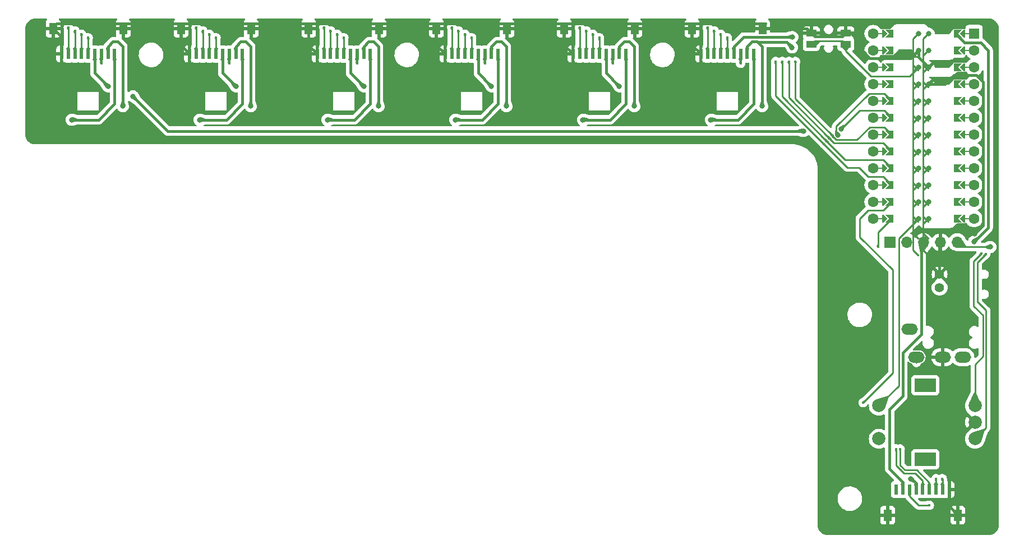
<source format=gbl>
G04 #@! TF.GenerationSoftware,KiCad,Pcbnew,7.0.8*
G04 #@! TF.CreationDate,2023-10-17T17:25:17-07:00*
G04 #@! TF.ProjectId,Seismos_CoreL,53656973-6d6f-4735-9f43-6f72654c2e6b,rev?*
G04 #@! TF.SameCoordinates,Original*
G04 #@! TF.FileFunction,Copper,L2,Bot*
G04 #@! TF.FilePolarity,Positive*
%FSLAX46Y46*%
G04 Gerber Fmt 4.6, Leading zero omitted, Abs format (unit mm)*
G04 Created by KiCad (PCBNEW 7.0.8) date 2023-10-17 17:25:17*
%MOMM*%
%LPD*%
G01*
G04 APERTURE LIST*
G04 Aperture macros list*
%AMFreePoly0*
4,1,5,0.125000,-0.500000,-0.125000,-0.500000,-0.125000,0.500000,0.125000,0.500000,0.125000,-0.500000,0.125000,-0.500000,$1*%
%AMFreePoly1*
4,1,6,0.600000,0.200000,0.000000,-0.400000,-0.600000,0.200000,-0.600000,0.400000,0.600000,0.400000,0.600000,0.200000,0.600000,0.200000,$1*%
%AMFreePoly2*
4,1,49,0.004652,0.123753,0.008918,0.124682,0.028635,0.117327,0.062500,0.108253,0.068172,0.102580,0.074910,0.100068,0.087486,0.083266,0.108253,0.062500,0.111163,0.051639,0.117119,0.043683,0.118510,0.024217,0.125000,0.000000,0.121245,-0.014013,0.122144,-0.026571,0.113772,-0.041901,0.108253,-0.062500,0.095633,-0.075119,0.088389,-0.088388,-0.641000,-0.817776,-0.641000,-4.770223,
0.088389,-5.499612,0.109711,-5.528094,0.124682,-5.596918,0.100068,-5.662910,0.043683,-5.705119,-0.026571,-5.710144,-0.088388,-5.676389,-0.854388,-4.910388,-0.867764,-4.892519,-0.871157,-4.889580,-0.871926,-4.886960,-0.875710,-4.881906,-0.882285,-4.851677,-0.891000,-4.822000,-0.891000,-0.766000,-0.887823,-0.743906,-0.888144,-0.739429,-0.886835,-0.737032,-0.885937,-0.730783,-0.869209,-0.704755,
-0.854388,-0.677612,-0.088388,0.088389,-0.064427,0.106325,-0.062500,0.108253,-0.061491,0.108523,-0.059906,0.109711,-0.044779,0.113001,0.000000,0.125000,0.004652,0.123753,0.004652,0.123753,$1*%
%AMFreePoly3*
4,1,6,0.600000,-0.250000,-0.600000,-0.250000,-0.600000,1.000000,0.000000,0.400000,0.600000,1.000000,0.600000,-0.250000,0.600000,-0.250000,$1*%
G04 Aperture macros list end*
G04 #@! TA.AperFunction,ComponentPad*
%ADD10C,2.000000*%
G04 #@! TD*
G04 #@! TA.AperFunction,ComponentPad*
%ADD11R,3.200000X2.000000*%
G04 #@! TD*
G04 #@! TA.AperFunction,ComponentPad*
%ADD12O,2.500000X1.700000*%
G04 #@! TD*
G04 #@! TA.AperFunction,ComponentPad*
%ADD13R,1.700000X1.700000*%
G04 #@! TD*
G04 #@! TA.AperFunction,ComponentPad*
%ADD14O,1.700000X1.700000*%
G04 #@! TD*
G04 #@! TA.AperFunction,ComponentPad*
%ADD15C,1.400000*%
G04 #@! TD*
G04 #@! TA.AperFunction,ComponentPad*
%ADD16C,1.600000*%
G04 #@! TD*
G04 #@! TA.AperFunction,ComponentPad*
%ADD17R,1.600000X1.600000*%
G04 #@! TD*
G04 #@! TA.AperFunction,SMDPad,CuDef*
%ADD18FreePoly0,270.000000*%
G04 #@! TD*
G04 #@! TA.AperFunction,SMDPad,CuDef*
%ADD19FreePoly1,270.000000*%
G04 #@! TD*
G04 #@! TA.AperFunction,SMDPad,CuDef*
%ADD20FreePoly1,90.000000*%
G04 #@! TD*
G04 #@! TA.AperFunction,SMDPad,CuDef*
%ADD21FreePoly0,90.000000*%
G04 #@! TD*
G04 #@! TA.AperFunction,SMDPad,CuDef*
%ADD22FreePoly2,270.000000*%
G04 #@! TD*
G04 #@! TA.AperFunction,ComponentPad*
%ADD23C,0.800000*%
G04 #@! TD*
G04 #@! TA.AperFunction,SMDPad,CuDef*
%ADD24FreePoly3,90.000000*%
G04 #@! TD*
G04 #@! TA.AperFunction,SMDPad,CuDef*
%ADD25FreePoly3,270.000000*%
G04 #@! TD*
G04 #@! TA.AperFunction,SMDPad,CuDef*
%ADD26FreePoly2,90.000000*%
G04 #@! TD*
G04 #@! TA.AperFunction,SMDPad,CuDef*
%ADD27R,0.600000X1.550000*%
G04 #@! TD*
G04 #@! TA.AperFunction,SMDPad,CuDef*
%ADD28R,1.200000X1.800000*%
G04 #@! TD*
G04 #@! TA.AperFunction,SMDPad,CuDef*
%ADD29R,1.550000X1.000000*%
G04 #@! TD*
G04 #@! TA.AperFunction,ViaPad*
%ADD30C,0.400000*%
G04 #@! TD*
G04 #@! TA.AperFunction,ViaPad*
%ADD31C,0.800000*%
G04 #@! TD*
G04 #@! TA.AperFunction,Conductor*
%ADD32C,0.254000*%
G04 #@! TD*
G04 #@! TA.AperFunction,Conductor*
%ADD33C,0.381000*%
G04 #@! TD*
G04 APERTURE END LIST*
D10*
X173390000Y-83460000D03*
X173390000Y-78460000D03*
X173390000Y-80960000D03*
D11*
X165890000Y-86560000D03*
X165890000Y-75360000D03*
D10*
X158890000Y-78460000D03*
X158890000Y-83460000D03*
D12*
X164530000Y-71125000D03*
X168530000Y-71125000D03*
X171530000Y-71125000D03*
X163530000Y-66925000D03*
D13*
X160556000Y-53766000D03*
D14*
X163096000Y-53766000D03*
X165636000Y-53766000D03*
X168176000Y-53766000D03*
X170716000Y-53766000D03*
D15*
X168050500Y-58632000D03*
X168050500Y-60632000D03*
D16*
X173256000Y-22286000D03*
D17*
X173256000Y-22286000D03*
D18*
X171986000Y-22286000D03*
D19*
X171478000Y-22286000D03*
D20*
X159794000Y-22286000D03*
D21*
X159286000Y-22286000D03*
D16*
X158016000Y-22286000D03*
X173256000Y-24826000D03*
D18*
X171986000Y-24826000D03*
D19*
X171478000Y-24826000D03*
D20*
X159794000Y-24826000D03*
D21*
X159286000Y-24826000D03*
D16*
X158016000Y-24826000D03*
X173256000Y-27366000D03*
D18*
X171986000Y-27366000D03*
D19*
X171478000Y-27366000D03*
D20*
X159794000Y-27366000D03*
D21*
X159286000Y-27366000D03*
D16*
X158016000Y-27366000D03*
X173256000Y-29906000D03*
D18*
X171986000Y-29906000D03*
D19*
X171478000Y-29906000D03*
D20*
X159794000Y-29906000D03*
D21*
X159286000Y-29906000D03*
D16*
X158016000Y-29906000D03*
X173256000Y-32446000D03*
D18*
X171986000Y-32446000D03*
D19*
X171478000Y-32446000D03*
D20*
X159794000Y-32446000D03*
D21*
X159286000Y-32446000D03*
D16*
X158016000Y-32446000D03*
X173256000Y-34986000D03*
D18*
X171986000Y-34986000D03*
D19*
X171478000Y-34986000D03*
D20*
X159794000Y-34986000D03*
D21*
X159286000Y-34986000D03*
D16*
X158016000Y-34986000D03*
X173256000Y-37526000D03*
D18*
X171986000Y-37526000D03*
D19*
X171478000Y-37526000D03*
D20*
X159794000Y-37526000D03*
D21*
X159286000Y-37526000D03*
D16*
X158016000Y-37526000D03*
X173256000Y-40066000D03*
D18*
X171986000Y-40066000D03*
D19*
X171478000Y-40066000D03*
D20*
X159794000Y-40066000D03*
D21*
X159286000Y-40066000D03*
D16*
X158016000Y-40066000D03*
X173256000Y-42606000D03*
D18*
X171986000Y-42606000D03*
D19*
X171478000Y-42606000D03*
D20*
X159794000Y-42606000D03*
D21*
X159286000Y-42606000D03*
D16*
X158016000Y-42606000D03*
X173256000Y-45146000D03*
D18*
X171986000Y-45146000D03*
D19*
X171478000Y-45146000D03*
D20*
X159794000Y-45146000D03*
D21*
X159286000Y-45146000D03*
D16*
X158016000Y-45146000D03*
X173256000Y-47686000D03*
D18*
X171986000Y-47686000D03*
D19*
X171478000Y-47686000D03*
D20*
X159794000Y-47686000D03*
D21*
X159286000Y-47686000D03*
D16*
X158016000Y-47686000D03*
X173256000Y-50226000D03*
D18*
X171986000Y-50226000D03*
D19*
X171478000Y-50226000D03*
D20*
X159794000Y-50226000D03*
D21*
X159286000Y-50226000D03*
D16*
X158016000Y-50226000D03*
D22*
X166398000Y-22286000D03*
D23*
X166398000Y-22286000D03*
D24*
X160810000Y-22286000D03*
D22*
X166398000Y-24826000D03*
D23*
X166398000Y-24826000D03*
D24*
X160810000Y-24826000D03*
D22*
X166398000Y-27366000D03*
D23*
X166398000Y-27366000D03*
D24*
X160810000Y-27366000D03*
D22*
X166398000Y-29906000D03*
D23*
X166398000Y-29906000D03*
D24*
X160810000Y-29906000D03*
D22*
X166398000Y-32446000D03*
D23*
X166398000Y-32446000D03*
D24*
X160810000Y-32446000D03*
D22*
X166398000Y-34986000D03*
D23*
X166398000Y-34986000D03*
D24*
X160810000Y-34986000D03*
D22*
X166398000Y-37526000D03*
D23*
X166398000Y-37526000D03*
D24*
X160810000Y-37526000D03*
D22*
X166398000Y-40066000D03*
D23*
X166398000Y-40066000D03*
D24*
X160810000Y-40066000D03*
D22*
X166398000Y-42606000D03*
D23*
X166398000Y-42606000D03*
D24*
X160810000Y-42606000D03*
D22*
X166398000Y-45146000D03*
D23*
X166398000Y-45146000D03*
D24*
X160810000Y-45146000D03*
D22*
X166398000Y-47686000D03*
D23*
X166398000Y-47686000D03*
D24*
X160810000Y-47686000D03*
D22*
X166398000Y-50226000D03*
D23*
X166398000Y-50226000D03*
D24*
X160810000Y-50226000D03*
D25*
X170462000Y-50226000D03*
D26*
X164874000Y-50226000D03*
D23*
X164874000Y-50226000D03*
D25*
X170462000Y-47686000D03*
D26*
X164874000Y-47686000D03*
D23*
X164874000Y-47686000D03*
D25*
X170462000Y-45146000D03*
D26*
X164874000Y-45146000D03*
D23*
X164874000Y-45146000D03*
D25*
X170462000Y-42606000D03*
D26*
X164874000Y-42606000D03*
D23*
X164874000Y-42606000D03*
D25*
X170462000Y-40066000D03*
D26*
X164874000Y-40066000D03*
D23*
X164874000Y-40066000D03*
D25*
X170462000Y-37526000D03*
D26*
X164874000Y-37526000D03*
D23*
X164874000Y-37526000D03*
D25*
X170462000Y-34986000D03*
D26*
X164874000Y-34986000D03*
D23*
X164874000Y-34986000D03*
D25*
X170462000Y-32446000D03*
D26*
X164874000Y-32446000D03*
D23*
X164874000Y-32446000D03*
D25*
X170462000Y-29906000D03*
D26*
X164874000Y-29906000D03*
D23*
X164874000Y-29906000D03*
D25*
X170462000Y-27366000D03*
D26*
X164874000Y-27366000D03*
D23*
X164874000Y-27366000D03*
D25*
X170462000Y-24826000D03*
D26*
X164874000Y-24826000D03*
D23*
X164874000Y-24826000D03*
D25*
X170462000Y-22286000D03*
D26*
X164874000Y-22286000D03*
D23*
X164874000Y-22286000D03*
D27*
X35500000Y-25375000D03*
X36500000Y-25375000D03*
X37500000Y-25375000D03*
X38500000Y-25375000D03*
X39500000Y-25375000D03*
X40500000Y-25375000D03*
X41500000Y-25375000D03*
X42500000Y-25375000D03*
X43500000Y-25375000D03*
D28*
X34200000Y-21500000D03*
X44800000Y-21500000D03*
D27*
X54800000Y-25375000D03*
X55800000Y-25375000D03*
X56800000Y-25375000D03*
X57800000Y-25375000D03*
X58800000Y-25375000D03*
X59800000Y-25375000D03*
X60800000Y-25375000D03*
X61800000Y-25375000D03*
X62800000Y-25375000D03*
D28*
X53500000Y-21500000D03*
X64100000Y-21500000D03*
D29*
X153887500Y-23899500D03*
X153887500Y-22199500D03*
X148687500Y-23899500D03*
X148687500Y-22199500D03*
D27*
X132000000Y-25375000D03*
X133000000Y-25375000D03*
X134000000Y-25375000D03*
X135000000Y-25375000D03*
X136000000Y-25375000D03*
X137000000Y-25375000D03*
X138000000Y-25375000D03*
X139000000Y-25375000D03*
X140000000Y-25375000D03*
D28*
X130700000Y-21500000D03*
X141300000Y-21500000D03*
D27*
X169500000Y-91125000D03*
X168500000Y-91125000D03*
X167500000Y-91125000D03*
X166500000Y-91125000D03*
X165500000Y-91125000D03*
X164500000Y-91125000D03*
X163500000Y-91125000D03*
X162500000Y-91125000D03*
X161500000Y-91125000D03*
D28*
X170800000Y-95000000D03*
X160200000Y-95000000D03*
D27*
X93400000Y-25375000D03*
X94400000Y-25375000D03*
X95400000Y-25375000D03*
X96400000Y-25375000D03*
X97400000Y-25375000D03*
X98400000Y-25375000D03*
X99400000Y-25375000D03*
X100400000Y-25375000D03*
X101400000Y-25375000D03*
D28*
X92100000Y-21500000D03*
X102700000Y-21500000D03*
D27*
X74100000Y-25375000D03*
X75100000Y-25375000D03*
X76100000Y-25375000D03*
X77100000Y-25375000D03*
X78100000Y-25375000D03*
X79100000Y-25375000D03*
X80100000Y-25375000D03*
X81100000Y-25375000D03*
X82100000Y-25375000D03*
D28*
X72800000Y-21500000D03*
X83400000Y-21500000D03*
D27*
X112700000Y-25375000D03*
X113700000Y-25375000D03*
X114700000Y-25375000D03*
X115700000Y-25375000D03*
X116700000Y-25375000D03*
X117700000Y-25375000D03*
X118700000Y-25375000D03*
X119700000Y-25375000D03*
X120700000Y-25375000D03*
D28*
X111400000Y-21500000D03*
X122000000Y-21500000D03*
D30*
X41500000Y-26750000D03*
X60800000Y-26750000D03*
X80100000Y-26750000D03*
X99400000Y-26750000D03*
X118700000Y-26750000D03*
X138000000Y-26750000D03*
D31*
X130701900Y-31749300D03*
X53501900Y-31749300D03*
X173309500Y-52525500D03*
X111401900Y-31749300D03*
X34201900Y-31749300D03*
X72801900Y-31749300D03*
X168530000Y-66047000D03*
X151300000Y-29975000D03*
X92101900Y-31749300D03*
D30*
X113700000Y-21340000D03*
X94400000Y-21340000D03*
X151894372Y-37727939D03*
X133000000Y-21340000D03*
X55800000Y-21340000D03*
X36500000Y-21340000D03*
X168450500Y-89500000D03*
X146282509Y-26503500D03*
X75100000Y-21340000D03*
X151417895Y-38091769D03*
X37500000Y-21866500D03*
X114700000Y-21866500D03*
X134000000Y-21866500D03*
X76100000Y-21866500D03*
X145283006Y-26503500D03*
X95400000Y-21866500D03*
X167500000Y-89500000D03*
X56800000Y-21866500D03*
X57800000Y-22393000D03*
X96400000Y-22393000D03*
X115700000Y-22393000D03*
X150987491Y-38509089D03*
X135000000Y-22393000D03*
X144283503Y-26503500D03*
X77100000Y-22393000D03*
X38500000Y-22393000D03*
X162089006Y-85000000D03*
X150565736Y-38935147D03*
X58800000Y-22919500D03*
X78100000Y-22919500D03*
X161489503Y-85000000D03*
X143284000Y-26503500D03*
X116700000Y-22919500D03*
X136000000Y-22919500D03*
X97400000Y-22919500D03*
X39500000Y-22919500D03*
D31*
X64050000Y-33250000D03*
X121950000Y-33250000D03*
X83350000Y-33250000D03*
X102650000Y-33250000D03*
X145775000Y-24375000D03*
X141250000Y-33250000D03*
X44750000Y-33250000D03*
X153152500Y-36702815D03*
X152698500Y-37593000D03*
X145824000Y-22794000D03*
X173276468Y-53676468D03*
D30*
X175000000Y-55600000D03*
X174392563Y-55462852D03*
D31*
X133500000Y-35300000D03*
X119700000Y-30250000D03*
X114200000Y-35300000D03*
X100400000Y-30250000D03*
X94900000Y-35300000D03*
X81100000Y-30250000D03*
X75600000Y-35300000D03*
X61800000Y-30250000D03*
X56300000Y-35300000D03*
X42500000Y-30250000D03*
X37000000Y-35300000D03*
D30*
X156500000Y-78000000D03*
D31*
X175726500Y-54500000D03*
X147500000Y-37000000D03*
X46250000Y-31750000D03*
X163700000Y-89500000D03*
D30*
X158750000Y-54500000D03*
X166500000Y-93500000D03*
D32*
X143284000Y-26503500D02*
X143284000Y-31653411D01*
X143284000Y-31653411D02*
X154130589Y-42500000D01*
X154130589Y-42500000D02*
X155900000Y-42500000D01*
X155900000Y-42500000D02*
X157276000Y-43876000D01*
X157276000Y-43876000D02*
X159540000Y-43876000D01*
X159540000Y-43876000D02*
X160810000Y-45146000D01*
X151894372Y-37727939D02*
X151894372Y-37817006D01*
X151894372Y-37817006D02*
X152397366Y-38320000D01*
X155555000Y-38320000D02*
X157476000Y-36399000D01*
X152397366Y-38320000D02*
X155555000Y-38320000D01*
X157476000Y-36399000D02*
X159683000Y-36399000D01*
X159683000Y-36399000D02*
X160810000Y-37526000D01*
X151894372Y-37727939D02*
X146282509Y-32116076D01*
X146282509Y-32116076D02*
X146282509Y-26503500D01*
D33*
X153887500Y-22199500D02*
X154662500Y-22199500D01*
X35500000Y-25375000D02*
X35500000Y-22800000D01*
X166400000Y-60282500D02*
X168050500Y-58632000D01*
X174600000Y-51235000D02*
X174600000Y-29566378D01*
X130700000Y-31747400D02*
X130701900Y-31749300D01*
X173633622Y-28600000D02*
X170200000Y-28600000D01*
X34200000Y-31747400D02*
X34201900Y-31749300D01*
X149187500Y-22699500D02*
X153387500Y-22699500D01*
X92100000Y-31747400D02*
X92101900Y-31749300D01*
X168530000Y-66047000D02*
X166400000Y-63917000D01*
X169500000Y-91125000D02*
X169500000Y-93700000D01*
X147988000Y-21500000D02*
X148687500Y-22199500D01*
X72800000Y-31747400D02*
X72801900Y-31749300D01*
X72800000Y-24075000D02*
X72800000Y-21500000D01*
X153387500Y-22699500D02*
X153887500Y-22199500D01*
X112700000Y-25375000D02*
X111400000Y-24075000D01*
X170800000Y-95000000D02*
X160200000Y-95000000D01*
X130700000Y-24075000D02*
X130700000Y-21500000D01*
X154662500Y-22199500D02*
X156200000Y-23737000D01*
X168894000Y-29906000D02*
X166398000Y-29906000D01*
X132000000Y-25375000D02*
X130700000Y-24075000D01*
X169500000Y-91125000D02*
X169500000Y-84850000D01*
X173309500Y-52525500D02*
X174600000Y-51235000D01*
X35500000Y-22800000D02*
X34200000Y-21500000D01*
X53500000Y-21500000D02*
X53500000Y-31747400D01*
X168530000Y-71997000D02*
X168530000Y-66047000D01*
X34750000Y-20750000D02*
X141750000Y-20750000D01*
X173390000Y-80960000D02*
X168530000Y-76100000D01*
X164874000Y-24826000D02*
X164874000Y-25842000D01*
X163683500Y-26016500D02*
X164874000Y-24826000D01*
X34200000Y-21500000D02*
X34200000Y-21300000D01*
X148687500Y-22199500D02*
X149187500Y-22699500D01*
X169500000Y-84850000D02*
X173390000Y-80960000D01*
X168050500Y-58632000D02*
X168050500Y-53891500D01*
X34200000Y-21300000D02*
X34750000Y-20750000D01*
X74100000Y-25375000D02*
X72800000Y-24075000D01*
X93400000Y-25375000D02*
X92100000Y-24075000D01*
X168530000Y-76100000D02*
X168530000Y-71997000D01*
X53500000Y-31747400D02*
X53501900Y-31749300D01*
X53500000Y-24075000D02*
X53500000Y-21500000D01*
X111400000Y-24075000D02*
X111400000Y-21500000D01*
X54800000Y-25375000D02*
X53500000Y-24075000D01*
X111400000Y-21500000D02*
X111400000Y-31747400D01*
X166400000Y-63917000D02*
X166400000Y-60282500D01*
X174600000Y-29566378D02*
X173633622Y-28600000D01*
X169500000Y-93700000D02*
X170800000Y-95000000D01*
X157522878Y-26016500D02*
X163683500Y-26016500D01*
X170200000Y-28600000D02*
X168894000Y-29906000D01*
X130700000Y-21500000D02*
X130700000Y-31747400D01*
X92100000Y-21500000D02*
X92100000Y-31747400D01*
X164874000Y-25842000D02*
X166398000Y-27366000D01*
X34200000Y-21500000D02*
X34200000Y-31747400D01*
X111400000Y-31747400D02*
X111401900Y-31749300D01*
X72800000Y-21500000D02*
X72800000Y-31747400D01*
X141300000Y-21500000D02*
X147988000Y-21500000D01*
X156200000Y-24693622D02*
X157522878Y-26016500D01*
X92100000Y-24075000D02*
X92100000Y-21500000D01*
X168050500Y-53891500D02*
X168176000Y-53766000D01*
X156200000Y-23737000D02*
X156200000Y-24693622D01*
D32*
X94400000Y-21290000D02*
X94400000Y-21340000D01*
X75100000Y-21290000D02*
X75100000Y-21340000D01*
X36500000Y-25375000D02*
X36500000Y-21290000D01*
X75100000Y-25375000D02*
X75100000Y-21290000D01*
X55800000Y-25375000D02*
X55800000Y-21290000D01*
X113700000Y-21290000D02*
X113700000Y-21340000D01*
X113700000Y-25375000D02*
X113700000Y-21290000D01*
X133000000Y-21290000D02*
X133000000Y-21340000D01*
X133000000Y-25375000D02*
X133000000Y-21290000D01*
X36500000Y-21290000D02*
X36500000Y-21340000D01*
X94400000Y-25375000D02*
X94400000Y-21290000D01*
X55800000Y-21290000D02*
X55800000Y-21340000D01*
X168500000Y-91125000D02*
X168500000Y-89500000D01*
X114700000Y-21866500D02*
X114700000Y-25375000D01*
X134000000Y-21866500D02*
X134000000Y-25375000D01*
X56800000Y-21866500D02*
X56800000Y-25375000D01*
X95400000Y-21866500D02*
X95400000Y-25375000D01*
X76100000Y-21866500D02*
X76100000Y-25375000D01*
X151417895Y-38091769D02*
X152122126Y-38796000D01*
X145283006Y-31956880D02*
X145283006Y-26503500D01*
X159540000Y-38796000D02*
X160810000Y-40066000D01*
X167500000Y-91125000D02*
X167500000Y-89500000D01*
X151417895Y-38091769D02*
X145283006Y-31956880D01*
X152122126Y-38796000D02*
X159540000Y-38796000D01*
X37500000Y-21866500D02*
X37500000Y-25375000D01*
X164604000Y-88200000D02*
X166500000Y-90096000D01*
X162089006Y-85000000D02*
X162089006Y-87446954D01*
X38500000Y-22393000D02*
X38500000Y-25375000D01*
X96400000Y-22393000D02*
X96400000Y-25375000D01*
X159534419Y-41330419D02*
X153808821Y-41330419D01*
X160810000Y-42606000D02*
X159534419Y-41330419D01*
X115700000Y-22393000D02*
X115700000Y-25375000D01*
X77100000Y-22393000D02*
X77100000Y-25375000D01*
X162089006Y-87446954D02*
X162842052Y-88200000D01*
X150987491Y-38509089D02*
X144283503Y-31805101D01*
X144283503Y-31805101D02*
X144283503Y-26503500D01*
X166500000Y-90096000D02*
X166500000Y-91125000D01*
X162842052Y-88200000D02*
X164604000Y-88200000D01*
X57800000Y-22393000D02*
X57800000Y-25375000D01*
X135000000Y-22393000D02*
X135000000Y-25375000D01*
X153808821Y-41330419D02*
X150987491Y-38509089D01*
X164385856Y-88654000D02*
X165500000Y-89768144D01*
X165500000Y-89768144D02*
X165500000Y-91125000D01*
X161489503Y-87489504D02*
X162653999Y-88654000D01*
X116700000Y-22919500D02*
X116700000Y-25375000D01*
X161489503Y-85000000D02*
X161489503Y-87489504D01*
X78100000Y-22919500D02*
X78100000Y-25375000D01*
X58800000Y-22919500D02*
X58800000Y-25375000D01*
X136000000Y-22919500D02*
X136000000Y-25375000D01*
X97400000Y-22919500D02*
X97400000Y-25375000D01*
X162653999Y-88654000D02*
X164385856Y-88654000D01*
X39500000Y-22919500D02*
X39500000Y-25375000D01*
D33*
X101150000Y-23500000D02*
X101900000Y-23500000D01*
X64050000Y-24250000D02*
X64050000Y-33250000D01*
X101900000Y-23500000D02*
X102650000Y-24250000D01*
X121950000Y-24250000D02*
X121950000Y-33250000D01*
X81100000Y-25375000D02*
X81100000Y-24250000D01*
X144984500Y-23584500D02*
X140584500Y-23584500D01*
X141250000Y-24250000D02*
X141250000Y-33250000D01*
X61800000Y-25375000D02*
X61800000Y-24250000D01*
X165289500Y-67705989D02*
X162500000Y-70495489D01*
X139000000Y-24250000D02*
X139750000Y-23500000D01*
X145775000Y-24375000D02*
X144984500Y-23584500D01*
X62550000Y-23500000D02*
X63300000Y-23500000D01*
X42500000Y-25375000D02*
X42500000Y-24250000D01*
X140500000Y-23500000D02*
X141250000Y-24250000D01*
X140584500Y-23584500D02*
X140500000Y-23500000D01*
X83350000Y-24250000D02*
X83350000Y-33250000D01*
X119700000Y-25375000D02*
X119700000Y-24250000D01*
X160500000Y-88000000D02*
X162500000Y-90000000D01*
X82600000Y-23500000D02*
X83350000Y-24250000D01*
X42500000Y-24250000D02*
X43250000Y-23500000D01*
X121200000Y-23500000D02*
X121950000Y-24250000D01*
X162500000Y-70495489D02*
X162500000Y-77000000D01*
X44000000Y-23500000D02*
X44750000Y-24250000D01*
X100400000Y-25375000D02*
X100400000Y-24250000D01*
X165636000Y-53766000D02*
X165289500Y-54112500D01*
X162500000Y-77000000D02*
X160500000Y-79000000D01*
X102650000Y-24250000D02*
X102650000Y-33250000D01*
X165289500Y-54112500D02*
X165289500Y-67705989D01*
X63300000Y-23500000D02*
X64050000Y-24250000D01*
X160500000Y-79000000D02*
X160500000Y-88000000D01*
X43250000Y-23500000D02*
X44000000Y-23500000D01*
X81850000Y-23500000D02*
X82600000Y-23500000D01*
X119700000Y-24250000D02*
X120450000Y-23500000D01*
X81100000Y-24250000D02*
X81850000Y-23500000D01*
X100400000Y-24250000D02*
X101150000Y-23500000D01*
X139750000Y-23500000D02*
X140500000Y-23500000D01*
X61800000Y-24250000D02*
X62550000Y-23500000D01*
X162500000Y-90000000D02*
X162500000Y-91125000D01*
X139000000Y-25375000D02*
X139000000Y-24250000D01*
X120450000Y-23500000D02*
X121200000Y-23500000D01*
X44750000Y-24250000D02*
X44750000Y-33250000D01*
D32*
X155996315Y-33859000D02*
X159683000Y-33859000D01*
X159683000Y-33859000D02*
X160810000Y-34986000D01*
X153152500Y-36702815D02*
X155996315Y-33859000D01*
X152698500Y-37593000D02*
X152425500Y-37320000D01*
X152425500Y-36299500D02*
X157406000Y-31319000D01*
X157406000Y-31319000D02*
X159683000Y-31319000D01*
X152425500Y-37320000D02*
X152425500Y-36299500D01*
X159683000Y-31319000D02*
X160810000Y-32446000D01*
D33*
X138425000Y-22794000D02*
X145824000Y-22794000D01*
X137000000Y-25375000D02*
X137000000Y-24219000D01*
X137000000Y-24219000D02*
X138425000Y-22794000D01*
D32*
X138000000Y-26750000D02*
X138000000Y-25375000D01*
X118700000Y-26750000D02*
X118700000Y-25375000D01*
X99400000Y-26750000D02*
X99400000Y-25375000D01*
X80100000Y-26750000D02*
X80100000Y-25375000D01*
X60800000Y-26750000D02*
X60800000Y-25375000D01*
X161919000Y-75431000D02*
X161919000Y-53181000D01*
X41500000Y-26750000D02*
X41500000Y-25375000D01*
X161919000Y-53181000D02*
X164874000Y-50226000D01*
X158890000Y-78460000D02*
X161919000Y-75431000D01*
D33*
X174235500Y-23635500D02*
X171811500Y-23635500D01*
X175400000Y-24800000D02*
X174235500Y-23635500D01*
X175400000Y-51552936D02*
X175400000Y-24800000D01*
X173276468Y-53676468D02*
X175400000Y-51552936D01*
X171811500Y-23635500D02*
X170462000Y-22286000D01*
D32*
X163552000Y-28688000D02*
X164874000Y-27366000D01*
X153887500Y-23899500D02*
X153887500Y-24937500D01*
X153887500Y-24937500D02*
X157638000Y-28688000D01*
X153387500Y-23399500D02*
X153887500Y-23899500D01*
X148687500Y-23899500D02*
X149187500Y-23399500D01*
X149187500Y-23399500D02*
X153387500Y-23399500D01*
X157638000Y-28688000D02*
X163552000Y-28688000D01*
X173800000Y-56800000D02*
X173800000Y-62854000D01*
X175054000Y-64054000D02*
X175054000Y-81796000D01*
X175054000Y-81796000D02*
X173390000Y-83460000D01*
X173854000Y-62854000D02*
X175054000Y-64054000D01*
X175000000Y-55600000D02*
X173800000Y-56800000D01*
X173800000Y-62854000D02*
X173854000Y-62854000D01*
X173390000Y-72210000D02*
X173390000Y-78460000D01*
X173200000Y-63400000D02*
X174600000Y-64800000D01*
X174600000Y-71000000D02*
X173390000Y-72210000D01*
X174600000Y-64800000D02*
X174600000Y-71000000D01*
X173200000Y-56655415D02*
X173200000Y-63400000D01*
X174392563Y-55462852D02*
X173200000Y-56655415D01*
D33*
X140000000Y-32900000D02*
X137600000Y-35300000D01*
X137600000Y-35300000D02*
X133500000Y-35300000D01*
X140000000Y-25375000D02*
X140000000Y-32900000D01*
X119700000Y-30250000D02*
X117700000Y-28250000D01*
X117700000Y-28250000D02*
X117700000Y-25375000D01*
X120700000Y-25375000D02*
X120700000Y-32900000D01*
X118300000Y-35300000D02*
X114200000Y-35300000D01*
X120700000Y-32900000D02*
X118300000Y-35300000D01*
X98400000Y-28250000D02*
X98400000Y-25375000D01*
X100400000Y-30250000D02*
X98400000Y-28250000D01*
X99000000Y-35300000D02*
X94900000Y-35300000D01*
X101400000Y-32900000D02*
X99000000Y-35300000D01*
X101400000Y-25375000D02*
X101400000Y-32900000D01*
X79100000Y-28250000D02*
X79100000Y-25375000D01*
X81100000Y-30250000D02*
X79100000Y-28250000D01*
X79700000Y-35300000D02*
X75600000Y-35300000D01*
X82100000Y-25375000D02*
X82100000Y-32900000D01*
X82100000Y-32900000D02*
X79700000Y-35300000D01*
X59800000Y-28250000D02*
X59800000Y-25375000D01*
X61800000Y-30250000D02*
X59800000Y-28250000D01*
X62800000Y-25375000D02*
X62800000Y-32900000D01*
X60400000Y-35300000D02*
X56300000Y-35300000D01*
X62800000Y-32900000D02*
X60400000Y-35300000D01*
X40500000Y-28250000D02*
X40500000Y-25375000D01*
X42500000Y-30250000D02*
X40500000Y-28250000D01*
X43500000Y-25375000D02*
X43500000Y-32900000D01*
X43500000Y-32900000D02*
X41100000Y-35300000D01*
X41100000Y-35300000D02*
X37000000Y-35300000D01*
D32*
X164557000Y-71970000D02*
X164530000Y-71997000D01*
X157254000Y-48956000D02*
X159540000Y-48956000D01*
X156000000Y-50210000D02*
X157254000Y-48956000D01*
X156000000Y-53000000D02*
X156000000Y-50210000D01*
X159540000Y-48956000D02*
X160810000Y-47686000D01*
X156500000Y-78000000D02*
X160946000Y-73554000D01*
X160946000Y-57946000D02*
X156000000Y-53000000D01*
X160946000Y-73554000D02*
X160946000Y-57946000D01*
X171450000Y-54500000D02*
X175726500Y-54500000D01*
X170716000Y-53766000D02*
X171450000Y-54500000D01*
D33*
X147500000Y-37000000D02*
X51500000Y-37000000D01*
X51500000Y-37000000D02*
X46250000Y-31750000D01*
X163700000Y-89500000D02*
X163800000Y-89500000D01*
X163800000Y-89500000D02*
X164500000Y-90200000D01*
X164500000Y-90200000D02*
X164500000Y-91125000D01*
D32*
X158750000Y-54500000D02*
X158750000Y-52286000D01*
X158750000Y-52286000D02*
X160810000Y-50226000D01*
X163500000Y-91125000D02*
X163500000Y-92154000D01*
X164846000Y-93500000D02*
X166500000Y-93500000D01*
X163500000Y-92154000D02*
X164846000Y-93500000D01*
G04 #@! TA.AperFunction,Conductor*
G36*
X174644864Y-50678907D02*
G01*
X174690199Y-50732073D01*
X174701000Y-50782688D01*
X174701000Y-51212037D01*
X174681315Y-51279076D01*
X174664681Y-51299718D01*
X173397209Y-52567190D01*
X173391105Y-52572543D01*
X173366326Y-52591556D01*
X173338292Y-52607741D01*
X173276830Y-52633200D01*
X173262237Y-52639784D01*
X173247481Y-52647004D01*
X173233774Y-52654231D01*
X172879283Y-52855032D01*
X172857331Y-52868123D01*
X172850788Y-52871515D01*
X172819716Y-52885349D01*
X172665213Y-52997603D01*
X172537427Y-53139525D01*
X172441941Y-53304911D01*
X172441938Y-53304918D01*
X172384022Y-53483166D01*
X172344584Y-53540842D01*
X172280226Y-53568040D01*
X172211379Y-53556125D01*
X172162363Y-53512793D01*
X172083628Y-53392592D01*
X171944073Y-53179540D01*
X171934250Y-53161416D01*
X171919053Y-53126769D01*
X171914859Y-53117206D01*
X171798900Y-52939719D01*
X171791722Y-52928732D01*
X171791719Y-52928729D01*
X171791715Y-52928723D01*
X171639243Y-52763097D01*
X171639238Y-52763092D01*
X171499374Y-52654231D01*
X171461576Y-52624811D01*
X171461575Y-52624810D01*
X171461572Y-52624808D01*
X171263580Y-52517661D01*
X171263577Y-52517659D01*
X171263574Y-52517658D01*
X171263571Y-52517657D01*
X171263569Y-52517656D01*
X171050637Y-52444556D01*
X170828569Y-52407500D01*
X170603431Y-52407500D01*
X170381362Y-52444556D01*
X170168430Y-52517656D01*
X170168419Y-52517661D01*
X169970427Y-52624808D01*
X169970422Y-52624812D01*
X169792761Y-52763092D01*
X169792756Y-52763097D01*
X169640284Y-52928723D01*
X169640276Y-52928734D01*
X169546251Y-53072650D01*
X169493105Y-53118007D01*
X169423873Y-53127430D01*
X169360538Y-53097928D01*
X169340868Y-53075951D01*
X169214113Y-52894926D01*
X169214108Y-52894920D01*
X169047082Y-52727894D01*
X168853578Y-52592399D01*
X168639492Y-52492570D01*
X168639486Y-52492567D01*
X168426000Y-52435364D01*
X168426000Y-53330498D01*
X168318315Y-53281320D01*
X168211763Y-53266000D01*
X168140237Y-53266000D01*
X168033685Y-53281320D01*
X167926000Y-53330498D01*
X167926000Y-52435364D01*
X167925999Y-52435364D01*
X167712513Y-52492567D01*
X167712507Y-52492570D01*
X167498422Y-52592399D01*
X167498420Y-52592400D01*
X167304926Y-52727886D01*
X167304920Y-52727891D01*
X167137891Y-52894920D01*
X167137890Y-52894922D01*
X167011131Y-53075952D01*
X166956554Y-53119577D01*
X166887055Y-53126769D01*
X166824701Y-53095247D01*
X166805752Y-53072656D01*
X166711722Y-52928732D01*
X166711715Y-52928725D01*
X166711715Y-52928723D01*
X166559243Y-52763097D01*
X166559238Y-52763092D01*
X166419374Y-52654231D01*
X166381576Y-52624811D01*
X166381575Y-52624810D01*
X166381572Y-52624808D01*
X166183580Y-52517661D01*
X166183577Y-52517659D01*
X166183574Y-52517658D01*
X166183571Y-52517657D01*
X166183569Y-52517656D01*
X165970637Y-52444556D01*
X165748569Y-52407500D01*
X165523431Y-52407500D01*
X165301362Y-52444556D01*
X165088430Y-52517656D01*
X165088419Y-52517661D01*
X164890427Y-52624808D01*
X164890422Y-52624812D01*
X164712761Y-52763092D01*
X164712756Y-52763097D01*
X164560284Y-52928723D01*
X164560276Y-52928734D01*
X164469808Y-53067206D01*
X164416662Y-53112562D01*
X164347431Y-53121986D01*
X164284095Y-53092484D01*
X164262192Y-53067206D01*
X164178900Y-52939719D01*
X164171722Y-52928732D01*
X164171719Y-52928729D01*
X164171715Y-52928723D01*
X164019243Y-52763097D01*
X164019238Y-52763092D01*
X163879374Y-52654231D01*
X163841576Y-52624811D01*
X163841575Y-52624810D01*
X163841572Y-52624808D01*
X163684386Y-52539744D01*
X163634795Y-52490525D01*
X163619687Y-52422308D01*
X163643857Y-52356752D01*
X163655714Y-52343016D01*
X164666526Y-51332205D01*
X164702886Y-51307007D01*
X164718920Y-51299718D01*
X164864457Y-51233554D01*
X164933632Y-51223729D01*
X164997138Y-51252862D01*
X165003445Y-51258744D01*
X165134618Y-51389916D01*
X165151246Y-51410550D01*
X165153291Y-51413733D01*
X165153295Y-51413737D01*
X165190152Y-51445673D01*
X165193393Y-51448690D01*
X165197854Y-51453151D01*
X165197854Y-51453152D01*
X165201059Y-51456357D01*
X165201066Y-51456362D01*
X165201067Y-51456363D01*
X165209749Y-51462862D01*
X165213197Y-51465641D01*
X165263803Y-51509491D01*
X165263807Y-51509494D01*
X165263810Y-51509496D01*
X165298431Y-51531745D01*
X165298431Y-51531746D01*
X165325556Y-51549178D01*
X165325565Y-51549182D01*
X165336155Y-51554019D01*
X165340107Y-51555997D01*
X165361930Y-51567909D01*
X165361930Y-51567910D01*
X165366143Y-51570210D01*
X165366150Y-51570212D01*
X165366153Y-51570214D01*
X165371678Y-51572274D01*
X165393899Y-51580560D01*
X165397956Y-51582241D01*
X165423782Y-51594035D01*
X165458558Y-51609917D01*
X165458559Y-51609917D01*
X165458563Y-51609919D01*
X165465921Y-51610976D01*
X165468245Y-51611311D01*
X165493930Y-51617866D01*
X165496939Y-51618988D01*
X165503109Y-51621289D01*
X165531434Y-51623314D01*
X165569607Y-51626044D01*
X165573994Y-51626515D01*
X165598078Y-51629978D01*
X165603296Y-51630729D01*
X165632890Y-51630729D01*
X165637313Y-51630886D01*
X165648960Y-51631720D01*
X165660607Y-51630886D01*
X165665030Y-51630729D01*
X169620017Y-51630729D01*
X169646366Y-51633561D01*
X169650061Y-51634365D01*
X169698686Y-51630887D01*
X169703111Y-51630729D01*
X169713978Y-51630729D01*
X169715566Y-51630500D01*
X169724743Y-51629180D01*
X169729102Y-51628711D01*
X169795911Y-51623933D01*
X169818642Y-51618988D01*
X169818641Y-51618987D01*
X169836137Y-51615181D01*
X169836138Y-51615182D01*
X169860341Y-51609917D01*
X169867632Y-51608331D01*
X169867646Y-51608327D01*
X169867710Y-51608314D01*
X169878765Y-51604188D01*
X169882944Y-51602798D01*
X169906516Y-51595879D01*
X169906517Y-51595880D01*
X169911123Y-51594528D01*
X169911179Y-51594512D01*
X169938126Y-51582204D01*
X169942175Y-51580527D01*
X170004706Y-51557194D01*
X170012505Y-51551353D01*
X170035316Y-51537816D01*
X170044186Y-51533766D01*
X170094647Y-51490037D01*
X170098063Y-51487285D01*
X170121750Y-51469549D01*
X170125142Y-51466156D01*
X170125141Y-51466155D01*
X170142585Y-51448708D01*
X170145832Y-51445685D01*
X170147950Y-51443849D01*
X170154691Y-51438008D01*
X170162339Y-51429180D01*
X170165325Y-51425971D01*
X170626512Y-50964785D01*
X170687834Y-50931303D01*
X170714192Y-50928469D01*
X171462002Y-50928469D01*
X171501208Y-50920670D01*
X171501208Y-50920669D01*
X171501213Y-50920669D01*
X171501217Y-50920666D01*
X171512493Y-50915996D01*
X171512924Y-50917038D01*
X171567788Y-50899860D01*
X171627415Y-50916218D01*
X171627507Y-50915996D01*
X171629274Y-50916728D01*
X171635168Y-50918345D01*
X171638774Y-50920663D01*
X171638784Y-50920667D01*
X171638787Y-50920669D01*
X171638790Y-50920669D01*
X171638791Y-50920670D01*
X171677997Y-50928469D01*
X171678000Y-50928469D01*
X171878002Y-50928469D01*
X171917208Y-50920670D01*
X171917208Y-50920669D01*
X171917213Y-50920669D01*
X171950457Y-50898457D01*
X171950457Y-50898456D01*
X171960614Y-50891671D01*
X171961797Y-50893441D01*
X172009190Y-50867563D01*
X172035548Y-50864729D01*
X172041309Y-50864729D01*
X172108348Y-50884414D01*
X172142882Y-50917603D01*
X172249802Y-51070300D01*
X172411700Y-51232198D01*
X172599251Y-51363523D01*
X172706934Y-51413736D01*
X172806750Y-51460281D01*
X172806752Y-51460281D01*
X172806757Y-51460284D01*
X173027913Y-51519543D01*
X173168149Y-51531812D01*
X173255998Y-51539498D01*
X173256000Y-51539498D01*
X173256002Y-51539498D01*
X173321517Y-51533766D01*
X173484087Y-51519543D01*
X173705243Y-51460284D01*
X173912749Y-51363523D01*
X174100300Y-51232198D01*
X174262198Y-51070300D01*
X174393523Y-50882749D01*
X174464618Y-50730283D01*
X174510790Y-50677844D01*
X174577983Y-50658692D01*
X174644864Y-50678907D01*
G37*
G04 #@! TD.AperFunction*
G04 #@! TA.AperFunction,Conductor*
G36*
X174644864Y-48138907D02*
G01*
X174690199Y-48192073D01*
X174701000Y-48242688D01*
X174701000Y-49669311D01*
X174681315Y-49736350D01*
X174628511Y-49782105D01*
X174559353Y-49792049D01*
X174495797Y-49763024D01*
X174464618Y-49721715D01*
X174419984Y-49625997D01*
X174393523Y-49569251D01*
X174262198Y-49381700D01*
X174100300Y-49219802D01*
X173912749Y-49088477D01*
X173903004Y-49083933D01*
X173869655Y-49068382D01*
X173817215Y-49022210D01*
X173798063Y-48955017D01*
X173818278Y-48888136D01*
X173869655Y-48843618D01*
X173872882Y-48842112D01*
X173912749Y-48823523D01*
X174100300Y-48692198D01*
X174262198Y-48530300D01*
X174393523Y-48342749D01*
X174464618Y-48190283D01*
X174510790Y-48137844D01*
X174577983Y-48118692D01*
X174644864Y-48138907D01*
G37*
G04 #@! TD.AperFunction*
G04 #@! TA.AperFunction,Conductor*
G36*
X174644864Y-45598907D02*
G01*
X174690199Y-45652073D01*
X174701000Y-45702688D01*
X174701000Y-47129311D01*
X174681315Y-47196350D01*
X174628511Y-47242105D01*
X174559353Y-47252049D01*
X174495797Y-47223024D01*
X174464618Y-47181715D01*
X174419984Y-47085997D01*
X174393523Y-47029251D01*
X174262198Y-46841700D01*
X174100300Y-46679802D01*
X173912749Y-46548477D01*
X173903004Y-46543933D01*
X173869655Y-46528382D01*
X173817215Y-46482210D01*
X173798063Y-46415017D01*
X173818278Y-46348136D01*
X173869655Y-46303618D01*
X173872882Y-46302112D01*
X173912749Y-46283523D01*
X174100300Y-46152198D01*
X174262198Y-45990300D01*
X174393523Y-45802749D01*
X174464618Y-45650283D01*
X174510790Y-45597844D01*
X174577983Y-45578692D01*
X174644864Y-45598907D01*
G37*
G04 #@! TD.AperFunction*
G04 #@! TA.AperFunction,Conductor*
G36*
X174644864Y-43058907D02*
G01*
X174690199Y-43112073D01*
X174701000Y-43162688D01*
X174701000Y-44589311D01*
X174681315Y-44656350D01*
X174628511Y-44702105D01*
X174559353Y-44712049D01*
X174495797Y-44683024D01*
X174464618Y-44641715D01*
X174419984Y-44545997D01*
X174393523Y-44489251D01*
X174262198Y-44301700D01*
X174100300Y-44139802D01*
X173912749Y-44008477D01*
X173903004Y-44003933D01*
X173869655Y-43988382D01*
X173817215Y-43942210D01*
X173798063Y-43875017D01*
X173818278Y-43808136D01*
X173869655Y-43763618D01*
X173872882Y-43762112D01*
X173912749Y-43743523D01*
X174100300Y-43612198D01*
X174262198Y-43450300D01*
X174393523Y-43262749D01*
X174464618Y-43110283D01*
X174510790Y-43057844D01*
X174577983Y-43038692D01*
X174644864Y-43058907D01*
G37*
G04 #@! TD.AperFunction*
G04 #@! TA.AperFunction,Conductor*
G36*
X174644864Y-40518907D02*
G01*
X174690199Y-40572073D01*
X174701000Y-40622688D01*
X174701000Y-42049311D01*
X174681315Y-42116350D01*
X174628511Y-42162105D01*
X174559353Y-42172049D01*
X174495797Y-42143024D01*
X174464618Y-42101715D01*
X174432052Y-42031878D01*
X174393523Y-41949251D01*
X174262198Y-41761700D01*
X174100300Y-41599802D01*
X173912749Y-41468477D01*
X173903004Y-41463933D01*
X173869655Y-41448382D01*
X173817215Y-41402210D01*
X173798063Y-41335017D01*
X173818278Y-41268136D01*
X173869655Y-41223618D01*
X173872882Y-41222112D01*
X173912749Y-41203523D01*
X174100300Y-41072198D01*
X174262198Y-40910300D01*
X174393523Y-40722749D01*
X174464618Y-40570283D01*
X174510790Y-40517844D01*
X174577983Y-40498692D01*
X174644864Y-40518907D01*
G37*
G04 #@! TD.AperFunction*
G04 #@! TA.AperFunction,Conductor*
G36*
X174644864Y-37978907D02*
G01*
X174690199Y-38032073D01*
X174701000Y-38082688D01*
X174701000Y-39509311D01*
X174681315Y-39576350D01*
X174628511Y-39622105D01*
X174559353Y-39632049D01*
X174495797Y-39603024D01*
X174464618Y-39561715D01*
X174403898Y-39431500D01*
X174393523Y-39409251D01*
X174262198Y-39221700D01*
X174100300Y-39059802D01*
X173912749Y-38928477D01*
X173903004Y-38923933D01*
X173869655Y-38908382D01*
X173817215Y-38862210D01*
X173798063Y-38795017D01*
X173818278Y-38728136D01*
X173869655Y-38683618D01*
X173872882Y-38682112D01*
X173912749Y-38663523D01*
X174100300Y-38532198D01*
X174262198Y-38370300D01*
X174393523Y-38182749D01*
X174464618Y-38030283D01*
X174510790Y-37977844D01*
X174577983Y-37958692D01*
X174644864Y-37978907D01*
G37*
G04 #@! TD.AperFunction*
G04 #@! TA.AperFunction,Conductor*
G36*
X174644864Y-35438907D02*
G01*
X174690199Y-35492073D01*
X174701000Y-35542688D01*
X174701000Y-36969311D01*
X174681315Y-37036350D01*
X174628511Y-37082105D01*
X174559353Y-37092049D01*
X174495797Y-37063024D01*
X174464618Y-37021715D01*
X174419984Y-36925997D01*
X174393523Y-36869251D01*
X174262198Y-36681700D01*
X174100300Y-36519802D01*
X173912749Y-36388477D01*
X173903004Y-36383933D01*
X173869655Y-36368382D01*
X173817215Y-36322210D01*
X173798063Y-36255017D01*
X173818278Y-36188136D01*
X173869655Y-36143618D01*
X173872882Y-36142112D01*
X173912749Y-36123523D01*
X174100300Y-35992198D01*
X174262198Y-35830300D01*
X174393523Y-35642749D01*
X174464618Y-35490283D01*
X174510790Y-35437844D01*
X174577983Y-35418692D01*
X174644864Y-35438907D01*
G37*
G04 #@! TD.AperFunction*
G04 #@! TA.AperFunction,Conductor*
G36*
X174644864Y-32898907D02*
G01*
X174690199Y-32952073D01*
X174701000Y-33002688D01*
X174701000Y-34429311D01*
X174681315Y-34496350D01*
X174628511Y-34542105D01*
X174559353Y-34552049D01*
X174495797Y-34523024D01*
X174464618Y-34481715D01*
X174419984Y-34385997D01*
X174393523Y-34329251D01*
X174262198Y-34141700D01*
X174100300Y-33979802D01*
X173912749Y-33848477D01*
X173903004Y-33843933D01*
X173869655Y-33828382D01*
X173817215Y-33782210D01*
X173798063Y-33715017D01*
X173818278Y-33648136D01*
X173869655Y-33603618D01*
X173872882Y-33602112D01*
X173912749Y-33583523D01*
X174100300Y-33452198D01*
X174262198Y-33290300D01*
X174393523Y-33102749D01*
X174464618Y-32950283D01*
X174510790Y-32897844D01*
X174577983Y-32878692D01*
X174644864Y-32898907D01*
G37*
G04 #@! TD.AperFunction*
G04 #@! TA.AperFunction,Conductor*
G36*
X174644864Y-30358907D02*
G01*
X174690199Y-30412073D01*
X174701000Y-30462688D01*
X174701000Y-31889311D01*
X174681315Y-31956350D01*
X174628511Y-32002105D01*
X174559353Y-32012049D01*
X174495797Y-31983024D01*
X174464618Y-31941715D01*
X174404457Y-31812699D01*
X174393523Y-31789251D01*
X174262198Y-31601700D01*
X174100300Y-31439802D01*
X173912749Y-31308477D01*
X173903004Y-31303933D01*
X173869655Y-31288382D01*
X173817215Y-31242210D01*
X173798063Y-31175017D01*
X173818278Y-31108136D01*
X173869655Y-31063618D01*
X173872882Y-31062112D01*
X173912749Y-31043523D01*
X174100300Y-30912198D01*
X174262198Y-30750300D01*
X174393523Y-30562749D01*
X174464618Y-30410283D01*
X174510790Y-30357844D01*
X174577983Y-30338692D01*
X174644864Y-30358907D01*
G37*
G04 #@! TD.AperFunction*
G04 #@! TA.AperFunction,Conductor*
G36*
X172108348Y-28024414D02*
G01*
X172142882Y-28057603D01*
X172249802Y-28210300D01*
X172411700Y-28372198D01*
X172599251Y-28503523D01*
X172642345Y-28523618D01*
X172694784Y-28569791D01*
X172713936Y-28636984D01*
X172693720Y-28703865D01*
X172642345Y-28748382D01*
X172599251Y-28768476D01*
X172480041Y-28851949D01*
X172411700Y-28899802D01*
X172411698Y-28899803D01*
X172411695Y-28899806D01*
X172249806Y-29061695D01*
X172249803Y-29061698D01*
X172249802Y-29061700D01*
X172145025Y-29211337D01*
X172142884Y-29214395D01*
X172088306Y-29258020D01*
X172041309Y-29267271D01*
X172035548Y-29267271D01*
X171968509Y-29247586D01*
X171954114Y-29235986D01*
X171922647Y-29214962D01*
X171917213Y-29211331D01*
X171917211Y-29211330D01*
X171917208Y-29211329D01*
X171878002Y-29203531D01*
X171878000Y-29203531D01*
X171678000Y-29203531D01*
X171677998Y-29203531D01*
X171638791Y-29211329D01*
X171627507Y-29216004D01*
X171627075Y-29214962D01*
X171572203Y-29232139D01*
X171512586Y-29215779D01*
X171512493Y-29216004D01*
X171510701Y-29215261D01*
X171504824Y-29213649D01*
X171501228Y-29211337D01*
X171501208Y-29211329D01*
X171462002Y-29203531D01*
X171462000Y-29203531D01*
X170212000Y-29203531D01*
X170211998Y-29203531D01*
X170172791Y-29211329D01*
X170172785Y-29211332D01*
X170139542Y-29233542D01*
X170117332Y-29266785D01*
X170117329Y-29266791D01*
X170109531Y-29305997D01*
X170109531Y-29311509D01*
X170089846Y-29378548D01*
X170059844Y-29410774D01*
X170036310Y-29428391D01*
X170036293Y-29428406D01*
X169467749Y-29996952D01*
X169406426Y-30030437D01*
X169380068Y-30033271D01*
X167426957Y-30033271D01*
X167359918Y-30013586D01*
X167314163Y-29960782D01*
X167303651Y-29912461D01*
X167303636Y-29912463D01*
X167303621Y-29912325D01*
X167302957Y-29909271D01*
X167302957Y-29906002D01*
X167283180Y-29717845D01*
X167224721Y-29537927D01*
X167224718Y-29537920D01*
X167186253Y-29471297D01*
X166660601Y-29996952D01*
X166599278Y-30030437D01*
X166572920Y-30033271D01*
X166558692Y-30033271D01*
X166598000Y-29951649D01*
X166598000Y-29860351D01*
X166558387Y-29778095D01*
X166487008Y-29721173D01*
X166420532Y-29706000D01*
X166375468Y-29706000D01*
X166308992Y-29721173D01*
X166237613Y-29778095D01*
X166198000Y-29860351D01*
X166198000Y-29951649D01*
X166237308Y-30033271D01*
X166223080Y-30033271D01*
X166156041Y-30013586D01*
X166135399Y-29996952D01*
X166132128Y-29993681D01*
X166098643Y-29932358D01*
X166103627Y-29862666D01*
X166132128Y-29818319D01*
X166835037Y-29115409D01*
X166677644Y-29045334D01*
X166539729Y-29016019D01*
X166478247Y-28982826D01*
X166444471Y-28921663D01*
X166449123Y-28851949D01*
X166490728Y-28795817D01*
X166556076Y-28771088D01*
X166565510Y-28770729D01*
X169620017Y-28770729D01*
X169646366Y-28773561D01*
X169650061Y-28774365D01*
X169698686Y-28770887D01*
X169703111Y-28770729D01*
X169713978Y-28770729D01*
X169715566Y-28770500D01*
X169724743Y-28769180D01*
X169729102Y-28768711D01*
X169795911Y-28763933D01*
X169818642Y-28758988D01*
X169818641Y-28758987D01*
X169836137Y-28755181D01*
X169836138Y-28755182D01*
X169860332Y-28749919D01*
X169867632Y-28748331D01*
X169867646Y-28748327D01*
X169867710Y-28748314D01*
X169878765Y-28744188D01*
X169882944Y-28742798D01*
X169906516Y-28735879D01*
X169906517Y-28735880D01*
X169911123Y-28734528D01*
X169911179Y-28734512D01*
X169938126Y-28722204D01*
X169942175Y-28720527D01*
X170004706Y-28697194D01*
X170012505Y-28691353D01*
X170035316Y-28677816D01*
X170044186Y-28673766D01*
X170094647Y-28630037D01*
X170098063Y-28627285D01*
X170121750Y-28609549D01*
X170125142Y-28606156D01*
X170125141Y-28606155D01*
X170142585Y-28588708D01*
X170145832Y-28585685D01*
X170147950Y-28583849D01*
X170154691Y-28578008D01*
X170162339Y-28569180D01*
X170165325Y-28565971D01*
X170626512Y-28104785D01*
X170687834Y-28071303D01*
X170714192Y-28068469D01*
X171462002Y-28068469D01*
X171501208Y-28060670D01*
X171501208Y-28060669D01*
X171501213Y-28060669D01*
X171501217Y-28060666D01*
X171512493Y-28055996D01*
X171512924Y-28057038D01*
X171567788Y-28039860D01*
X171627415Y-28056218D01*
X171627507Y-28055996D01*
X171629274Y-28056728D01*
X171635168Y-28058345D01*
X171638774Y-28060663D01*
X171638784Y-28060667D01*
X171638787Y-28060669D01*
X171638790Y-28060669D01*
X171638791Y-28060670D01*
X171677997Y-28068469D01*
X171678000Y-28068469D01*
X171878002Y-28068469D01*
X171917208Y-28060670D01*
X171917208Y-28060669D01*
X171917213Y-28060669D01*
X171950457Y-28038457D01*
X171950457Y-28038456D01*
X171960614Y-28031671D01*
X171961797Y-28033441D01*
X172009190Y-28007563D01*
X172035548Y-28004729D01*
X172041309Y-28004729D01*
X172108348Y-28024414D01*
G37*
G04 #@! TD.AperFunction*
G04 #@! TA.AperFunction,Conductor*
G36*
X174644864Y-27818907D02*
G01*
X174690199Y-27872073D01*
X174701000Y-27922688D01*
X174701000Y-29349311D01*
X174681315Y-29416350D01*
X174628511Y-29462105D01*
X174559353Y-29472049D01*
X174495797Y-29443024D01*
X174464618Y-29401715D01*
X174419984Y-29305997D01*
X174393523Y-29249251D01*
X174262198Y-29061700D01*
X174100300Y-28899802D01*
X173912749Y-28768477D01*
X173903004Y-28763933D01*
X173869655Y-28748382D01*
X173817215Y-28702210D01*
X173798063Y-28635017D01*
X173818278Y-28568136D01*
X173869655Y-28523618D01*
X173872882Y-28522112D01*
X173912749Y-28503523D01*
X174100300Y-28372198D01*
X174262198Y-28210300D01*
X174393523Y-28022749D01*
X174464618Y-27870283D01*
X174510790Y-27817844D01*
X174577983Y-27798692D01*
X174644864Y-27818907D01*
G37*
G04 #@! TD.AperFunction*
G04 #@! TA.AperFunction,Conductor*
G36*
X172109111Y-25507492D02*
G01*
X172165045Y-25549363D01*
X172167324Y-25552510D01*
X172249802Y-25670300D01*
X172411700Y-25832198D01*
X172592710Y-25958943D01*
X172599251Y-25963523D01*
X172642345Y-25983618D01*
X172694784Y-26029791D01*
X172713936Y-26096984D01*
X172693720Y-26163865D01*
X172642345Y-26208382D01*
X172599251Y-26228476D01*
X172518335Y-26285135D01*
X172411700Y-26359802D01*
X172411698Y-26359803D01*
X172411695Y-26359806D01*
X172249806Y-26521695D01*
X172249803Y-26521698D01*
X172249802Y-26521700D01*
X172142884Y-26674395D01*
X172088306Y-26718020D01*
X172041309Y-26727271D01*
X172035548Y-26727271D01*
X171968509Y-26707586D01*
X171954114Y-26695986D01*
X171922188Y-26674655D01*
X171917213Y-26671331D01*
X171917211Y-26671330D01*
X171917208Y-26671329D01*
X171878002Y-26663531D01*
X171878000Y-26663531D01*
X171678000Y-26663531D01*
X171677998Y-26663531D01*
X171638791Y-26671329D01*
X171627507Y-26676004D01*
X171627075Y-26674962D01*
X171572203Y-26692139D01*
X171512586Y-26675779D01*
X171512493Y-26676004D01*
X171510701Y-26675261D01*
X171504824Y-26673649D01*
X171501228Y-26671337D01*
X171501208Y-26671329D01*
X171462002Y-26663531D01*
X171462000Y-26663531D01*
X170212000Y-26663531D01*
X170211998Y-26663531D01*
X170172791Y-26671329D01*
X170172785Y-26671332D01*
X170139542Y-26693542D01*
X170117332Y-26726785D01*
X170117329Y-26726791D01*
X170109531Y-26765997D01*
X170109531Y-26771509D01*
X170089846Y-26838548D01*
X170059844Y-26870774D01*
X170036310Y-26888391D01*
X170036293Y-26888406D01*
X169467749Y-27456952D01*
X169406426Y-27490437D01*
X169380068Y-27493271D01*
X167426957Y-27493271D01*
X167359918Y-27473586D01*
X167314163Y-27420782D01*
X167303651Y-27372461D01*
X167303636Y-27372463D01*
X167303621Y-27372325D01*
X167302957Y-27369271D01*
X167302957Y-27366002D01*
X167283180Y-27177845D01*
X167224721Y-26997927D01*
X167224718Y-26997920D01*
X167186253Y-26931297D01*
X166660601Y-27456952D01*
X166599278Y-27490437D01*
X166572920Y-27493271D01*
X166558692Y-27493271D01*
X166598000Y-27411649D01*
X166598000Y-27320351D01*
X166558387Y-27238095D01*
X166487008Y-27181173D01*
X166420532Y-27166000D01*
X166375468Y-27166000D01*
X166308992Y-27181173D01*
X166237613Y-27238095D01*
X166198000Y-27320351D01*
X166198000Y-27411649D01*
X166237308Y-27493271D01*
X166223080Y-27493271D01*
X166156041Y-27473586D01*
X166135399Y-27456952D01*
X166132128Y-27453681D01*
X166098643Y-27392358D01*
X166103627Y-27322666D01*
X166132128Y-27278319D01*
X166835037Y-26575409D01*
X166677644Y-26505334D01*
X166537353Y-26475514D01*
X166475871Y-26442321D01*
X166442095Y-26381158D01*
X166446747Y-26311444D01*
X166488352Y-26255312D01*
X166553700Y-26230583D01*
X166563134Y-26230224D01*
X169620041Y-26230224D01*
X169646401Y-26233058D01*
X169650098Y-26233861D01*
X169698743Y-26230382D01*
X169703169Y-26230224D01*
X169713977Y-26230224D01*
X169713978Y-26230223D01*
X169724680Y-26228685D01*
X169729084Y-26228211D01*
X169795803Y-26223439D01*
X169867525Y-26207837D01*
X169867596Y-26207821D01*
X169867602Y-26207819D01*
X169878615Y-26203710D01*
X169882837Y-26202304D01*
X169910988Y-26194042D01*
X169911031Y-26194028D01*
X169937902Y-26181755D01*
X169941988Y-26180062D01*
X170004461Y-26156751D01*
X170012245Y-26150923D01*
X170035065Y-26137381D01*
X170043912Y-26133340D01*
X170094314Y-26089663D01*
X170097760Y-26086886D01*
X170121391Y-26069192D01*
X170142191Y-26048387D01*
X170145439Y-26045362D01*
X170154315Y-26037670D01*
X170161962Y-26028844D01*
X170164985Y-26025597D01*
X170215041Y-25975542D01*
X170276364Y-25942058D01*
X170302721Y-25939224D01*
X171461999Y-25939224D01*
X171498615Y-25937915D01*
X171641353Y-25906864D01*
X171641354Y-25906864D01*
X171769564Y-25836856D01*
X171872856Y-25733564D01*
X171942863Y-25605356D01*
X171944612Y-25597319D01*
X171978096Y-25535995D01*
X172039419Y-25502509D01*
X172109111Y-25507492D01*
G37*
G04 #@! TD.AperFunction*
G04 #@! TA.AperFunction,Conductor*
G36*
X163912082Y-24718414D02*
G01*
X163957837Y-24771218D01*
X163968348Y-24819537D01*
X163968364Y-24819536D01*
X163968378Y-24819674D01*
X163969043Y-24822729D01*
X163969043Y-24825996D01*
X163988819Y-25014154D01*
X164047278Y-25194072D01*
X164047281Y-25194079D01*
X164085745Y-25260700D01*
X164611399Y-24735048D01*
X164672722Y-24701563D01*
X164699080Y-24698729D01*
X164713308Y-24698729D01*
X164674000Y-24780351D01*
X164674000Y-24871649D01*
X164713613Y-24953905D01*
X164784992Y-25010827D01*
X164851468Y-25026000D01*
X164896532Y-25026000D01*
X164963008Y-25010827D01*
X165034387Y-24953905D01*
X165074000Y-24871649D01*
X165074000Y-24780351D01*
X165034692Y-24698729D01*
X165048920Y-24698729D01*
X165115959Y-24718414D01*
X165136601Y-24735048D01*
X165139871Y-24738318D01*
X165173356Y-24799641D01*
X165168372Y-24869333D01*
X165139871Y-24913680D01*
X164436961Y-25616589D01*
X164594355Y-25686665D01*
X164734647Y-25716486D01*
X164796129Y-25749679D01*
X164829905Y-25810842D01*
X164825253Y-25880556D01*
X164783648Y-25936688D01*
X164718300Y-25961417D01*
X164708866Y-25961776D01*
X161651957Y-25961776D01*
X161625601Y-25958943D01*
X161621901Y-25958138D01*
X161621899Y-25958138D01*
X161573246Y-25961618D01*
X161568822Y-25961776D01*
X161558018Y-25961776D01*
X161547317Y-25963314D01*
X161542923Y-25963786D01*
X161476194Y-25968561D01*
X161404478Y-25984162D01*
X161404398Y-25984179D01*
X161404393Y-25984180D01*
X161393359Y-25988297D01*
X161389151Y-25989698D01*
X161361019Y-25997956D01*
X161360968Y-25997971D01*
X161334080Y-26010249D01*
X161330001Y-26011939D01*
X161267536Y-26035248D01*
X161267536Y-26035249D01*
X161259744Y-26041083D01*
X161236947Y-26054612D01*
X161228086Y-26058659D01*
X161177687Y-26102333D01*
X161174248Y-26105105D01*
X161150614Y-26122802D01*
X161150597Y-26122817D01*
X161129812Y-26143609D01*
X161126568Y-26146629D01*
X161117683Y-26154329D01*
X161110030Y-26163161D01*
X161107016Y-26166399D01*
X161056959Y-26216456D01*
X160995636Y-26249942D01*
X160969277Y-26252776D01*
X159810001Y-26252776D01*
X159773384Y-26254084D01*
X159630646Y-26285135D01*
X159630645Y-26285135D01*
X159502435Y-26355143D01*
X159399143Y-26458435D01*
X159329135Y-26586645D01*
X159329134Y-26586647D01*
X159327385Y-26594688D01*
X159293897Y-26656010D01*
X159232572Y-26689492D01*
X159162880Y-26684503D01*
X159106949Y-26642629D01*
X159104683Y-26639500D01*
X159022198Y-26521700D01*
X158860300Y-26359802D01*
X158672749Y-26228477D01*
X158629655Y-26208382D01*
X158577215Y-26162210D01*
X158558063Y-26095017D01*
X158578278Y-26028136D01*
X158629655Y-25983618D01*
X158632882Y-25982112D01*
X158672749Y-25963523D01*
X158860300Y-25832198D01*
X159022198Y-25670300D01*
X159129117Y-25517604D01*
X159183694Y-25473980D01*
X159230691Y-25464729D01*
X159236452Y-25464729D01*
X159303491Y-25484414D01*
X159317885Y-25496013D01*
X159321543Y-25498457D01*
X159354787Y-25520669D01*
X159354790Y-25520669D01*
X159354791Y-25520670D01*
X159393997Y-25528469D01*
X159394000Y-25528469D01*
X159594002Y-25528469D01*
X159633208Y-25520670D01*
X159633208Y-25520669D01*
X159633213Y-25520669D01*
X159633217Y-25520666D01*
X159644493Y-25515996D01*
X159644924Y-25517038D01*
X159699782Y-25499860D01*
X159759415Y-25516217D01*
X159759507Y-25515996D01*
X159761266Y-25516725D01*
X159767162Y-25518342D01*
X159770773Y-25520662D01*
X159770783Y-25520666D01*
X159770787Y-25520669D01*
X159770790Y-25520669D01*
X159770791Y-25520670D01*
X159809997Y-25528469D01*
X159810000Y-25528469D01*
X161060002Y-25528469D01*
X161099208Y-25520670D01*
X161099208Y-25520669D01*
X161099213Y-25520669D01*
X161132457Y-25498457D01*
X161154669Y-25465213D01*
X161162469Y-25426000D01*
X161162469Y-25420489D01*
X161182154Y-25353450D01*
X161212157Y-25321223D01*
X161235696Y-25303603D01*
X161804251Y-24735048D01*
X161865574Y-24701563D01*
X161891932Y-24698729D01*
X163845043Y-24698729D01*
X163912082Y-24718414D01*
G37*
G04 #@! TD.AperFunction*
G04 #@! TA.AperFunction,Conductor*
G36*
X33260979Y-20020185D02*
G01*
X33306734Y-20072989D01*
X33316678Y-20142147D01*
X33287653Y-20205703D01*
X33268252Y-20223766D01*
X33242809Y-20242812D01*
X33156649Y-20357906D01*
X33156645Y-20357913D01*
X33106403Y-20492620D01*
X33106401Y-20492627D01*
X33100000Y-20552155D01*
X33100000Y-21250000D01*
X35300000Y-21250000D01*
X35300000Y-20552172D01*
X35299999Y-20552155D01*
X35293598Y-20492627D01*
X35293596Y-20492620D01*
X35243354Y-20357913D01*
X35243350Y-20357906D01*
X35157190Y-20242812D01*
X35131748Y-20223766D01*
X35089878Y-20167832D01*
X35084894Y-20098140D01*
X35118380Y-20036818D01*
X35179703Y-20003333D01*
X35206060Y-20000500D01*
X43793940Y-20000500D01*
X43860979Y-20020185D01*
X43906734Y-20072989D01*
X43916678Y-20142147D01*
X43887653Y-20205703D01*
X43868252Y-20223766D01*
X43842809Y-20242812D01*
X43756649Y-20357906D01*
X43756645Y-20357913D01*
X43706403Y-20492620D01*
X43706401Y-20492627D01*
X43700000Y-20552155D01*
X43700000Y-21250000D01*
X45900000Y-21250000D01*
X45900000Y-20552172D01*
X45899999Y-20552155D01*
X45893598Y-20492627D01*
X45893596Y-20492620D01*
X45843354Y-20357913D01*
X45843350Y-20357906D01*
X45757190Y-20242812D01*
X45731748Y-20223766D01*
X45689878Y-20167832D01*
X45684894Y-20098140D01*
X45718380Y-20036818D01*
X45779703Y-20003333D01*
X45806060Y-20000500D01*
X52493940Y-20000500D01*
X52560979Y-20020185D01*
X52606734Y-20072989D01*
X52616678Y-20142147D01*
X52587653Y-20205703D01*
X52568252Y-20223766D01*
X52542809Y-20242812D01*
X52456649Y-20357906D01*
X52456645Y-20357913D01*
X52406403Y-20492620D01*
X52406401Y-20492627D01*
X52400000Y-20552155D01*
X52400000Y-21250000D01*
X54600000Y-21250000D01*
X54600000Y-20552172D01*
X54599999Y-20552155D01*
X54593598Y-20492627D01*
X54593596Y-20492620D01*
X54543354Y-20357913D01*
X54543350Y-20357906D01*
X54457190Y-20242812D01*
X54431748Y-20223766D01*
X54389878Y-20167832D01*
X54384894Y-20098140D01*
X54418380Y-20036818D01*
X54479703Y-20003333D01*
X54506060Y-20000500D01*
X63093940Y-20000500D01*
X63160979Y-20020185D01*
X63206734Y-20072989D01*
X63216678Y-20142147D01*
X63187653Y-20205703D01*
X63168252Y-20223766D01*
X63142809Y-20242812D01*
X63056649Y-20357906D01*
X63056645Y-20357913D01*
X63006403Y-20492620D01*
X63006401Y-20492627D01*
X63000000Y-20552155D01*
X63000000Y-21250000D01*
X65200000Y-21250000D01*
X65200000Y-20552172D01*
X65199999Y-20552155D01*
X65193598Y-20492627D01*
X65193596Y-20492620D01*
X65143354Y-20357913D01*
X65143350Y-20357906D01*
X65057190Y-20242812D01*
X65031748Y-20223766D01*
X64989878Y-20167832D01*
X64984894Y-20098140D01*
X65018380Y-20036818D01*
X65079703Y-20003333D01*
X65106060Y-20000500D01*
X71793940Y-20000500D01*
X71860979Y-20020185D01*
X71906734Y-20072989D01*
X71916678Y-20142147D01*
X71887653Y-20205703D01*
X71868252Y-20223766D01*
X71842809Y-20242812D01*
X71756649Y-20357906D01*
X71756645Y-20357913D01*
X71706403Y-20492620D01*
X71706401Y-20492627D01*
X71700000Y-20552155D01*
X71700000Y-21250000D01*
X73900000Y-21250000D01*
X73900000Y-20552172D01*
X73899999Y-20552155D01*
X73893598Y-20492627D01*
X73893596Y-20492620D01*
X73843354Y-20357913D01*
X73843350Y-20357906D01*
X73757190Y-20242812D01*
X73731748Y-20223766D01*
X73689878Y-20167832D01*
X73684894Y-20098140D01*
X73718380Y-20036818D01*
X73779703Y-20003333D01*
X73806060Y-20000500D01*
X82393940Y-20000500D01*
X82460979Y-20020185D01*
X82506734Y-20072989D01*
X82516678Y-20142147D01*
X82487653Y-20205703D01*
X82468252Y-20223766D01*
X82442809Y-20242812D01*
X82356649Y-20357906D01*
X82356645Y-20357913D01*
X82306403Y-20492620D01*
X82306401Y-20492627D01*
X82300000Y-20552155D01*
X82300000Y-21250000D01*
X84500000Y-21250000D01*
X84500000Y-20552172D01*
X84499999Y-20552155D01*
X84493598Y-20492627D01*
X84493596Y-20492620D01*
X84443354Y-20357913D01*
X84443350Y-20357906D01*
X84357190Y-20242812D01*
X84331748Y-20223766D01*
X84289878Y-20167832D01*
X84284894Y-20098140D01*
X84318380Y-20036818D01*
X84379703Y-20003333D01*
X84406060Y-20000500D01*
X91093940Y-20000500D01*
X91160979Y-20020185D01*
X91206734Y-20072989D01*
X91216678Y-20142147D01*
X91187653Y-20205703D01*
X91168252Y-20223766D01*
X91142809Y-20242812D01*
X91056649Y-20357906D01*
X91056645Y-20357913D01*
X91006403Y-20492620D01*
X91006401Y-20492627D01*
X91000000Y-20552155D01*
X91000000Y-21250000D01*
X93200000Y-21250000D01*
X93200000Y-20552172D01*
X93199999Y-20552155D01*
X93193598Y-20492627D01*
X93193596Y-20492620D01*
X93143354Y-20357913D01*
X93143350Y-20357906D01*
X93057190Y-20242812D01*
X93031748Y-20223766D01*
X92989878Y-20167832D01*
X92984894Y-20098140D01*
X93018380Y-20036818D01*
X93079703Y-20003333D01*
X93106060Y-20000500D01*
X101693940Y-20000500D01*
X101760979Y-20020185D01*
X101806734Y-20072989D01*
X101816678Y-20142147D01*
X101787653Y-20205703D01*
X101768252Y-20223766D01*
X101742809Y-20242812D01*
X101656649Y-20357906D01*
X101656645Y-20357913D01*
X101606403Y-20492620D01*
X101606401Y-20492627D01*
X101600000Y-20552155D01*
X101600000Y-21250000D01*
X103800000Y-21250000D01*
X103800000Y-20552172D01*
X103799999Y-20552155D01*
X103793598Y-20492627D01*
X103793596Y-20492620D01*
X103743354Y-20357913D01*
X103743350Y-20357906D01*
X103657190Y-20242812D01*
X103631748Y-20223766D01*
X103589878Y-20167832D01*
X103584894Y-20098140D01*
X103618380Y-20036818D01*
X103679703Y-20003333D01*
X103706060Y-20000500D01*
X110393940Y-20000500D01*
X110460979Y-20020185D01*
X110506734Y-20072989D01*
X110516678Y-20142147D01*
X110487653Y-20205703D01*
X110468252Y-20223766D01*
X110442809Y-20242812D01*
X110356649Y-20357906D01*
X110356645Y-20357913D01*
X110306403Y-20492620D01*
X110306401Y-20492627D01*
X110300000Y-20552155D01*
X110300000Y-21250000D01*
X112500000Y-21250000D01*
X112500000Y-20552172D01*
X112499999Y-20552155D01*
X112493598Y-20492627D01*
X112493596Y-20492620D01*
X112443354Y-20357913D01*
X112443350Y-20357906D01*
X112357190Y-20242812D01*
X112331748Y-20223766D01*
X112289878Y-20167832D01*
X112284894Y-20098140D01*
X112318380Y-20036818D01*
X112379703Y-20003333D01*
X112406060Y-20000500D01*
X120993940Y-20000500D01*
X121060979Y-20020185D01*
X121106734Y-20072989D01*
X121116678Y-20142147D01*
X121087653Y-20205703D01*
X121068252Y-20223766D01*
X121042809Y-20242812D01*
X120956649Y-20357906D01*
X120956645Y-20357913D01*
X120906403Y-20492620D01*
X120906401Y-20492627D01*
X120900000Y-20552155D01*
X120900000Y-21250000D01*
X123100000Y-21250000D01*
X123100000Y-20552172D01*
X123099999Y-20552155D01*
X123093598Y-20492627D01*
X123093596Y-20492620D01*
X123043354Y-20357913D01*
X123043350Y-20357906D01*
X122957190Y-20242812D01*
X122931748Y-20223766D01*
X122889878Y-20167832D01*
X122884894Y-20098140D01*
X122918380Y-20036818D01*
X122979703Y-20003333D01*
X123006060Y-20000500D01*
X129693940Y-20000500D01*
X129760979Y-20020185D01*
X129806734Y-20072989D01*
X129816678Y-20142147D01*
X129787653Y-20205703D01*
X129768252Y-20223766D01*
X129742809Y-20242812D01*
X129656649Y-20357906D01*
X129656645Y-20357913D01*
X129606403Y-20492620D01*
X129606401Y-20492627D01*
X129600000Y-20552155D01*
X129600000Y-21250000D01*
X131800000Y-21250000D01*
X131800000Y-20552172D01*
X131799999Y-20552155D01*
X131793598Y-20492627D01*
X131793596Y-20492620D01*
X131743354Y-20357913D01*
X131743350Y-20357906D01*
X131657190Y-20242812D01*
X131631748Y-20223766D01*
X131589878Y-20167832D01*
X131584894Y-20098140D01*
X131618380Y-20036818D01*
X131679703Y-20003333D01*
X131706060Y-20000500D01*
X140293940Y-20000500D01*
X140360979Y-20020185D01*
X140406734Y-20072989D01*
X140416678Y-20142147D01*
X140387653Y-20205703D01*
X140368252Y-20223766D01*
X140342809Y-20242812D01*
X140256649Y-20357906D01*
X140256645Y-20357913D01*
X140206403Y-20492620D01*
X140206401Y-20492627D01*
X140200000Y-20552155D01*
X140200000Y-21250000D01*
X142400000Y-21250000D01*
X142400000Y-20552172D01*
X142399999Y-20552155D01*
X142393598Y-20492627D01*
X142393596Y-20492620D01*
X142343354Y-20357913D01*
X142343350Y-20357906D01*
X142257190Y-20242812D01*
X142231748Y-20223766D01*
X142189878Y-20167832D01*
X142184894Y-20098140D01*
X142218380Y-20036818D01*
X142279703Y-20003333D01*
X142306060Y-20000500D01*
X175497787Y-20000500D01*
X175502207Y-20000657D01*
X175569755Y-20005489D01*
X175716644Y-20017049D01*
X175724947Y-20018274D01*
X175819760Y-20038899D01*
X175936225Y-20066860D01*
X175943401Y-20069051D01*
X176039737Y-20104983D01*
X176117922Y-20137368D01*
X176145856Y-20148939D01*
X176151847Y-20151805D01*
X176242937Y-20201543D01*
X176245580Y-20203073D01*
X176340903Y-20261488D01*
X176345643Y-20264705D01*
X176429440Y-20327435D01*
X176432520Y-20329898D01*
X176516937Y-20401997D01*
X176520513Y-20405303D01*
X176594695Y-20479485D01*
X176598001Y-20483061D01*
X176670094Y-20567471D01*
X176672576Y-20570574D01*
X176735289Y-20654349D01*
X176738521Y-20659111D01*
X176796910Y-20754393D01*
X176798463Y-20757076D01*
X176848193Y-20848151D01*
X176851059Y-20854141D01*
X176895014Y-20960256D01*
X176901720Y-20978234D01*
X176930942Y-21056582D01*
X176933140Y-21063781D01*
X176961098Y-21180231D01*
X176981723Y-21275044D01*
X176982950Y-21283367D01*
X176994517Y-21430331D01*
X176997618Y-21473693D01*
X176999342Y-21497789D01*
X176999500Y-21502213D01*
X176999500Y-96497786D01*
X176999342Y-96502210D01*
X176994517Y-96569668D01*
X176982950Y-96716632D01*
X176981723Y-96724955D01*
X176961101Y-96819755D01*
X176933140Y-96936217D01*
X176930942Y-96943416D01*
X176895016Y-97039739D01*
X176851059Y-97145857D01*
X176848193Y-97151847D01*
X176798463Y-97242922D01*
X176796910Y-97245605D01*
X176738521Y-97340887D01*
X176735289Y-97345649D01*
X176672576Y-97429424D01*
X176670087Y-97432536D01*
X176598001Y-97516937D01*
X176594695Y-97520513D01*
X176520513Y-97594695D01*
X176516937Y-97598001D01*
X176432536Y-97670087D01*
X176429424Y-97672576D01*
X176345649Y-97735289D01*
X176340887Y-97738521D01*
X176245605Y-97796910D01*
X176242922Y-97798463D01*
X176151847Y-97848193D01*
X176145857Y-97851059D01*
X176039739Y-97895016D01*
X175943416Y-97930942D01*
X175936217Y-97933140D01*
X175819755Y-97961101D01*
X175724955Y-97981723D01*
X175716632Y-97982950D01*
X175569668Y-97994517D01*
X175521555Y-97997958D01*
X175502208Y-97999342D01*
X175497786Y-97999500D01*
X151136214Y-97999500D01*
X151131791Y-97999342D01*
X151103525Y-97997320D01*
X151064331Y-97994517D01*
X150917366Y-97982950D01*
X150909043Y-97981723D01*
X150814244Y-97961101D01*
X150697781Y-97933140D01*
X150690582Y-97930942D01*
X150594260Y-97895016D01*
X150488141Y-97851059D01*
X150482151Y-97848193D01*
X150391076Y-97798463D01*
X150388393Y-97796910D01*
X150293106Y-97738517D01*
X150288349Y-97735289D01*
X150204574Y-97672576D01*
X150201471Y-97670094D01*
X150117061Y-97598001D01*
X150113485Y-97594695D01*
X150039303Y-97520513D01*
X150035997Y-97516937D01*
X149963898Y-97432520D01*
X149961435Y-97429440D01*
X149898705Y-97345643D01*
X149895488Y-97340903D01*
X149837073Y-97245580D01*
X149835535Y-97242922D01*
X149785805Y-97151847D01*
X149782939Y-97145856D01*
X149771368Y-97117922D01*
X149738983Y-97039737D01*
X149703051Y-96943401D01*
X149700860Y-96936225D01*
X149672899Y-96819760D01*
X149652274Y-96724947D01*
X149651049Y-96716644D01*
X149639489Y-96569755D01*
X149634657Y-96502207D01*
X149634500Y-96497787D01*
X149634500Y-95250000D01*
X159100000Y-95250000D01*
X159100000Y-95947844D01*
X159106401Y-96007372D01*
X159106403Y-96007379D01*
X159156645Y-96142086D01*
X159156649Y-96142093D01*
X159242809Y-96257187D01*
X159242812Y-96257190D01*
X159357906Y-96343350D01*
X159357913Y-96343354D01*
X159492620Y-96393596D01*
X159492627Y-96393598D01*
X159552155Y-96399999D01*
X159552172Y-96400000D01*
X159950000Y-96400000D01*
X159950000Y-95250000D01*
X160450000Y-95250000D01*
X160450000Y-96400000D01*
X160847828Y-96400000D01*
X160847844Y-96399999D01*
X160907372Y-96393598D01*
X160907379Y-96393596D01*
X161042086Y-96343354D01*
X161042093Y-96343350D01*
X161157187Y-96257190D01*
X161157190Y-96257187D01*
X161243350Y-96142093D01*
X161243354Y-96142086D01*
X161293596Y-96007379D01*
X161293598Y-96007372D01*
X161299999Y-95947844D01*
X161300000Y-95947827D01*
X161300000Y-95250000D01*
X169700000Y-95250000D01*
X169700000Y-95947844D01*
X169706401Y-96007372D01*
X169706403Y-96007379D01*
X169756645Y-96142086D01*
X169756649Y-96142093D01*
X169842809Y-96257187D01*
X169842812Y-96257190D01*
X169957906Y-96343350D01*
X169957913Y-96343354D01*
X170092620Y-96393596D01*
X170092627Y-96393598D01*
X170152155Y-96399999D01*
X170152172Y-96400000D01*
X170550000Y-96400000D01*
X170550000Y-95250000D01*
X171050000Y-95250000D01*
X171050000Y-96400000D01*
X171447828Y-96400000D01*
X171447844Y-96399999D01*
X171507372Y-96393598D01*
X171507379Y-96393596D01*
X171642086Y-96343354D01*
X171642093Y-96343350D01*
X171757187Y-96257190D01*
X171757190Y-96257187D01*
X171843350Y-96142093D01*
X171843354Y-96142086D01*
X171893596Y-96007379D01*
X171893598Y-96007372D01*
X171899999Y-95947844D01*
X171900000Y-95947827D01*
X171900000Y-95250000D01*
X171050000Y-95250000D01*
X170550000Y-95250000D01*
X169700000Y-95250000D01*
X161300000Y-95250000D01*
X160450000Y-95250000D01*
X159950000Y-95250000D01*
X159100000Y-95250000D01*
X149634500Y-95250000D01*
X149634500Y-94750000D01*
X159100000Y-94750000D01*
X159950000Y-94750000D01*
X159950000Y-93600000D01*
X160450000Y-93600000D01*
X160450000Y-94750000D01*
X161300000Y-94750000D01*
X169700000Y-94750000D01*
X170550000Y-94750000D01*
X170550000Y-93600000D01*
X171050000Y-93600000D01*
X171050000Y-94750000D01*
X171900000Y-94750000D01*
X171900000Y-94052172D01*
X171899999Y-94052155D01*
X171893598Y-93992627D01*
X171893596Y-93992620D01*
X171843354Y-93857913D01*
X171843350Y-93857906D01*
X171757190Y-93742812D01*
X171757187Y-93742809D01*
X171642093Y-93656649D01*
X171642086Y-93656645D01*
X171507379Y-93606403D01*
X171507372Y-93606401D01*
X171447844Y-93600000D01*
X171050000Y-93600000D01*
X170550000Y-93600000D01*
X170152155Y-93600000D01*
X170092627Y-93606401D01*
X170092620Y-93606403D01*
X169957913Y-93656645D01*
X169957906Y-93656649D01*
X169842812Y-93742809D01*
X169842809Y-93742812D01*
X169756649Y-93857906D01*
X169756645Y-93857913D01*
X169706403Y-93992620D01*
X169706401Y-93992627D01*
X169700000Y-94052155D01*
X169700000Y-94750000D01*
X161300000Y-94750000D01*
X161300000Y-94052172D01*
X161299999Y-94052155D01*
X161293598Y-93992627D01*
X161293596Y-93992620D01*
X161243354Y-93857913D01*
X161243350Y-93857906D01*
X161157190Y-93742812D01*
X161157187Y-93742809D01*
X161042093Y-93656649D01*
X161042086Y-93656645D01*
X160907379Y-93606403D01*
X160907372Y-93606401D01*
X160847844Y-93600000D01*
X160450000Y-93600000D01*
X159950000Y-93600000D01*
X159552155Y-93600000D01*
X159492627Y-93606401D01*
X159492620Y-93606403D01*
X159357913Y-93656645D01*
X159357906Y-93656649D01*
X159242812Y-93742809D01*
X159242809Y-93742812D01*
X159156649Y-93857906D01*
X159156645Y-93857913D01*
X159106403Y-93992620D01*
X159106401Y-93992627D01*
X159100000Y-94052155D01*
X159100000Y-94750000D01*
X149634500Y-94750000D01*
X149634500Y-92567763D01*
X152645787Y-92567763D01*
X152675413Y-92837013D01*
X152675415Y-92837024D01*
X152725010Y-93026727D01*
X152743928Y-93099088D01*
X152849870Y-93348390D01*
X152921998Y-93466575D01*
X152990979Y-93579605D01*
X152990986Y-93579615D01*
X153164253Y-93787819D01*
X153164259Y-93787824D01*
X153269240Y-93881887D01*
X153365998Y-93968582D01*
X153591910Y-94118044D01*
X153837176Y-94233020D01*
X153837183Y-94233022D01*
X153837185Y-94233023D01*
X154096557Y-94311057D01*
X154096564Y-94311058D01*
X154096569Y-94311060D01*
X154364561Y-94350500D01*
X154364566Y-94350500D01*
X154567636Y-94350500D01*
X154619133Y-94346730D01*
X154770156Y-94335677D01*
X154882758Y-94310593D01*
X155034546Y-94276782D01*
X155034548Y-94276781D01*
X155034553Y-94276780D01*
X155287558Y-94180014D01*
X155523777Y-94047441D01*
X155738177Y-93881888D01*
X155926186Y-93686881D01*
X156083799Y-93466579D01*
X156157787Y-93322669D01*
X156207649Y-93225690D01*
X156207651Y-93225684D01*
X156207656Y-93225675D01*
X156295118Y-92969305D01*
X156344319Y-92702933D01*
X156354212Y-92432235D01*
X156324586Y-92162982D01*
X156256072Y-91900912D01*
X156150130Y-91651610D01*
X156009018Y-91420390D01*
X156007845Y-91418981D01*
X155835746Y-91212180D01*
X155835740Y-91212175D01*
X155634002Y-91031418D01*
X155408092Y-90881957D01*
X155408090Y-90881956D01*
X155162824Y-90766980D01*
X155162819Y-90766978D01*
X155162814Y-90766976D01*
X154903442Y-90688942D01*
X154903428Y-90688939D01*
X154787791Y-90671921D01*
X154635439Y-90649500D01*
X154432369Y-90649500D01*
X154432364Y-90649500D01*
X154229844Y-90664323D01*
X154229831Y-90664325D01*
X153965453Y-90723217D01*
X153965446Y-90723220D01*
X153712439Y-90819987D01*
X153476226Y-90952557D01*
X153261822Y-91118112D01*
X153073822Y-91313109D01*
X153073816Y-91313116D01*
X152916202Y-91533419D01*
X152916199Y-91533424D01*
X152792350Y-91774309D01*
X152792343Y-91774327D01*
X152704884Y-92030685D01*
X152704882Y-92030695D01*
X152661926Y-92263260D01*
X152655681Y-92297068D01*
X152655680Y-92297075D01*
X152645787Y-92567763D01*
X149634500Y-92567763D01*
X149634500Y-64817763D01*
X154145787Y-64817763D01*
X154175413Y-65087013D01*
X154175415Y-65087024D01*
X154243926Y-65349082D01*
X154243928Y-65349088D01*
X154349870Y-65598390D01*
X154421998Y-65716575D01*
X154490979Y-65829605D01*
X154490986Y-65829615D01*
X154664253Y-66037819D01*
X154664259Y-66037824D01*
X154734151Y-66100447D01*
X154865998Y-66218582D01*
X155091910Y-66368044D01*
X155337176Y-66483020D01*
X155337183Y-66483022D01*
X155337185Y-66483023D01*
X155596557Y-66561057D01*
X155596564Y-66561058D01*
X155596569Y-66561060D01*
X155864561Y-66600500D01*
X155864566Y-66600500D01*
X156067636Y-66600500D01*
X156119133Y-66596730D01*
X156270156Y-66585677D01*
X156382758Y-66560593D01*
X156534546Y-66526782D01*
X156534548Y-66526781D01*
X156534553Y-66526780D01*
X156787558Y-66430014D01*
X157023777Y-66297441D01*
X157238177Y-66131888D01*
X157426186Y-65936881D01*
X157583799Y-65716579D01*
X157657787Y-65572669D01*
X157707649Y-65475690D01*
X157707651Y-65475684D01*
X157707656Y-65475675D01*
X157795118Y-65219305D01*
X157844319Y-64952933D01*
X157854212Y-64682235D01*
X157824586Y-64412982D01*
X157756072Y-64150912D01*
X157650130Y-63901610D01*
X157509018Y-63670390D01*
X157507845Y-63668981D01*
X157335746Y-63462180D01*
X157335740Y-63462175D01*
X157134002Y-63281418D01*
X156908092Y-63131957D01*
X156908090Y-63131956D01*
X156662824Y-63016980D01*
X156662819Y-63016978D01*
X156662814Y-63016976D01*
X156403442Y-62938942D01*
X156403428Y-62938939D01*
X156287791Y-62921921D01*
X156135439Y-62899500D01*
X155932369Y-62899500D01*
X155932364Y-62899500D01*
X155729844Y-62914323D01*
X155729831Y-62914325D01*
X155465453Y-62973217D01*
X155465446Y-62973220D01*
X155212439Y-63069987D01*
X154976226Y-63202557D01*
X154761822Y-63368112D01*
X154573822Y-63563109D01*
X154573816Y-63563116D01*
X154416202Y-63783419D01*
X154416199Y-63783424D01*
X154292350Y-64024309D01*
X154292343Y-64024327D01*
X154204884Y-64280685D01*
X154204881Y-64280699D01*
X154155681Y-64547068D01*
X154155680Y-64547075D01*
X154145787Y-64817763D01*
X149634500Y-64817763D01*
X149634500Y-42622805D01*
X149633481Y-42612464D01*
X149597802Y-42250209D01*
X149566272Y-42091697D01*
X149524766Y-41883028D01*
X149524763Y-41883017D01*
X149524762Y-41883014D01*
X149524761Y-41883008D01*
X149416080Y-41524733D01*
X149272805Y-41178837D01*
X149271386Y-41176183D01*
X149096322Y-40848660D01*
X149096321Y-40848658D01*
X149096316Y-40848649D01*
X148888313Y-40537351D01*
X148650799Y-40247939D01*
X148650798Y-40247938D01*
X148650794Y-40247933D01*
X148386066Y-39983205D01*
X148096654Y-39745691D01*
X148096653Y-39745690D01*
X148096649Y-39745687D01*
X147785351Y-39537684D01*
X147785346Y-39537681D01*
X147785339Y-39537677D01*
X147455170Y-39361198D01*
X147455165Y-39361196D01*
X147109268Y-39217920D01*
X146750982Y-39109236D01*
X146750971Y-39109233D01*
X146383797Y-39036199D01*
X146383780Y-39036196D01*
X146102025Y-39008445D01*
X146011198Y-38999500D01*
X146011195Y-38999500D01*
X31502214Y-38999500D01*
X31497791Y-38999342D01*
X31469525Y-38997320D01*
X31430331Y-38994517D01*
X31283366Y-38982950D01*
X31275043Y-38981723D01*
X31180244Y-38961101D01*
X31063781Y-38933140D01*
X31056582Y-38930942D01*
X30995284Y-38908079D01*
X30960256Y-38895014D01*
X30854141Y-38851059D01*
X30848151Y-38848193D01*
X30757076Y-38798463D01*
X30754393Y-38796910D01*
X30738678Y-38787280D01*
X30659106Y-38738517D01*
X30654349Y-38735289D01*
X30612927Y-38704281D01*
X30570567Y-38672570D01*
X30567471Y-38670094D01*
X30483061Y-38598001D01*
X30479485Y-38594695D01*
X30405303Y-38520513D01*
X30401997Y-38516937D01*
X30396359Y-38510336D01*
X30329898Y-38432520D01*
X30327435Y-38429440D01*
X30264705Y-38345643D01*
X30261488Y-38340903D01*
X30203073Y-38245580D01*
X30201535Y-38242922D01*
X30193643Y-38228469D01*
X30151805Y-38151847D01*
X30148939Y-38145856D01*
X30137368Y-38117922D01*
X30104983Y-38039737D01*
X30069051Y-37943401D01*
X30066860Y-37936225D01*
X30038899Y-37819760D01*
X30018274Y-37724947D01*
X30017049Y-37716644D01*
X30005489Y-37569755D01*
X30000657Y-37502207D01*
X30000500Y-37497787D01*
X30000500Y-33898289D01*
X37873816Y-33898289D01*
X37873859Y-33922401D01*
X37873900Y-33922499D01*
X37874016Y-33922782D01*
X37874018Y-33922784D01*
X37874208Y-33922862D01*
X37874400Y-33922941D01*
X37874402Y-33922939D01*
X37899016Y-33922924D01*
X37899016Y-33922928D01*
X37899160Y-33922900D01*
X41050040Y-33922900D01*
X41050183Y-33922928D01*
X41050184Y-33922924D01*
X41074797Y-33922939D01*
X41074800Y-33922941D01*
X41075183Y-33922783D01*
X41075300Y-33922499D01*
X41075341Y-33922400D01*
X41075340Y-33922397D01*
X41075383Y-33898289D01*
X41075300Y-33897867D01*
X41075300Y-31102359D01*
X41075328Y-31102216D01*
X41075324Y-31102216D01*
X41075339Y-31077602D01*
X41075341Y-31077600D01*
X41075262Y-31077408D01*
X41075184Y-31077218D01*
X41075182Y-31077216D01*
X41074899Y-31077100D01*
X41074800Y-31077059D01*
X41050246Y-31077059D01*
X41050040Y-31077100D01*
X37899160Y-31077100D01*
X37898954Y-31077059D01*
X37874400Y-31077059D01*
X37874301Y-31077100D01*
X37874017Y-31077216D01*
X37874015Y-31077218D01*
X37873859Y-31077599D01*
X37873876Y-31102216D01*
X37873871Y-31102216D01*
X37873900Y-31102359D01*
X37873900Y-33897867D01*
X37873816Y-33898289D01*
X30000500Y-33898289D01*
X30000500Y-25625000D01*
X34700000Y-25625000D01*
X34700000Y-26197844D01*
X34706401Y-26257372D01*
X34706403Y-26257379D01*
X34756645Y-26392086D01*
X34756649Y-26392093D01*
X34842809Y-26507187D01*
X34842812Y-26507190D01*
X34957906Y-26593350D01*
X34957913Y-26593354D01*
X35092620Y-26643596D01*
X35092627Y-26643598D01*
X35152155Y-26649999D01*
X35152172Y-26650000D01*
X35250000Y-26650000D01*
X35250000Y-25625000D01*
X34700000Y-25625000D01*
X30000500Y-25625000D01*
X30000500Y-25125000D01*
X34700000Y-25125000D01*
X35250000Y-25125000D01*
X35250000Y-24592994D01*
X35688661Y-24592994D01*
X35690296Y-24647939D01*
X35690992Y-24653345D01*
X35691500Y-24661265D01*
X35691500Y-26198654D01*
X35698011Y-26259202D01*
X35698012Y-26259207D01*
X35742181Y-26377626D01*
X35750000Y-26420960D01*
X35750000Y-26650000D01*
X35847828Y-26650000D01*
X35847844Y-26649999D01*
X35907372Y-26643598D01*
X35907375Y-26643597D01*
X35944504Y-26629749D01*
X36014195Y-26624763D01*
X36031163Y-26629746D01*
X36090799Y-26651989D01*
X36097760Y-26652737D01*
X36151345Y-26658499D01*
X36151362Y-26658500D01*
X36848638Y-26658500D01*
X36848654Y-26658499D01*
X36895277Y-26653485D01*
X36909201Y-26651989D01*
X36956666Y-26634284D01*
X37026357Y-26629300D01*
X37043329Y-26634283D01*
X37090799Y-26651989D01*
X37097760Y-26652737D01*
X37151345Y-26658499D01*
X37151362Y-26658500D01*
X37848638Y-26658500D01*
X37848654Y-26658499D01*
X37895277Y-26653485D01*
X37909201Y-26651989D01*
X37956666Y-26634284D01*
X38026357Y-26629300D01*
X38043329Y-26634283D01*
X38090799Y-26651989D01*
X38097760Y-26652737D01*
X38151345Y-26658499D01*
X38151362Y-26658500D01*
X38848638Y-26658500D01*
X38848654Y-26658499D01*
X38895277Y-26653485D01*
X38909201Y-26651989D01*
X38956666Y-26634284D01*
X39026357Y-26629300D01*
X39043329Y-26634283D01*
X39090799Y-26651989D01*
X39097760Y-26652737D01*
X39151345Y-26658499D01*
X39151362Y-26658500D01*
X39677000Y-26658500D01*
X39744039Y-26678185D01*
X39789794Y-26730989D01*
X39801000Y-26782500D01*
X39801000Y-28227004D01*
X39800887Y-28230748D01*
X39797150Y-28292512D01*
X39797151Y-28292515D01*
X39808304Y-28353375D01*
X39808867Y-28357078D01*
X39816327Y-28418510D01*
X39819906Y-28427949D01*
X39825930Y-28449558D01*
X39827749Y-28459482D01*
X39827750Y-28459485D01*
X39853141Y-28515904D01*
X39854574Y-28519364D01*
X39876518Y-28577225D01*
X39876519Y-28577226D01*
X39882252Y-28585532D01*
X39893277Y-28605080D01*
X39897414Y-28614272D01*
X39935578Y-28662988D01*
X39937797Y-28666003D01*
X39972946Y-28716925D01*
X39972947Y-28716926D01*
X39972948Y-28716927D01*
X40019277Y-28757971D01*
X40021969Y-28760505D01*
X40704488Y-29443024D01*
X41366037Y-30104573D01*
X41386249Y-30131138D01*
X41387921Y-30134089D01*
X41677206Y-30644787D01*
X41678564Y-30647183D01*
X41690310Y-30666882D01*
X41693286Y-30671047D01*
X41692917Y-30671310D01*
X41700061Y-30681465D01*
X41760959Y-30786942D01*
X41760958Y-30786942D01*
X41873735Y-30912193D01*
X41888747Y-30928866D01*
X42043248Y-31041118D01*
X42217712Y-31118794D01*
X42404513Y-31158500D01*
X42595485Y-31158500D01*
X42595487Y-31158500D01*
X42651221Y-31146653D01*
X42720885Y-31151968D01*
X42776619Y-31194105D01*
X42800725Y-31259684D01*
X42801000Y-31267943D01*
X42801000Y-32559102D01*
X42781315Y-32626141D01*
X42764681Y-32646783D01*
X40846783Y-34564681D01*
X40785460Y-34598166D01*
X40759102Y-34601000D01*
X37904662Y-34601000D01*
X37871586Y-34596507D01*
X37304262Y-34439487D01*
X37286915Y-34433265D01*
X37282294Y-34431208D01*
X37282286Y-34431205D01*
X37095487Y-34391500D01*
X36904513Y-34391500D01*
X36717714Y-34431205D01*
X36630480Y-34470044D01*
X36544338Y-34508397D01*
X36543246Y-34508883D01*
X36388745Y-34621135D01*
X36260959Y-34763057D01*
X36165473Y-34928443D01*
X36165470Y-34928450D01*
X36106459Y-35110068D01*
X36106458Y-35110072D01*
X36086496Y-35300000D01*
X36106458Y-35489928D01*
X36106459Y-35489931D01*
X36165470Y-35671549D01*
X36165473Y-35671556D01*
X36260960Y-35836944D01*
X36338877Y-35923480D01*
X36383851Y-35973429D01*
X36388747Y-35978866D01*
X36543248Y-36091118D01*
X36717712Y-36168794D01*
X36904513Y-36208500D01*
X37095487Y-36208500D01*
X37282288Y-36168794D01*
X37286906Y-36166737D01*
X37304260Y-36160511D01*
X37871582Y-36003492D01*
X37904658Y-35999000D01*
X41077004Y-35999000D01*
X41080748Y-35999113D01*
X41142513Y-36002849D01*
X41142513Y-36002848D01*
X41142515Y-36002849D01*
X41154785Y-36000600D01*
X41203383Y-35991694D01*
X41207081Y-35991131D01*
X41268510Y-35983673D01*
X41277949Y-35980092D01*
X41299560Y-35974069D01*
X41309483Y-35972251D01*
X41365925Y-35946847D01*
X41369338Y-35945433D01*
X41427227Y-35923480D01*
X41435533Y-35917745D01*
X41455078Y-35906722D01*
X41464275Y-35902584D01*
X41512999Y-35864410D01*
X41515991Y-35862209D01*
X41566927Y-35827052D01*
X41607987Y-35780703D01*
X41610506Y-35778028D01*
X43746853Y-33641680D01*
X43808174Y-33608197D01*
X43877866Y-33613181D01*
X43933799Y-33655053D01*
X43941919Y-33667363D01*
X44010958Y-33786942D01*
X44090982Y-33875817D01*
X44138747Y-33928866D01*
X44293248Y-34041118D01*
X44467712Y-34118794D01*
X44654513Y-34158500D01*
X44845487Y-34158500D01*
X45032288Y-34118794D01*
X45206752Y-34041118D01*
X45361253Y-33928866D01*
X45489040Y-33786944D01*
X45584527Y-33621556D01*
X45643542Y-33439928D01*
X45663504Y-33250000D01*
X45643542Y-33060072D01*
X45617821Y-32980913D01*
X45612757Y-32958336D01*
X45611692Y-32950006D01*
X45593411Y-32883957D01*
X45575033Y-32817556D01*
X45518978Y-32615023D01*
X45520067Y-32545163D01*
X45558752Y-32486981D01*
X45622753Y-32458950D01*
X45691748Y-32469970D01*
X45711366Y-32481627D01*
X45793248Y-32541118D01*
X45827626Y-32556424D01*
X45848989Y-32569189D01*
X45849127Y-32568982D01*
X45852811Y-32571431D01*
X45852818Y-32571436D01*
X46350353Y-32853264D01*
X46368856Y-32863745D01*
X46395421Y-32883957D01*
X50989484Y-37478019D01*
X50992035Y-37480730D01*
X51033073Y-37527052D01*
X51084010Y-37562211D01*
X51087012Y-37564420D01*
X51094520Y-37570302D01*
X51135725Y-37602584D01*
X51135727Y-37602585D01*
X51135726Y-37602585D01*
X51144913Y-37606719D01*
X51164465Y-37617745D01*
X51172773Y-37623480D01*
X51172775Y-37623480D01*
X51172777Y-37623482D01*
X51207611Y-37636692D01*
X51230645Y-37645427D01*
X51234083Y-37646852D01*
X51290517Y-37672251D01*
X51300433Y-37674068D01*
X51322055Y-37680094D01*
X51331490Y-37683673D01*
X51331489Y-37683673D01*
X51368100Y-37688117D01*
X51392912Y-37691130D01*
X51396615Y-37691694D01*
X51417440Y-37695510D01*
X51457485Y-37702849D01*
X51457485Y-37702848D01*
X51457486Y-37702849D01*
X51519251Y-37699113D01*
X51522995Y-37699000D01*
X146595346Y-37699000D01*
X146628421Y-37703492D01*
X147195740Y-37860511D01*
X147213083Y-37866733D01*
X147217712Y-37868794D01*
X147404513Y-37908500D01*
X147595487Y-37908500D01*
X147782288Y-37868794D01*
X147956752Y-37791118D01*
X148111253Y-37678866D01*
X148165708Y-37618386D01*
X148225192Y-37581741D01*
X148295049Y-37583070D01*
X148345537Y-37613680D01*
X149875310Y-39143453D01*
X149903570Y-39187161D01*
X149933782Y-39266822D01*
X150031521Y-39408420D01*
X150031522Y-39408421D01*
X150031525Y-39408424D01*
X150160303Y-39522512D01*
X150160304Y-39522512D01*
X150160306Y-39522514D01*
X150312653Y-39602472D01*
X150312659Y-39602473D01*
X150312660Y-39602474D01*
X150319669Y-39605133D01*
X150318786Y-39607460D01*
X150365862Y-39634005D01*
X153621928Y-42890071D01*
X153631858Y-42902465D01*
X153632065Y-42902295D01*
X153637033Y-42908300D01*
X153688298Y-42956441D01*
X153709492Y-42977636D01*
X153709495Y-42977638D01*
X153715093Y-42981981D01*
X153719525Y-42985766D01*
X153754083Y-43018217D01*
X153772059Y-43028099D01*
X153788305Y-43038770D01*
X153804522Y-43051349D01*
X153848020Y-43070172D01*
X153853249Y-43072734D01*
X153863601Y-43078425D01*
X153894781Y-43095567D01*
X153894783Y-43095567D01*
X153894786Y-43095569D01*
X153914655Y-43100670D01*
X153933051Y-43106968D01*
X153951881Y-43115117D01*
X153984385Y-43120264D01*
X153998687Y-43122530D01*
X154004406Y-43123714D01*
X154050307Y-43135500D01*
X154070815Y-43135500D01*
X154090212Y-43137026D01*
X154110466Y-43140234D01*
X154110467Y-43140235D01*
X154110467Y-43140234D01*
X154110468Y-43140235D01*
X154132576Y-43138145D01*
X154157650Y-43135775D01*
X154163488Y-43135500D01*
X155585406Y-43135500D01*
X155652445Y-43155185D01*
X155673086Y-43171818D01*
X156238901Y-43737634D01*
X156767342Y-44266075D01*
X156777267Y-44278463D01*
X156777474Y-44278292D01*
X156782445Y-44284300D01*
X156782447Y-44284303D01*
X156833693Y-44332426D01*
X156852711Y-44351444D01*
X156886196Y-44412764D01*
X156881214Y-44482456D01*
X156877413Y-44491530D01*
X156781718Y-44696750D01*
X156781714Y-44696761D01*
X156722457Y-44917910D01*
X156722456Y-44917918D01*
X156702502Y-45145998D01*
X156702502Y-45146001D01*
X156722456Y-45374081D01*
X156722457Y-45374089D01*
X156781714Y-45595238D01*
X156781718Y-45595249D01*
X156870300Y-45785213D01*
X156878477Y-45802749D01*
X157009802Y-45990300D01*
X157171700Y-46152198D01*
X157355522Y-46280912D01*
X157359251Y-46283523D01*
X157402345Y-46303618D01*
X157454784Y-46349791D01*
X157473936Y-46416984D01*
X157453720Y-46483865D01*
X157402345Y-46528382D01*
X157359251Y-46548476D01*
X157240041Y-46631949D01*
X157171700Y-46679802D01*
X157171698Y-46679803D01*
X157171695Y-46679806D01*
X157009806Y-46841695D01*
X157009803Y-46841698D01*
X157009802Y-46841700D01*
X156927767Y-46958856D01*
X156878476Y-47029252D01*
X156878475Y-47029254D01*
X156781718Y-47236750D01*
X156781714Y-47236761D01*
X156722457Y-47457910D01*
X156722456Y-47457918D01*
X156702502Y-47685998D01*
X156702502Y-47686001D01*
X156722456Y-47914081D01*
X156722457Y-47914089D01*
X156781714Y-48135238D01*
X156781718Y-48135249D01*
X156870304Y-48325222D01*
X156880796Y-48394299D01*
X156852276Y-48458083D01*
X156830812Y-48477941D01*
X156815513Y-48489057D01*
X156815512Y-48489057D01*
X156785296Y-48525581D01*
X156781364Y-48529902D01*
X155609921Y-49701344D01*
X155597531Y-49711272D01*
X155597702Y-49711479D01*
X155591696Y-49716447D01*
X155566878Y-49742875D01*
X155543573Y-49767693D01*
X155536503Y-49774763D01*
X155522365Y-49788900D01*
X155522363Y-49788902D01*
X155518008Y-49794516D01*
X155514218Y-49798953D01*
X155481782Y-49833494D01*
X155481781Y-49833496D01*
X155471900Y-49851468D01*
X155461225Y-49867719D01*
X155448652Y-49883929D01*
X155448649Y-49883933D01*
X155429827Y-49927428D01*
X155427257Y-49932674D01*
X155404430Y-49974197D01*
X155399329Y-49994064D01*
X155393030Y-50012462D01*
X155384884Y-50031287D01*
X155384881Y-50031296D01*
X155377469Y-50078098D01*
X155376284Y-50083820D01*
X155364500Y-50129711D01*
X155364500Y-50150225D01*
X155362972Y-50169624D01*
X155359765Y-50189879D01*
X155363790Y-50232462D01*
X155364225Y-50237059D01*
X155364500Y-50242897D01*
X155364500Y-52916151D01*
X155362758Y-52931927D01*
X155363026Y-52931953D01*
X155362292Y-52939718D01*
X155364500Y-53009985D01*
X155364500Y-53039983D01*
X155365387Y-53047013D01*
X155365845Y-53052832D01*
X155367334Y-53100203D01*
X155367335Y-53100207D01*
X155373057Y-53119905D01*
X155377000Y-53138946D01*
X155379571Y-53159288D01*
X155379574Y-53159303D01*
X155397016Y-53203359D01*
X155398907Y-53208883D01*
X155412130Y-53254391D01*
X155412131Y-53254393D01*
X155418995Y-53266000D01*
X155422570Y-53272044D01*
X155431128Y-53289514D01*
X155438679Y-53308585D01*
X155438682Y-53308591D01*
X155466542Y-53346936D01*
X155469749Y-53351819D01*
X155493866Y-53392598D01*
X155493870Y-53392602D01*
X155508363Y-53407095D01*
X155521001Y-53421892D01*
X155533057Y-53438487D01*
X155569576Y-53468697D01*
X155573888Y-53472620D01*
X158032941Y-55931673D01*
X160274181Y-58172913D01*
X160307666Y-58234236D01*
X160310500Y-58260594D01*
X160310500Y-73239404D01*
X160290815Y-73306443D01*
X160274181Y-73327085D01*
X156393645Y-77207620D01*
X156376479Y-77221937D01*
X156122891Y-77397250D01*
X156116444Y-77401151D01*
X156094573Y-77412631D01*
X156094568Y-77412634D01*
X156075812Y-77429250D01*
X156070022Y-77433796D01*
X156068806Y-77434639D01*
X156050733Y-77448346D01*
X156040462Y-77456873D01*
X156012021Y-77485588D01*
X156009086Y-77488363D01*
X155965786Y-77526725D01*
X155868045Y-77668326D01*
X155807034Y-77829198D01*
X155786296Y-77999999D01*
X155786296Y-78000000D01*
X155807034Y-78170801D01*
X155868045Y-78331673D01*
X155868046Y-78331675D01*
X155965785Y-78473273D01*
X155965786Y-78473274D01*
X155965789Y-78473277D01*
X156094567Y-78587365D01*
X156094568Y-78587365D01*
X156094570Y-78587367D01*
X156246917Y-78667325D01*
X156246919Y-78667325D01*
X156246920Y-78667326D01*
X156413972Y-78708500D01*
X156586028Y-78708500D01*
X156753083Y-78667325D01*
X156905430Y-78587367D01*
X156963560Y-78535865D01*
X156968298Y-78532067D01*
X156972367Y-78529122D01*
X156975787Y-78525432D01*
X156980122Y-78521194D01*
X157034215Y-78473273D01*
X157058448Y-78438164D01*
X157069582Y-78424283D01*
X157071746Y-78421950D01*
X157157682Y-78297643D01*
X157211995Y-78253695D01*
X157281449Y-78246086D01*
X157343991Y-78277235D01*
X157379765Y-78337251D01*
X157383297Y-78377888D01*
X157376835Y-78459999D01*
X157395465Y-78696714D01*
X157450895Y-78927595D01*
X157450895Y-78927597D01*
X157541757Y-79146959D01*
X157541759Y-79146962D01*
X157665820Y-79349410D01*
X157665821Y-79349413D01*
X157665824Y-79349416D01*
X157820031Y-79529969D01*
X157959797Y-79649340D01*
X158000586Y-79684178D01*
X158000589Y-79684179D01*
X158203037Y-79808240D01*
X158203040Y-79808242D01*
X158422403Y-79899104D01*
X158422404Y-79899104D01*
X158422406Y-79899105D01*
X158653289Y-79954535D01*
X158890000Y-79973165D01*
X159126711Y-79954535D01*
X159357594Y-79899105D01*
X159357596Y-79899104D01*
X159357597Y-79899104D01*
X159576959Y-79808242D01*
X159576960Y-79808240D01*
X159576963Y-79808240D01*
X159612210Y-79786640D01*
X159679654Y-79768395D01*
X159746256Y-79789510D01*
X159790871Y-79843281D01*
X159801000Y-79892367D01*
X159801000Y-82027632D01*
X159781315Y-82094671D01*
X159728511Y-82140426D01*
X159659353Y-82150370D01*
X159612210Y-82133359D01*
X159576962Y-82111759D01*
X159576959Y-82111757D01*
X159357596Y-82020895D01*
X159126714Y-81965465D01*
X158890000Y-81946835D01*
X158653285Y-81965465D01*
X158422404Y-82020895D01*
X158422402Y-82020895D01*
X158203040Y-82111757D01*
X158203037Y-82111759D01*
X158000589Y-82235820D01*
X158000586Y-82235821D01*
X157820031Y-82390031D01*
X157665821Y-82570586D01*
X157665820Y-82570589D01*
X157541759Y-82773037D01*
X157541757Y-82773040D01*
X157450895Y-82992402D01*
X157450895Y-82992404D01*
X157395465Y-83223285D01*
X157376835Y-83460000D01*
X157395465Y-83696714D01*
X157450895Y-83927595D01*
X157450895Y-83927597D01*
X157541757Y-84146959D01*
X157541759Y-84146962D01*
X157665820Y-84349410D01*
X157665821Y-84349413D01*
X157718076Y-84410596D01*
X157820031Y-84529969D01*
X157959797Y-84649340D01*
X158000586Y-84684178D01*
X158000589Y-84684179D01*
X158203037Y-84808240D01*
X158203040Y-84808242D01*
X158422403Y-84899104D01*
X158422404Y-84899104D01*
X158422406Y-84899105D01*
X158653289Y-84954535D01*
X158890000Y-84973165D01*
X159126711Y-84954535D01*
X159357594Y-84899105D01*
X159357596Y-84899104D01*
X159357597Y-84899104D01*
X159576959Y-84808242D01*
X159576960Y-84808240D01*
X159576963Y-84808240D01*
X159612210Y-84786640D01*
X159679654Y-84768395D01*
X159746256Y-84789510D01*
X159790871Y-84843281D01*
X159801000Y-84892367D01*
X159801000Y-87977004D01*
X159800887Y-87980748D01*
X159797150Y-88042512D01*
X159797151Y-88042515D01*
X159808304Y-88103375D01*
X159808867Y-88107078D01*
X159816327Y-88168510D01*
X159819906Y-88177949D01*
X159825930Y-88199558D01*
X159827749Y-88209482D01*
X159827750Y-88209485D01*
X159853141Y-88265904D01*
X159854574Y-88269364D01*
X159876518Y-88327225D01*
X159876519Y-88327226D01*
X159882252Y-88335532D01*
X159893277Y-88355080D01*
X159897414Y-88364272D01*
X159935578Y-88412988D01*
X159937797Y-88416003D01*
X159972946Y-88466925D01*
X159972947Y-88466926D01*
X159972948Y-88466927D01*
X160019277Y-88507971D01*
X160021969Y-88510505D01*
X160788296Y-89276831D01*
X161150897Y-89639432D01*
X161184382Y-89700755D01*
X161179398Y-89770447D01*
X161137526Y-89826380D01*
X161097918Y-89844898D01*
X161098068Y-89845299D01*
X161093091Y-89847155D01*
X161091738Y-89847788D01*
X161090801Y-89848009D01*
X160953795Y-89899111D01*
X160836739Y-89986739D01*
X160749111Y-90103795D01*
X160698011Y-90240795D01*
X160698011Y-90240797D01*
X160691500Y-90301345D01*
X160691500Y-91948654D01*
X160698011Y-92009202D01*
X160698011Y-92009204D01*
X160742182Y-92127626D01*
X160749111Y-92146204D01*
X160836739Y-92263261D01*
X160953796Y-92350889D01*
X161068297Y-92393596D01*
X161085463Y-92399999D01*
X161090799Y-92401989D01*
X161116016Y-92404700D01*
X161151345Y-92408499D01*
X161151362Y-92408500D01*
X161848638Y-92408500D01*
X161848654Y-92408499D01*
X161895277Y-92403485D01*
X161909201Y-92401989D01*
X161956666Y-92384284D01*
X162026357Y-92379300D01*
X162043329Y-92384283D01*
X162090799Y-92401989D01*
X162097760Y-92402737D01*
X162151345Y-92408499D01*
X162151362Y-92408500D01*
X162836202Y-92408500D01*
X162903241Y-92428185D01*
X162936520Y-92459614D01*
X162966542Y-92500936D01*
X162969743Y-92505809D01*
X162993866Y-92546598D01*
X162993870Y-92546602D01*
X163008363Y-92561095D01*
X163021001Y-92575892D01*
X163033057Y-92592487D01*
X163069576Y-92622697D01*
X163073888Y-92626620D01*
X163776466Y-93329198D01*
X164337339Y-93890071D01*
X164347269Y-93902465D01*
X164347476Y-93902295D01*
X164352444Y-93908300D01*
X164403709Y-93956441D01*
X164424903Y-93977636D01*
X164424906Y-93977638D01*
X164430504Y-93981981D01*
X164434936Y-93985766D01*
X164469494Y-94018217D01*
X164487470Y-94028099D01*
X164503716Y-94038770D01*
X164519933Y-94051349D01*
X164563431Y-94070172D01*
X164568660Y-94072734D01*
X164586389Y-94082481D01*
X164610192Y-94095567D01*
X164610194Y-94095567D01*
X164610197Y-94095569D01*
X164630066Y-94100670D01*
X164648462Y-94106968D01*
X164667292Y-94115117D01*
X164699796Y-94120264D01*
X164714098Y-94122530D01*
X164719817Y-94123714D01*
X164765718Y-94135500D01*
X164786226Y-94135500D01*
X164805623Y-94137026D01*
X164825877Y-94140234D01*
X164825878Y-94140235D01*
X164825878Y-94140234D01*
X164825879Y-94140235D01*
X164854653Y-94137515D01*
X164873061Y-94135775D01*
X164878899Y-94135500D01*
X166014914Y-94135500D01*
X166037176Y-94137515D01*
X166088930Y-94146960D01*
X166377462Y-94199617D01*
X166381101Y-94200397D01*
X166404835Y-94206247D01*
X166413970Y-94208500D01*
X166413972Y-94208500D01*
X166432745Y-94208500D01*
X166438490Y-94208766D01*
X166440736Y-94208976D01*
X166524692Y-94208583D01*
X166542630Y-94208500D01*
X166586028Y-94208500D01*
X166753079Y-94167326D01*
X166753079Y-94167325D01*
X166753083Y-94167325D01*
X166905430Y-94087367D01*
X167034215Y-93973273D01*
X167131954Y-93831675D01*
X167192965Y-93670801D01*
X167213704Y-93500000D01*
X167209646Y-93466575D01*
X167192965Y-93329198D01*
X167162459Y-93248762D01*
X167131954Y-93168325D01*
X167034215Y-93026727D01*
X167034213Y-93026725D01*
X167034210Y-93026722D01*
X166905432Y-92912634D01*
X166753079Y-92832673D01*
X166586028Y-92791500D01*
X166413972Y-92791500D01*
X166413968Y-92791500D01*
X166386643Y-92798235D01*
X166381136Y-92799592D01*
X166377438Y-92800385D01*
X166037170Y-92862485D01*
X166014907Y-92864500D01*
X165160595Y-92864500D01*
X165093556Y-92844815D01*
X165072914Y-92828181D01*
X164854115Y-92609382D01*
X164820630Y-92548059D01*
X164825614Y-92478367D01*
X164867486Y-92422434D01*
X164902450Y-92406089D01*
X164901932Y-92404700D01*
X164909199Y-92401989D01*
X164909201Y-92401989D01*
X164956666Y-92384284D01*
X165026357Y-92379300D01*
X165043329Y-92384283D01*
X165090799Y-92401989D01*
X165097760Y-92402737D01*
X165151345Y-92408499D01*
X165151362Y-92408500D01*
X165848638Y-92408500D01*
X165848654Y-92408499D01*
X165895277Y-92403485D01*
X165909201Y-92401989D01*
X165956666Y-92384284D01*
X166026357Y-92379300D01*
X166043329Y-92384283D01*
X166090799Y-92401989D01*
X166097760Y-92402737D01*
X166151345Y-92408499D01*
X166151362Y-92408500D01*
X166848638Y-92408500D01*
X166848654Y-92408499D01*
X166895277Y-92403485D01*
X166909201Y-92401989D01*
X166956666Y-92384284D01*
X167026357Y-92379300D01*
X167043329Y-92384283D01*
X167090799Y-92401989D01*
X167097760Y-92402737D01*
X167151345Y-92408499D01*
X167151362Y-92408500D01*
X167848638Y-92408500D01*
X167848654Y-92408499D01*
X167895277Y-92403485D01*
X167909201Y-92401989D01*
X167956666Y-92384284D01*
X168026357Y-92379300D01*
X168043329Y-92384283D01*
X168090799Y-92401989D01*
X168097760Y-92402737D01*
X168151345Y-92408499D01*
X168151362Y-92408500D01*
X168848638Y-92408500D01*
X168848654Y-92408499D01*
X168890469Y-92404002D01*
X168909201Y-92401989D01*
X168968829Y-92379748D01*
X169038516Y-92374763D01*
X169055494Y-92379749D01*
X169092621Y-92393597D01*
X169092627Y-92393598D01*
X169152155Y-92399999D01*
X169152172Y-92400000D01*
X169250000Y-92400000D01*
X169250000Y-92170960D01*
X169257819Y-92127626D01*
X169301987Y-92009207D01*
X169301988Y-92009204D01*
X169301989Y-92009201D01*
X169305591Y-91975692D01*
X169308499Y-91948654D01*
X169308500Y-91948637D01*
X169308500Y-91375000D01*
X169750000Y-91375000D01*
X169750000Y-92400000D01*
X169847828Y-92400000D01*
X169847844Y-92399999D01*
X169907372Y-92393598D01*
X169907379Y-92393596D01*
X170042086Y-92343354D01*
X170042093Y-92343350D01*
X170157187Y-92257190D01*
X170157190Y-92257187D01*
X170243350Y-92142093D01*
X170243354Y-92142086D01*
X170293596Y-92007379D01*
X170293598Y-92007372D01*
X170299999Y-91947844D01*
X170300000Y-91947827D01*
X170300000Y-91375000D01*
X169750000Y-91375000D01*
X169308500Y-91375000D01*
X169308500Y-90301365D01*
X169308498Y-90301345D01*
X169307847Y-90295296D01*
X169307497Y-90287894D01*
X169307506Y-90287229D01*
X169306341Y-90278350D01*
X169306034Y-90276701D01*
X169305342Y-90271985D01*
X169302903Y-90249308D01*
X169301989Y-90240799D01*
X169298630Y-90231796D01*
X169297173Y-90227390D01*
X169296292Y-90224351D01*
X169296292Y-90224346D01*
X169289724Y-90207917D01*
X169257817Y-90122372D01*
X169250000Y-90079040D01*
X169250000Y-89850000D01*
X169750000Y-89850000D01*
X169750000Y-90875000D01*
X170300000Y-90875000D01*
X170300000Y-90302172D01*
X170299999Y-90302155D01*
X170293598Y-90242627D01*
X170293596Y-90242620D01*
X170243354Y-90107913D01*
X170243350Y-90107906D01*
X170157190Y-89992812D01*
X170157187Y-89992809D01*
X170042093Y-89906649D01*
X170042086Y-89906645D01*
X169907379Y-89856403D01*
X169907372Y-89856401D01*
X169847844Y-89850000D01*
X169750000Y-89850000D01*
X169250000Y-89850000D01*
X169239382Y-89839382D01*
X169208503Y-89830315D01*
X169162748Y-89777511D01*
X169151766Y-89718547D01*
X169162753Y-89536150D01*
X169163004Y-89528433D01*
X169162839Y-89523687D01*
X169163668Y-89504407D01*
X169164204Y-89500000D01*
X169161457Y-89477378D01*
X169161044Y-89472086D01*
X169160602Y-89459348D01*
X169158940Y-89452703D01*
X169157544Y-89445156D01*
X169143465Y-89329199D01*
X169082454Y-89168325D01*
X168984715Y-89026727D01*
X168984713Y-89026725D01*
X168984710Y-89026722D01*
X168855932Y-88912634D01*
X168703579Y-88832673D01*
X168536528Y-88791500D01*
X168364472Y-88791500D01*
X168197420Y-88832673D01*
X168126533Y-88869877D01*
X168045070Y-88912633D01*
X168045068Y-88912634D01*
X168038429Y-88916119D01*
X168037749Y-88914824D01*
X167979336Y-88934088D01*
X167911684Y-88916623D01*
X167905680Y-88912764D01*
X167753079Y-88832673D01*
X167586028Y-88791500D01*
X167413972Y-88791500D01*
X167246920Y-88832673D01*
X167094567Y-88912634D01*
X166965789Y-89026722D01*
X166965786Y-89026725D01*
X166868046Y-89168324D01*
X166826895Y-89276831D01*
X166784717Y-89332533D01*
X166719119Y-89356590D01*
X166650929Y-89341363D01*
X166623272Y-89320540D01*
X165582914Y-88280181D01*
X165549429Y-88218858D01*
X165554413Y-88149166D01*
X165596285Y-88093233D01*
X165661749Y-88068816D01*
X165670595Y-88068500D01*
X167538638Y-88068500D01*
X167538654Y-88068499D01*
X167565692Y-88065591D01*
X167599201Y-88061989D01*
X167736204Y-88010889D01*
X167853261Y-87923261D01*
X167940889Y-87806204D01*
X167991989Y-87669201D01*
X167995591Y-87635692D01*
X167998499Y-87608654D01*
X167998500Y-87608637D01*
X167998500Y-85511362D01*
X167998499Y-85511345D01*
X167994470Y-85473874D01*
X167991989Y-85450799D01*
X167940889Y-85313796D01*
X167853261Y-85196739D01*
X167736204Y-85109111D01*
X167599203Y-85058011D01*
X167538654Y-85051500D01*
X167538638Y-85051500D01*
X164241362Y-85051500D01*
X164241345Y-85051500D01*
X164180797Y-85058011D01*
X164180795Y-85058011D01*
X164043795Y-85109111D01*
X163926739Y-85196739D01*
X163839111Y-85313795D01*
X163788011Y-85450795D01*
X163788011Y-85450797D01*
X163781500Y-85511345D01*
X163781500Y-87440500D01*
X163761815Y-87507539D01*
X163709011Y-87553294D01*
X163657500Y-87564500D01*
X163156646Y-87564500D01*
X163089607Y-87544815D01*
X163068965Y-87528181D01*
X162760825Y-87220040D01*
X162727340Y-87158717D01*
X162724506Y-87132359D01*
X162724506Y-85485094D01*
X162726521Y-85462833D01*
X162729817Y-85444769D01*
X162775786Y-85192877D01*
X162781830Y-85171172D01*
X162781971Y-85170801D01*
X162786031Y-85137355D01*
X162786586Y-85133703D01*
X162793679Y-85094841D01*
X162796748Y-85072519D01*
X162797982Y-85059263D01*
X162797908Y-85043588D01*
X162798360Y-85035818D01*
X162802710Y-85000000D01*
X162781971Y-84829199D01*
X162720960Y-84668325D01*
X162623221Y-84526727D01*
X162623219Y-84526725D01*
X162623216Y-84526722D01*
X162494438Y-84412634D01*
X162373986Y-84349416D01*
X162342089Y-84332675D01*
X162342088Y-84332674D01*
X162342085Y-84332673D01*
X162175034Y-84291500D01*
X162002978Y-84291500D01*
X161835921Y-84332675D01*
X161833217Y-84333701D01*
X161831099Y-84333864D01*
X161828641Y-84334470D01*
X161828540Y-84334061D01*
X161763554Y-84339064D01*
X161745277Y-84333696D01*
X161742584Y-84332674D01*
X161575531Y-84291500D01*
X161403475Y-84291500D01*
X161352675Y-84304021D01*
X161282873Y-84300952D01*
X161225811Y-84260632D01*
X161199605Y-84195862D01*
X161199000Y-84183624D01*
X161199000Y-79340896D01*
X161218685Y-79273857D01*
X161235314Y-79253220D01*
X162978019Y-77510514D01*
X162980694Y-77507995D01*
X163027052Y-77466927D01*
X163062221Y-77415973D01*
X163064407Y-77413002D01*
X163102584Y-77364275D01*
X163106722Y-77355078D01*
X163117745Y-77335533D01*
X163123480Y-77327227D01*
X163145433Y-77269338D01*
X163146847Y-77265925D01*
X163172251Y-77209483D01*
X163174069Y-77199560D01*
X163180092Y-77177949D01*
X163183673Y-77168510D01*
X163191131Y-77107081D01*
X163191694Y-77103383D01*
X163202849Y-77042516D01*
X163202849Y-77042513D01*
X163199113Y-76980748D01*
X163199000Y-76977004D01*
X163199000Y-76408654D01*
X163781500Y-76408654D01*
X163788011Y-76469202D01*
X163788011Y-76469204D01*
X163801231Y-76504646D01*
X163839111Y-76606204D01*
X163926739Y-76723261D01*
X164043796Y-76810889D01*
X164180799Y-76861989D01*
X164208050Y-76864918D01*
X164241345Y-76868499D01*
X164241362Y-76868500D01*
X167538638Y-76868500D01*
X167538654Y-76868499D01*
X167565692Y-76865591D01*
X167599201Y-76861989D01*
X167736204Y-76810889D01*
X167853261Y-76723261D01*
X167940889Y-76606204D01*
X167991989Y-76469201D01*
X167995591Y-76435692D01*
X167998499Y-76408654D01*
X167998500Y-76408637D01*
X167998500Y-74311362D01*
X167998499Y-74311345D01*
X167995157Y-74280270D01*
X167991989Y-74250799D01*
X167940889Y-74113796D01*
X167853261Y-73996739D01*
X167736204Y-73909111D01*
X167599203Y-73858011D01*
X167538654Y-73851500D01*
X167538638Y-73851500D01*
X164241362Y-73851500D01*
X164241345Y-73851500D01*
X164180797Y-73858011D01*
X164180795Y-73858011D01*
X164043795Y-73909111D01*
X163926739Y-73996739D01*
X163839111Y-74113795D01*
X163788011Y-74250795D01*
X163788011Y-74250797D01*
X163781500Y-74311345D01*
X163781500Y-76408654D01*
X163199000Y-76408654D01*
X163199000Y-71908190D01*
X163218685Y-71841151D01*
X163271489Y-71795396D01*
X163340647Y-71785452D01*
X163404203Y-71814477D01*
X163412863Y-71822748D01*
X163474941Y-71888053D01*
X163603344Y-71977424D01*
X163641949Y-72004294D01*
X163641950Y-72004294D01*
X163641951Y-72004295D01*
X163828942Y-72084540D01*
X163828947Y-72084541D01*
X163834646Y-72086329D01*
X163892721Y-72125175D01*
X163914203Y-72162641D01*
X163959263Y-72287800D01*
X163959266Y-72287807D01*
X164049512Y-72420600D01*
X164049515Y-72420604D01*
X164169957Y-72526787D01*
X164313021Y-72599682D01*
X164469719Y-72634708D01*
X164630205Y-72629665D01*
X164784393Y-72584869D01*
X164922598Y-72503134D01*
X165034639Y-72391094D01*
X165108350Y-72296067D01*
X165172117Y-72148708D01*
X165172117Y-72148705D01*
X165175158Y-72141679D01*
X165219848Y-72087970D01*
X165251836Y-72072612D01*
X165326588Y-72049159D01*
X165504502Y-71950409D01*
X165658895Y-71817866D01*
X165783448Y-71656958D01*
X165873060Y-71474271D01*
X165924063Y-71277285D01*
X165934369Y-71074064D01*
X165903556Y-70872929D01*
X165858933Y-70752443D01*
X165832888Y-70682118D01*
X165832887Y-70682117D01*
X165832886Y-70682113D01*
X165725252Y-70509429D01*
X165585059Y-70361947D01*
X165429848Y-70253917D01*
X165418050Y-70245705D01*
X165231056Y-70165459D01*
X165031741Y-70124500D01*
X164158886Y-70124500D01*
X164091847Y-70104815D01*
X164046092Y-70052011D01*
X164036148Y-69982853D01*
X164065173Y-69919297D01*
X164071205Y-69912819D01*
X164642368Y-69341656D01*
X165295619Y-68688404D01*
X165356940Y-68654921D01*
X165426632Y-68659905D01*
X165482565Y-68701777D01*
X165506982Y-68767241D01*
X165505665Y-68796148D01*
X165490838Y-68886593D01*
X165475740Y-68978685D01*
X165485755Y-69163406D01*
X165485755Y-69163411D01*
X165535244Y-69341656D01*
X165535247Y-69341662D01*
X165621898Y-69505102D01*
X165684540Y-69578850D01*
X165741663Y-69646100D01*
X165888936Y-69758054D01*
X166056833Y-69835732D01*
X166056834Y-69835732D01*
X166056836Y-69835733D01*
X166111648Y-69847797D01*
X166237503Y-69875500D01*
X166237506Y-69875500D01*
X166376107Y-69875500D01*
X166376113Y-69875500D01*
X166513910Y-69860514D01*
X166689221Y-69801444D01*
X166847736Y-69706070D01*
X166982041Y-69578849D01*
X167085858Y-69425730D01*
X167154331Y-69253875D01*
X167184260Y-69071317D01*
X167174245Y-68886593D01*
X167174244Y-68886588D01*
X167124755Y-68708343D01*
X167124752Y-68708337D01*
X167038101Y-68544897D01*
X166918337Y-68403900D01*
X166771063Y-68291945D01*
X166771061Y-68291944D01*
X166711103Y-68264205D01*
X166658525Y-68218191D01*
X166639171Y-68151055D01*
X166659185Y-68084114D01*
X166699241Y-68045415D01*
X166847736Y-67956070D01*
X166982041Y-67828849D01*
X167085858Y-67675730D01*
X167154331Y-67503875D01*
X167184260Y-67321317D01*
X167174245Y-67136593D01*
X167124754Y-66958341D01*
X167038100Y-66794896D01*
X166975460Y-66721151D01*
X166918337Y-66653900D01*
X166839449Y-66593931D01*
X166771064Y-66541946D01*
X166603167Y-66464268D01*
X166603163Y-66464266D01*
X166422497Y-66424500D01*
X166283887Y-66424500D01*
X166283883Y-66424500D01*
X166146083Y-66439486D01*
X166139516Y-66440932D01*
X166138874Y-66438017D01*
X166082085Y-66440165D01*
X166021921Y-66404638D01*
X165990516Y-66342224D01*
X165988500Y-66319953D01*
X165988500Y-60632001D01*
X166837384Y-60632001D01*
X166855813Y-60842649D01*
X166855815Y-60842660D01*
X166910541Y-61046902D01*
X166910543Y-61046906D01*
X166910544Y-61046910D01*
X166989891Y-61217071D01*
X166999910Y-61238556D01*
X166999911Y-61238558D01*
X167121200Y-61411778D01*
X167270721Y-61561299D01*
X167270724Y-61561301D01*
X167443942Y-61682589D01*
X167635590Y-61771956D01*
X167839845Y-61826686D01*
X167990312Y-61839850D01*
X168050498Y-61845116D01*
X168050500Y-61845116D01*
X168050502Y-61845116D01*
X168103163Y-61840508D01*
X168261155Y-61826686D01*
X168465410Y-61771956D01*
X168657058Y-61682589D01*
X168830276Y-61561301D01*
X168979801Y-61411776D01*
X169101089Y-61238558D01*
X169190456Y-61046910D01*
X169245186Y-60842655D01*
X169263616Y-60632000D01*
X169245186Y-60421345D01*
X169190456Y-60217090D01*
X169101089Y-60025442D01*
X168979801Y-59852224D01*
X168979799Y-59852221D01*
X168830277Y-59702699D01*
X168657058Y-59581411D01*
X168657060Y-59581411D01*
X168656820Y-59581300D01*
X168656603Y-59581148D01*
X168652373Y-59578706D01*
X168652586Y-59578335D01*
X168621548Y-59556601D01*
X168138732Y-59073784D01*
X168184638Y-59066865D01*
X168306857Y-59008007D01*
X168406298Y-58915740D01*
X168474125Y-58798260D01*
X168491999Y-58719946D01*
X169059361Y-59287308D01*
X169075131Y-59266425D01*
X169075133Y-59266422D01*
X169174259Y-59067350D01*
X169235121Y-58853439D01*
X169255641Y-58632000D01*
X169255641Y-58631999D01*
X169235121Y-58410560D01*
X169174259Y-58196649D01*
X169075135Y-57997580D01*
X169075130Y-57997572D01*
X169059360Y-57976690D01*
X168494949Y-58541101D01*
X168494173Y-58530735D01*
X168444613Y-58404459D01*
X168360035Y-58298401D01*
X168247953Y-58221984D01*
X168140200Y-58188747D01*
X168703827Y-57625119D01*
X168587678Y-57553202D01*
X168587677Y-57553201D01*
X168380304Y-57472865D01*
X168161693Y-57432000D01*
X167939307Y-57432000D01*
X167720695Y-57472865D01*
X167513324Y-57553200D01*
X167513323Y-57553201D01*
X167397171Y-57625119D01*
X167962268Y-58190215D01*
X167916362Y-58197135D01*
X167794143Y-58255993D01*
X167694702Y-58348260D01*
X167626875Y-58465740D01*
X167609000Y-58544053D01*
X167041638Y-57976691D01*
X167041637Y-57976691D01*
X167025868Y-57997574D01*
X166926740Y-58196649D01*
X166865878Y-58410560D01*
X166845359Y-58631999D01*
X166845359Y-58632000D01*
X166865878Y-58853439D01*
X166926740Y-59067350D01*
X167025869Y-59266428D01*
X167041637Y-59287308D01*
X167041638Y-59287308D01*
X167606050Y-58722896D01*
X167606827Y-58733265D01*
X167656387Y-58859541D01*
X167740965Y-58965599D01*
X167853047Y-59042016D01*
X167960799Y-59075253D01*
X167479450Y-59556601D01*
X167448413Y-59578338D01*
X167448626Y-59578707D01*
X167444418Y-59581136D01*
X167444196Y-59581292D01*
X167443948Y-59581407D01*
X167443937Y-59581413D01*
X167270722Y-59702699D01*
X167121200Y-59852221D01*
X166999911Y-60025441D01*
X166999910Y-60025443D01*
X166910545Y-60217088D01*
X166910541Y-60217097D01*
X166855815Y-60421339D01*
X166855813Y-60421350D01*
X166837384Y-60631998D01*
X166837384Y-60632001D01*
X165988500Y-60632001D01*
X165988500Y-55604570D01*
X166008185Y-55537531D01*
X166012926Y-55530672D01*
X166643378Y-54681166D01*
X166644226Y-54679982D01*
X166653011Y-54667724D01*
X166657780Y-54661862D01*
X166689153Y-54627783D01*
X166711716Y-54603275D01*
X166711717Y-54603273D01*
X166711722Y-54603268D01*
X166805749Y-54459347D01*
X166858894Y-54413994D01*
X166928125Y-54404570D01*
X166991461Y-54434072D01*
X167011130Y-54456048D01*
X167137890Y-54637078D01*
X167304917Y-54804105D01*
X167498421Y-54939600D01*
X167712507Y-55039429D01*
X167712516Y-55039433D01*
X167926000Y-55096634D01*
X167926000Y-54201501D01*
X168033685Y-54250680D01*
X168140237Y-54266000D01*
X168211763Y-54266000D01*
X168318315Y-54250680D01*
X168426000Y-54201501D01*
X168426000Y-55096633D01*
X168639483Y-55039433D01*
X168639492Y-55039429D01*
X168853578Y-54939600D01*
X169047082Y-54804105D01*
X169214105Y-54637082D01*
X169340868Y-54456048D01*
X169395445Y-54412423D01*
X169464944Y-54405231D01*
X169527298Y-54436753D01*
X169546251Y-54459350D01*
X169640276Y-54603265D01*
X169640284Y-54603276D01*
X169792756Y-54768902D01*
X169792760Y-54768906D01*
X169970424Y-54907189D01*
X169970425Y-54907189D01*
X169970427Y-54907191D01*
X170030314Y-54939600D01*
X170168426Y-55014342D01*
X170381365Y-55087444D01*
X170603431Y-55124500D01*
X170680762Y-55124500D01*
X170699376Y-55125905D01*
X170702257Y-55126342D01*
X170723548Y-55129575D01*
X171359022Y-55134582D01*
X171366310Y-55135069D01*
X171369715Y-55135499D01*
X171369718Y-55135500D01*
X171390226Y-55135500D01*
X171409623Y-55137026D01*
X171429879Y-55140235D01*
X171429880Y-55140234D01*
X171429881Y-55140235D01*
X171436287Y-55139629D01*
X171476493Y-55135828D01*
X171482779Y-55135556D01*
X172096222Y-55140391D01*
X172096222Y-55140390D01*
X172096228Y-55140391D01*
X172128375Y-55138794D01*
X172155170Y-55137464D01*
X172155177Y-55137462D01*
X172158993Y-55136887D01*
X172177490Y-55135500D01*
X173518943Y-55135500D01*
X173585982Y-55155185D01*
X173631737Y-55207989D01*
X173641681Y-55277147D01*
X173620939Y-55330018D01*
X173614496Y-55339337D01*
X173600181Y-55356500D01*
X172809921Y-56146759D01*
X172797531Y-56156687D01*
X172797702Y-56156894D01*
X172791696Y-56161862D01*
X172767746Y-56187367D01*
X172743573Y-56213108D01*
X172736503Y-56220178D01*
X172722365Y-56234315D01*
X172722363Y-56234317D01*
X172718008Y-56239931D01*
X172714218Y-56244368D01*
X172681782Y-56278909D01*
X172681781Y-56278911D01*
X172671900Y-56296883D01*
X172661225Y-56313134D01*
X172648652Y-56329344D01*
X172648649Y-56329348D01*
X172629827Y-56372843D01*
X172627257Y-56378089D01*
X172604430Y-56419612D01*
X172599329Y-56439479D01*
X172593030Y-56457877D01*
X172584884Y-56476702D01*
X172584881Y-56476711D01*
X172577469Y-56523513D01*
X172576284Y-56529235D01*
X172564500Y-56575126D01*
X172564500Y-56595640D01*
X172562973Y-56615039D01*
X172559765Y-56635292D01*
X172564225Y-56682474D01*
X172564500Y-56688312D01*
X172564500Y-63316151D01*
X172562758Y-63331927D01*
X172563026Y-63331953D01*
X172562292Y-63339718D01*
X172564500Y-63409985D01*
X172564500Y-63439983D01*
X172565387Y-63447013D01*
X172565845Y-63452832D01*
X172567334Y-63500203D01*
X172567335Y-63500207D01*
X172573057Y-63519905D01*
X172577000Y-63538946D01*
X172579571Y-63559288D01*
X172579574Y-63559303D01*
X172597016Y-63603359D01*
X172598907Y-63608883D01*
X172612130Y-63654391D01*
X172612131Y-63654393D01*
X172616278Y-63661406D01*
X172622570Y-63672044D01*
X172631128Y-63689514D01*
X172638679Y-63708585D01*
X172638682Y-63708591D01*
X172666542Y-63746936D01*
X172669750Y-63751821D01*
X172688438Y-63783421D01*
X172693866Y-63792598D01*
X172693870Y-63792602D01*
X172708364Y-63807096D01*
X172720996Y-63821885D01*
X172733058Y-63838487D01*
X172769575Y-63868696D01*
X172773886Y-63872618D01*
X173448335Y-64547067D01*
X173928181Y-65026913D01*
X173961666Y-65088236D01*
X173964500Y-65114594D01*
X173964500Y-66439009D01*
X173944815Y-66506048D01*
X173892011Y-66551803D01*
X173822853Y-66561747D01*
X173776576Y-66545262D01*
X173771067Y-66541947D01*
X173603167Y-66464268D01*
X173603163Y-66464266D01*
X173422497Y-66424500D01*
X173283887Y-66424500D01*
X173283883Y-66424500D01*
X173146088Y-66439486D01*
X172970776Y-66498557D01*
X172970774Y-66498558D01*
X172812262Y-66593931D01*
X172812261Y-66593932D01*
X172677959Y-66721149D01*
X172574138Y-66874276D01*
X172505669Y-67046122D01*
X172475740Y-67228685D01*
X172485755Y-67413406D01*
X172485755Y-67413411D01*
X172535244Y-67591656D01*
X172535247Y-67591662D01*
X172621898Y-67755102D01*
X172684540Y-67828850D01*
X172741663Y-67896100D01*
X172888936Y-68008054D01*
X172948897Y-68035795D01*
X173001474Y-68081807D01*
X173020829Y-68148943D01*
X173000815Y-68215885D01*
X172960759Y-68254583D01*
X172812262Y-68343931D01*
X172812261Y-68343932D01*
X172677959Y-68471149D01*
X172574138Y-68624276D01*
X172505669Y-68796122D01*
X172475740Y-68978685D01*
X172485755Y-69163406D01*
X172485755Y-69163411D01*
X172535244Y-69341656D01*
X172535247Y-69341662D01*
X172621898Y-69505102D01*
X172684540Y-69578850D01*
X172741663Y-69646100D01*
X172888936Y-69758054D01*
X173056833Y-69835732D01*
X173056834Y-69835732D01*
X173056836Y-69835733D01*
X173111648Y-69847797D01*
X173237503Y-69875500D01*
X173237506Y-69875500D01*
X173376107Y-69875500D01*
X173376113Y-69875500D01*
X173513910Y-69860514D01*
X173689221Y-69801444D01*
X173776571Y-69748888D01*
X173844163Y-69731192D01*
X173910592Y-69752848D01*
X173954767Y-69806981D01*
X173964500Y-69855138D01*
X173964500Y-70685404D01*
X173944815Y-70752443D01*
X173928181Y-70773085D01*
X173500991Y-71200274D01*
X173439668Y-71233759D01*
X173369976Y-71228775D01*
X173314043Y-71186903D01*
X173289626Y-71121439D01*
X173289422Y-71117855D01*
X173287267Y-71067135D01*
X173282369Y-70951822D01*
X173233649Y-70725762D01*
X173216111Y-70682118D01*
X173147427Y-70511190D01*
X173147426Y-70511187D01*
X173026179Y-70314270D01*
X172873398Y-70140676D01*
X172873396Y-70140674D01*
X172873394Y-70140672D01*
X172693482Y-69995404D01*
X172693476Y-69995399D01*
X172491594Y-69882621D01*
X172273553Y-69805582D01*
X172273543Y-69805579D01*
X172045634Y-69766500D01*
X172045625Y-69766500D01*
X171072287Y-69766500D01*
X171072281Y-69766500D01*
X170899586Y-69781197D01*
X170675793Y-69839469D01*
X170675789Y-69839470D01*
X170465080Y-69934716D01*
X170465068Y-69934723D01*
X170273486Y-70064209D01*
X170273477Y-70064217D01*
X170108327Y-70222500D01*
X170046307Y-70254675D01*
X169976737Y-70248213D01*
X169934846Y-70220658D01*
X169801079Y-70086891D01*
X169801073Y-70086886D01*
X169607579Y-69951400D01*
X169607577Y-69951399D01*
X169393492Y-69851570D01*
X169393483Y-69851566D01*
X169165326Y-69790432D01*
X169165316Y-69790430D01*
X168988945Y-69775000D01*
X168780000Y-69775000D01*
X168780000Y-70625000D01*
X168280000Y-70625000D01*
X168280000Y-69775000D01*
X168071055Y-69775000D01*
X167894683Y-69790430D01*
X167894673Y-69790432D01*
X167666516Y-69851566D01*
X167666507Y-69851570D01*
X167452422Y-69951399D01*
X167452420Y-69951400D01*
X167258926Y-70086886D01*
X167258920Y-70086891D01*
X167091894Y-70253917D01*
X166956399Y-70447421D01*
X166856570Y-70661507D01*
X166856567Y-70661513D01*
X166799364Y-70874999D01*
X166799364Y-70875000D01*
X167846314Y-70875000D01*
X167820507Y-70915156D01*
X167780000Y-71053111D01*
X167780000Y-71196889D01*
X167820507Y-71334844D01*
X167846314Y-71375000D01*
X166799364Y-71375000D01*
X166856567Y-71588486D01*
X166856570Y-71588492D01*
X166956399Y-71802577D01*
X166956400Y-71802579D01*
X167091886Y-71996073D01*
X167091891Y-71996079D01*
X167258920Y-72163108D01*
X167258926Y-72163113D01*
X167452420Y-72298599D01*
X167452422Y-72298600D01*
X167666507Y-72398429D01*
X167666516Y-72398433D01*
X167894673Y-72459567D01*
X167894683Y-72459569D01*
X168071055Y-72475000D01*
X168280000Y-72475000D01*
X168280000Y-71625000D01*
X168780000Y-71625000D01*
X168780000Y-72475000D01*
X168988945Y-72475000D01*
X169165316Y-72459569D01*
X169165326Y-72459567D01*
X169393483Y-72398433D01*
X169393492Y-72398429D01*
X169607577Y-72298600D01*
X169607579Y-72298599D01*
X169801073Y-72163113D01*
X169801079Y-72163108D01*
X169937860Y-72026328D01*
X169999183Y-71992843D01*
X170068875Y-71997827D01*
X170118623Y-72032084D01*
X170186602Y-72109324D01*
X170186605Y-72109327D01*
X170366517Y-72254595D01*
X170366523Y-72254600D01*
X170568405Y-72367378D01*
X170568409Y-72367380D01*
X170786450Y-72444419D01*
X170786456Y-72444420D01*
X171014365Y-72483499D01*
X171014373Y-72483499D01*
X171014375Y-72483500D01*
X171014376Y-72483500D01*
X171987719Y-72483500D01*
X172160413Y-72468802D01*
X172160416Y-72468801D01*
X172160418Y-72468801D01*
X172384207Y-72410530D01*
X172536079Y-72341880D01*
X172579424Y-72322287D01*
X172648621Y-72312610D01*
X172712064Y-72341880D01*
X172749611Y-72400804D01*
X172754500Y-72435279D01*
X172754500Y-76301322D01*
X172741731Y-76356128D01*
X172052390Y-77755186D01*
X172049640Y-77760175D01*
X172041761Y-77773034D01*
X172041758Y-77773040D01*
X172032851Y-77794545D01*
X172031186Y-77798220D01*
X172007241Y-77846822D01*
X172003439Y-77855226D01*
X172003439Y-77855227D01*
X171978766Y-77921651D01*
X171978658Y-77922075D01*
X171973070Y-77938870D01*
X171950893Y-77992409D01*
X171895465Y-78223285D01*
X171876835Y-78460000D01*
X171895465Y-78696714D01*
X171950895Y-78927595D01*
X171950895Y-78927597D01*
X172041757Y-79146959D01*
X172041759Y-79146962D01*
X172165820Y-79349410D01*
X172165821Y-79349413D01*
X172165824Y-79349416D01*
X172320031Y-79529969D01*
X172401327Y-79599402D01*
X172474980Y-79662309D01*
X172513173Y-79720816D01*
X172514327Y-79730774D01*
X173257466Y-80473913D01*
X173247685Y-80475320D01*
X173116900Y-80535048D01*
X173008239Y-80629202D01*
X172930507Y-80750156D01*
X172906923Y-80830475D01*
X172166564Y-80090116D01*
X172066267Y-80243632D01*
X171966412Y-80471282D01*
X171905387Y-80712261D01*
X171905385Y-80712270D01*
X171884859Y-80959994D01*
X171884859Y-80960005D01*
X171905385Y-81207729D01*
X171905387Y-81207738D01*
X171966412Y-81448717D01*
X172066266Y-81676364D01*
X172166564Y-81829882D01*
X172906923Y-81089523D01*
X172930507Y-81169844D01*
X173008239Y-81290798D01*
X173116900Y-81384952D01*
X173247685Y-81444680D01*
X173257464Y-81446086D01*
X172509490Y-82194061D01*
X172502715Y-82223851D01*
X172474980Y-82257691D01*
X172320031Y-82390031D01*
X172165821Y-82570586D01*
X172165820Y-82570589D01*
X172041759Y-82773037D01*
X172041757Y-82773040D01*
X171950895Y-82992402D01*
X171950895Y-82992404D01*
X171895465Y-83223285D01*
X171876835Y-83460000D01*
X171895465Y-83696714D01*
X171950895Y-83927595D01*
X171950895Y-83927597D01*
X172041757Y-84146959D01*
X172041759Y-84146962D01*
X172165820Y-84349410D01*
X172165821Y-84349413D01*
X172218076Y-84410596D01*
X172320031Y-84529969D01*
X172459797Y-84649340D01*
X172500586Y-84684178D01*
X172500589Y-84684179D01*
X172703037Y-84808240D01*
X172703040Y-84808242D01*
X172922403Y-84899104D01*
X172922404Y-84899104D01*
X172922406Y-84899105D01*
X173153289Y-84954535D01*
X173390000Y-84973165D01*
X173626711Y-84954535D01*
X173857594Y-84899105D01*
X173857596Y-84899104D01*
X173857597Y-84899104D01*
X174076959Y-84808242D01*
X174076960Y-84808241D01*
X174076963Y-84808240D01*
X174279416Y-84684176D01*
X174459969Y-84529969D01*
X174614176Y-84349416D01*
X174738240Y-84146963D01*
X174785058Y-84033931D01*
X174787074Y-84029552D01*
X174804084Y-83996100D01*
X174804086Y-83996097D01*
X174818777Y-83952864D01*
X174820190Y-83949115D01*
X174820852Y-83947516D01*
X174829105Y-83927594D01*
X174832625Y-83912928D01*
X174834206Y-83907465D01*
X175066715Y-83223289D01*
X175336057Y-82430728D01*
X175365779Y-82382951D01*
X175444072Y-82304658D01*
X175456461Y-82294735D01*
X175456289Y-82294528D01*
X175462298Y-82289555D01*
X175462303Y-82289553D01*
X175510441Y-82238290D01*
X175531638Y-82217094D01*
X175535979Y-82211497D01*
X175539774Y-82207054D01*
X175551975Y-82194061D01*
X175572217Y-82172506D01*
X175582102Y-82154524D01*
X175592773Y-82138278D01*
X175605349Y-82122067D01*
X175624172Y-82078567D01*
X175626740Y-82073328D01*
X175649569Y-82031803D01*
X175654670Y-82011931D01*
X175660973Y-81993526D01*
X175669117Y-81974708D01*
X175676533Y-81927875D01*
X175677708Y-81922201D01*
X175689500Y-81876282D01*
X175689500Y-81855774D01*
X175691027Y-81836374D01*
X175692055Y-81829882D01*
X175694235Y-81816121D01*
X175689775Y-81768939D01*
X175689500Y-81763101D01*
X175689500Y-64137847D01*
X175691241Y-64122067D01*
X175690974Y-64122042D01*
X175691706Y-64114288D01*
X175691708Y-64114281D01*
X175689500Y-64044014D01*
X175689500Y-64014017D01*
X175688611Y-64006984D01*
X175688153Y-64001162D01*
X175686665Y-63953795D01*
X175680941Y-63934093D01*
X175676997Y-63915049D01*
X175674427Y-63894701D01*
X175656973Y-63850618D01*
X175655098Y-63845142D01*
X175641869Y-63799607D01*
X175631427Y-63781951D01*
X175622870Y-63764484D01*
X175615922Y-63746936D01*
X175615319Y-63745412D01*
X175587462Y-63707070D01*
X175584253Y-63702185D01*
X175571396Y-63680445D01*
X175560134Y-63661401D01*
X175560131Y-63661398D01*
X175560129Y-63661395D01*
X175545633Y-63646899D01*
X175532995Y-63632103D01*
X175520942Y-63615513D01*
X175506250Y-63603359D01*
X175484422Y-63585301D01*
X175480100Y-63581367D01*
X174471819Y-62573086D01*
X174438334Y-62511763D01*
X174435500Y-62485405D01*
X174435500Y-62422593D01*
X174455185Y-62355554D01*
X174507989Y-62309799D01*
X174577147Y-62299855D01*
X174603469Y-62306650D01*
X174631128Y-62317140D01*
X174707028Y-62326356D01*
X174757626Y-62332500D01*
X174757628Y-62332500D01*
X174842374Y-62332500D01*
X174884538Y-62327380D01*
X174968872Y-62317140D01*
X175127930Y-62256818D01*
X175267929Y-62160183D01*
X175380734Y-62032852D01*
X175459790Y-61882225D01*
X175500500Y-61717056D01*
X175500500Y-61546944D01*
X175459790Y-61381775D01*
X175459789Y-61381773D01*
X175380736Y-61231150D01*
X175361560Y-61209505D01*
X175267929Y-61103817D01*
X175185474Y-61046902D01*
X175127931Y-61007182D01*
X174968874Y-60946860D01*
X174968868Y-60946859D01*
X174842374Y-60931500D01*
X174842372Y-60931500D01*
X174757628Y-60931500D01*
X174757626Y-60931500D01*
X174631131Y-60946859D01*
X174631123Y-60946861D01*
X174603468Y-60957349D01*
X174533805Y-60962715D01*
X174472299Y-60929565D01*
X174438480Y-60868426D01*
X174435500Y-60841406D01*
X174435500Y-59422593D01*
X174455185Y-59355554D01*
X174507989Y-59309799D01*
X174577147Y-59299855D01*
X174603469Y-59306650D01*
X174631128Y-59317140D01*
X174707028Y-59326356D01*
X174757626Y-59332500D01*
X174757628Y-59332500D01*
X174842374Y-59332500D01*
X174884538Y-59327380D01*
X174968872Y-59317140D01*
X175127930Y-59256818D01*
X175267929Y-59160183D01*
X175380734Y-59032852D01*
X175416032Y-58965599D01*
X175459789Y-58882226D01*
X175459790Y-58882225D01*
X175500500Y-58717056D01*
X175500500Y-58546944D01*
X175459790Y-58381775D01*
X175442200Y-58348260D01*
X175380736Y-58231150D01*
X175329142Y-58172913D01*
X175267929Y-58103817D01*
X175218177Y-58069475D01*
X175127931Y-58007182D01*
X174968874Y-57946860D01*
X174968868Y-57946859D01*
X174842374Y-57931500D01*
X174842372Y-57931500D01*
X174757628Y-57931500D01*
X174757626Y-57931500D01*
X174631131Y-57946859D01*
X174631123Y-57946861D01*
X174603468Y-57957349D01*
X174533805Y-57962715D01*
X174472299Y-57929565D01*
X174438480Y-57868426D01*
X174435500Y-57841406D01*
X174435500Y-57114593D01*
X174455185Y-57047554D01*
X174471815Y-57026916D01*
X175106360Y-56392370D01*
X175123513Y-56378064D01*
X175377108Y-56202745D01*
X175383540Y-56198854D01*
X175405430Y-56187367D01*
X175424283Y-56170663D01*
X175430133Y-56166088D01*
X175431209Y-56165345D01*
X175449148Y-56151744D01*
X175459390Y-56143247D01*
X175487849Y-56114522D01*
X175490761Y-56111770D01*
X175502262Y-56101579D01*
X175534215Y-56073273D01*
X175631954Y-55931675D01*
X175692965Y-55770801D01*
X175713704Y-55600000D01*
X175707298Y-55547244D01*
X175718758Y-55478323D01*
X175765662Y-55426536D01*
X175817433Y-55408978D01*
X175821973Y-55408500D01*
X175821987Y-55408500D01*
X176008788Y-55368794D01*
X176183252Y-55291118D01*
X176337753Y-55178866D01*
X176465540Y-55036944D01*
X176561027Y-54871556D01*
X176620042Y-54689928D01*
X176640004Y-54500000D01*
X176620042Y-54310072D01*
X176561027Y-54128444D01*
X176465540Y-53963056D01*
X176337753Y-53821134D01*
X176183252Y-53708882D01*
X176008788Y-53631206D01*
X176008786Y-53631205D01*
X175821987Y-53591500D01*
X175631013Y-53591500D01*
X175444213Y-53631205D01*
X175444210Y-53631206D01*
X175416473Y-53643555D01*
X175392613Y-53651393D01*
X175382606Y-53653588D01*
X175382594Y-53653591D01*
X174841114Y-53856608D01*
X174797582Y-53864500D01*
X174429127Y-53864500D01*
X174362088Y-53844815D01*
X174316333Y-53792011D01*
X174306389Y-53722853D01*
X174321234Y-53679385D01*
X174390212Y-53557610D01*
X174410418Y-53531052D01*
X175878028Y-52063442D01*
X175880703Y-52060923D01*
X175927052Y-52019863D01*
X175962223Y-51968907D01*
X175964402Y-51965946D01*
X176002585Y-51917211D01*
X176006722Y-51908016D01*
X176017753Y-51888458D01*
X176023480Y-51880163D01*
X176045423Y-51822302D01*
X176046843Y-51818872D01*
X176072252Y-51762418D01*
X176074069Y-51752499D01*
X176080101Y-51730863D01*
X176083673Y-51721445D01*
X176091131Y-51660024D01*
X176091694Y-51656320D01*
X176102849Y-51595451D01*
X176102763Y-51594035D01*
X176099113Y-51533679D01*
X176099000Y-51529935D01*
X176099000Y-24823011D01*
X176099113Y-24819267D01*
X176102850Y-24757485D01*
X176092499Y-24701000D01*
X176091694Y-24696606D01*
X176091130Y-24692903D01*
X176087288Y-24661265D01*
X176083673Y-24631490D01*
X176083670Y-24631481D01*
X176080097Y-24622058D01*
X176074071Y-24600443D01*
X176072251Y-24590514D01*
X176046851Y-24534078D01*
X176045417Y-24530617D01*
X176023480Y-24472772D01*
X176017750Y-24464471D01*
X176006725Y-24444924D01*
X176006240Y-24443847D01*
X176002585Y-24435725D01*
X176002580Y-24435718D01*
X175964418Y-24387007D01*
X175962198Y-24383991D01*
X175927052Y-24333073D01*
X175927049Y-24333070D01*
X175927047Y-24333068D01*
X175880739Y-24292043D01*
X175878027Y-24289491D01*
X174746005Y-23157469D01*
X174743471Y-23154777D01*
X174702427Y-23108448D01*
X174702426Y-23108447D01*
X174702425Y-23108446D01*
X174651503Y-23073297D01*
X174648487Y-23071078D01*
X174612029Y-23042515D01*
X174571395Y-22985676D01*
X174564500Y-22944903D01*
X174564500Y-22345833D01*
X174564736Y-22340427D01*
X174565243Y-22334640D01*
X174569498Y-22286000D01*
X174568932Y-22279536D01*
X174564810Y-22232415D01*
X174564735Y-22231568D01*
X174564500Y-22226165D01*
X174564500Y-21437362D01*
X174564499Y-21437345D01*
X174559755Y-21393225D01*
X174557989Y-21376799D01*
X174550908Y-21357815D01*
X174523140Y-21283367D01*
X174506889Y-21239796D01*
X174419261Y-21122739D01*
X174302204Y-21035111D01*
X174270790Y-21023394D01*
X174165203Y-20984011D01*
X174104654Y-20977500D01*
X174104638Y-20977500D01*
X173315833Y-20977500D01*
X173310432Y-20977264D01*
X173271433Y-20973852D01*
X173256001Y-20972502D01*
X173255999Y-20972502D01*
X173240566Y-20973852D01*
X173201567Y-20977264D01*
X173196167Y-20977500D01*
X172407345Y-20977500D01*
X172346797Y-20984011D01*
X172346795Y-20984011D01*
X172209795Y-21035111D01*
X172092739Y-21122739D01*
X172005111Y-21239795D01*
X171954011Y-21376795D01*
X171954011Y-21376797D01*
X171947500Y-21437345D01*
X171947500Y-21459531D01*
X171927815Y-21526570D01*
X171875011Y-21572325D01*
X171823500Y-21583531D01*
X171677998Y-21583531D01*
X171638791Y-21591329D01*
X171627507Y-21596004D01*
X171627075Y-21594962D01*
X171572203Y-21612139D01*
X171512586Y-21595779D01*
X171512493Y-21596004D01*
X171510701Y-21595261D01*
X171504824Y-21593649D01*
X171501228Y-21591337D01*
X171501208Y-21591329D01*
X171462002Y-21583531D01*
X171462000Y-21583531D01*
X170512671Y-21583531D01*
X170508925Y-21583418D01*
X170504516Y-21583151D01*
X170504515Y-21583151D01*
X170504513Y-21583151D01*
X170504512Y-21583151D01*
X170500099Y-21583418D01*
X170496354Y-21583531D01*
X170211998Y-21583531D01*
X170172791Y-21591329D01*
X170172785Y-21591332D01*
X170139543Y-21613542D01*
X170117327Y-21646792D01*
X170115899Y-21650241D01*
X170110779Y-21656593D01*
X170110547Y-21656941D01*
X170110515Y-21656920D01*
X170072055Y-21704641D01*
X170065494Y-21708896D01*
X170027748Y-21731715D01*
X170027743Y-21731719D01*
X169907717Y-21851745D01*
X169907714Y-21851749D01*
X169819900Y-21997013D01*
X169816413Y-22008203D01*
X169785709Y-22058990D01*
X169622502Y-22222199D01*
X169467749Y-22376952D01*
X169406426Y-22410437D01*
X169380068Y-22413271D01*
X167435504Y-22413271D01*
X167368465Y-22393586D01*
X167322710Y-22340782D01*
X167312198Y-22292462D01*
X167312183Y-22292464D01*
X167312168Y-22292325D01*
X167311504Y-22289271D01*
X167311504Y-22286003D01*
X167311504Y-22286000D01*
X167291542Y-22096072D01*
X167232527Y-21914444D01*
X167137040Y-21749056D01*
X167013760Y-21612139D01*
X167009254Y-21607135D01*
X166993623Y-21595778D01*
X166854752Y-21494882D01*
X166680288Y-21417206D01*
X166680286Y-21417205D01*
X166493487Y-21377500D01*
X166444160Y-21377500D01*
X166377121Y-21357815D01*
X166356479Y-21341181D01*
X166137385Y-21122087D01*
X166120750Y-21101444D01*
X166118706Y-21098264D01*
X166081852Y-21066330D01*
X166078611Y-21063313D01*
X166070949Y-21055650D01*
X166070944Y-21055646D01*
X166070941Y-21055643D01*
X166065695Y-21051716D01*
X166062252Y-21049138D01*
X166058821Y-21046374D01*
X166008197Y-21002509D01*
X166008196Y-21002508D01*
X166008191Y-21002504D01*
X165970418Y-20978229D01*
X165946444Y-20962822D01*
X165946442Y-20962821D01*
X165946437Y-20962818D01*
X165935841Y-20957979D01*
X165931891Y-20956002D01*
X165905862Y-20941792D01*
X165878116Y-20931444D01*
X165874039Y-20929756D01*
X165813437Y-20902081D01*
X165810227Y-20901619D01*
X165803745Y-20900687D01*
X165778074Y-20894135D01*
X165768893Y-20890711D01*
X165768885Y-20890710D01*
X165702395Y-20885955D01*
X165697993Y-20885482D01*
X165668704Y-20881271D01*
X165668703Y-20881271D01*
X165663905Y-20881271D01*
X165639113Y-20881271D01*
X165634690Y-20881113D01*
X165629729Y-20880758D01*
X165623041Y-20880280D01*
X165623040Y-20880280D01*
X165611392Y-20881113D01*
X165606970Y-20881271D01*
X161651983Y-20881271D01*
X161625626Y-20878437D01*
X161623919Y-20878065D01*
X161621940Y-20877635D01*
X161621934Y-20877634D01*
X161576419Y-20880890D01*
X161573301Y-20881113D01*
X161568879Y-20881271D01*
X161558012Y-20881271D01*
X161547256Y-20882817D01*
X161542863Y-20883289D01*
X161476086Y-20888067D01*
X161404371Y-20903668D01*
X161404291Y-20903685D01*
X161404281Y-20903688D01*
X161393262Y-20907800D01*
X161389052Y-20909201D01*
X161365483Y-20916120D01*
X161360877Y-20917472D01*
X161360821Y-20917488D01*
X161360818Y-20917489D01*
X161360812Y-20917491D01*
X161333893Y-20929784D01*
X161329815Y-20931474D01*
X161267293Y-20954806D01*
X161267290Y-20954807D01*
X161259491Y-20960648D01*
X161236689Y-20974179D01*
X161227822Y-20978229D01*
X161227815Y-20978233D01*
X161177366Y-21021947D01*
X161173930Y-21024717D01*
X161150260Y-21042442D01*
X161150237Y-21042462D01*
X161129414Y-21063292D01*
X161126172Y-21066311D01*
X161117311Y-21073989D01*
X161117307Y-21073993D01*
X161109660Y-21082817D01*
X161106647Y-21086053D01*
X160645488Y-21547212D01*
X160584165Y-21580697D01*
X160557807Y-21583531D01*
X159809998Y-21583531D01*
X159770791Y-21591329D01*
X159759507Y-21596004D01*
X159759075Y-21594963D01*
X159704196Y-21612140D01*
X159644586Y-21595778D01*
X159644493Y-21596004D01*
X159642692Y-21595258D01*
X159636819Y-21593646D01*
X159633224Y-21591336D01*
X159633208Y-21591329D01*
X159594002Y-21583531D01*
X159594000Y-21583531D01*
X159394000Y-21583531D01*
X159393998Y-21583531D01*
X159354791Y-21591329D01*
X159354785Y-21591332D01*
X159311386Y-21620329D01*
X159310202Y-21618558D01*
X159262810Y-21644437D01*
X159236452Y-21647271D01*
X159230691Y-21647271D01*
X159163652Y-21627586D01*
X159129116Y-21594395D01*
X159127528Y-21592127D01*
X159022198Y-21441700D01*
X158860300Y-21279802D01*
X158672749Y-21148477D01*
X158672745Y-21148475D01*
X158465249Y-21051718D01*
X158465238Y-21051714D01*
X158244089Y-20992457D01*
X158244081Y-20992456D01*
X158016002Y-20972502D01*
X158015998Y-20972502D01*
X157787918Y-20992456D01*
X157787910Y-20992457D01*
X157566761Y-21051714D01*
X157566750Y-21051718D01*
X157359254Y-21148475D01*
X157359252Y-21148476D01*
X157329658Y-21169198D01*
X157171700Y-21279802D01*
X157171698Y-21279803D01*
X157171695Y-21279806D01*
X157009806Y-21441695D01*
X157009803Y-21441698D01*
X157009802Y-21441700D01*
X156927767Y-21558856D01*
X156878476Y-21629252D01*
X156878475Y-21629254D01*
X156781718Y-21836750D01*
X156781714Y-21836761D01*
X156722457Y-22057910D01*
X156722456Y-22057918D01*
X156702502Y-22285998D01*
X156702502Y-22286001D01*
X156722456Y-22514081D01*
X156722457Y-22514089D01*
X156781714Y-22735238D01*
X156781718Y-22735249D01*
X156878475Y-22942745D01*
X156878477Y-22942749D01*
X157009802Y-23130300D01*
X157171700Y-23292198D01*
X157355522Y-23420912D01*
X157359251Y-23423523D01*
X157402345Y-23443618D01*
X157454784Y-23489791D01*
X157473936Y-23556984D01*
X157453720Y-23623865D01*
X157402345Y-23668382D01*
X157359251Y-23688476D01*
X157276874Y-23746158D01*
X157171700Y-23819802D01*
X157171698Y-23819803D01*
X157171695Y-23819806D01*
X157009806Y-23981695D01*
X157009803Y-23981698D01*
X157009802Y-23981700D01*
X156934814Y-24088794D01*
X156878476Y-24169252D01*
X156878475Y-24169254D01*
X156781718Y-24376750D01*
X156781714Y-24376761D01*
X156722457Y-24597910D01*
X156722456Y-24597918D01*
X156702502Y-24825998D01*
X156702502Y-24826001D01*
X156722456Y-25054081D01*
X156722457Y-25054089D01*
X156781714Y-25275238D01*
X156781718Y-25275249D01*
X156870300Y-25465213D01*
X156878477Y-25482749D01*
X157009802Y-25670300D01*
X157171700Y-25832198D01*
X157352710Y-25958943D01*
X157359251Y-25963523D01*
X157402345Y-25983618D01*
X157454784Y-26029791D01*
X157473936Y-26096984D01*
X157453720Y-26163865D01*
X157402345Y-26208382D01*
X157359251Y-26228476D01*
X157278335Y-26285135D01*
X157171700Y-26359802D01*
X157171698Y-26359803D01*
X157171695Y-26359806D01*
X157009806Y-26521695D01*
X157009803Y-26521698D01*
X157009802Y-26521700D01*
X156963507Y-26587816D01*
X156878478Y-26709249D01*
X156851396Y-26767326D01*
X156805223Y-26819765D01*
X156738029Y-26838916D01*
X156671148Y-26818699D01*
X156651333Y-26802601D01*
X154890035Y-25041303D01*
X154856550Y-24979980D01*
X154861534Y-24910288D01*
X154903405Y-24854355D01*
X154908701Y-24850389D01*
X154908704Y-24850389D01*
X155025761Y-24762761D01*
X155113389Y-24645704D01*
X155164489Y-24508701D01*
X155168352Y-24472772D01*
X155170999Y-24448154D01*
X155171000Y-24448137D01*
X155171000Y-23350862D01*
X155170999Y-23350845D01*
X155167639Y-23319596D01*
X155164489Y-23290299D01*
X155162927Y-23286112D01*
X155121850Y-23175981D01*
X155113389Y-23153296D01*
X155113386Y-23153292D01*
X155086008Y-23116718D01*
X155061591Y-23051254D01*
X155076443Y-22982981D01*
X155086009Y-22968095D01*
X155105852Y-22941588D01*
X155156097Y-22806876D01*
X155156098Y-22806872D01*
X155162499Y-22747344D01*
X155162500Y-22747327D01*
X155162500Y-22449500D01*
X152612500Y-22449500D01*
X152612500Y-22640000D01*
X152592815Y-22707039D01*
X152540011Y-22752794D01*
X152488500Y-22764000D01*
X150086500Y-22764000D01*
X150019461Y-22744315D01*
X149973706Y-22691511D01*
X149962500Y-22640000D01*
X149962500Y-22449500D01*
X147412500Y-22449500D01*
X147412500Y-22747344D01*
X147418901Y-22806872D01*
X147418903Y-22806879D01*
X147469145Y-22941586D01*
X147469146Y-22941588D01*
X147488992Y-22968099D01*
X147513408Y-23033564D01*
X147498556Y-23101837D01*
X147488992Y-23116718D01*
X147461613Y-23153292D01*
X147461610Y-23153299D01*
X147410511Y-23290295D01*
X147410511Y-23290297D01*
X147404000Y-23350845D01*
X147404000Y-24448154D01*
X147410511Y-24508702D01*
X147410511Y-24508704D01*
X147457722Y-24635277D01*
X147461611Y-24645704D01*
X147549239Y-24762761D01*
X147666296Y-24850389D01*
X147803299Y-24901489D01*
X147830550Y-24904418D01*
X147863845Y-24907999D01*
X147863862Y-24908000D01*
X149511138Y-24908000D01*
X149511154Y-24907999D01*
X149538192Y-24905091D01*
X149571701Y-24901489D01*
X149708704Y-24850389D01*
X149825761Y-24762761D01*
X149913389Y-24645704D01*
X149964489Y-24508701D01*
X149968352Y-24472772D01*
X149970999Y-24448154D01*
X149971000Y-24448137D01*
X149971000Y-24367559D01*
X149990685Y-24300520D01*
X149999358Y-24288638D01*
X150015358Y-24269249D01*
X150171454Y-24080078D01*
X150229304Y-24040899D01*
X150267096Y-24035000D01*
X150510366Y-24035000D01*
X150577405Y-24054685D01*
X150623160Y-24107489D01*
X150633104Y-24176647D01*
X150629164Y-24191908D01*
X150629505Y-24191992D01*
X150627710Y-24199275D01*
X150587000Y-24364444D01*
X150587000Y-24534556D01*
X150605971Y-24611526D01*
X150627710Y-24699726D01*
X150706763Y-24850349D01*
X150725633Y-24871649D01*
X150819571Y-24977683D01*
X150909818Y-25039976D01*
X150959568Y-25074317D01*
X150959569Y-25074317D01*
X150959570Y-25074318D01*
X151118628Y-25134640D01*
X151192230Y-25143577D01*
X151245126Y-25150000D01*
X151245128Y-25150000D01*
X151329874Y-25150000D01*
X151372038Y-25144880D01*
X151456372Y-25134640D01*
X151615430Y-25074318D01*
X151755429Y-24977683D01*
X151868234Y-24850352D01*
X151879034Y-24829776D01*
X151922711Y-24746556D01*
X151947290Y-24699725D01*
X151988000Y-24534556D01*
X151988000Y-24364444D01*
X151947290Y-24199275D01*
X151945495Y-24191992D01*
X151947802Y-24191423D01*
X151943325Y-24133309D01*
X151976472Y-24071802D01*
X152037610Y-24037981D01*
X152064634Y-24035000D01*
X152480000Y-24035000D01*
X152547039Y-24054685D01*
X152592794Y-24107489D01*
X152604000Y-24159000D01*
X152604000Y-24448154D01*
X152610511Y-24508702D01*
X152610511Y-24508704D01*
X152657722Y-24635277D01*
X152661611Y-24645704D01*
X152749239Y-24762761D01*
X152866296Y-24850389D01*
X153003299Y-24901489D01*
X153030550Y-24904418D01*
X153063845Y-24907999D01*
X153063862Y-24908000D01*
X153063998Y-24908000D01*
X153064028Y-24908008D01*
X153067169Y-24908177D01*
X153067159Y-24908355D01*
X153067165Y-24908356D01*
X153067153Y-24908459D01*
X153067129Y-24908919D01*
X153131037Y-24927685D01*
X153163385Y-24957851D01*
X153257266Y-25083696D01*
X153273165Y-25112189D01*
X153284516Y-25140858D01*
X153286409Y-25146387D01*
X153292142Y-25166118D01*
X153299631Y-25191893D01*
X153310070Y-25209544D01*
X153318628Y-25227014D01*
X153326179Y-25246085D01*
X153326182Y-25246091D01*
X153354042Y-25284436D01*
X153357250Y-25289321D01*
X153365690Y-25303593D01*
X153381366Y-25330098D01*
X153381370Y-25330102D01*
X153395863Y-25344595D01*
X153408501Y-25359392D01*
X153420557Y-25375987D01*
X153457076Y-25406197D01*
X153461388Y-25410120D01*
X156100933Y-28049666D01*
X156978715Y-28927448D01*
X157012200Y-28988771D01*
X157007216Y-29058463D01*
X156992609Y-29086252D01*
X156878479Y-29249246D01*
X156878475Y-29249254D01*
X156781718Y-29456750D01*
X156781714Y-29456761D01*
X156722457Y-29677910D01*
X156722456Y-29677918D01*
X156702502Y-29905998D01*
X156702502Y-29906001D01*
X156722456Y-30134081D01*
X156722457Y-30134089D01*
X156781714Y-30355238D01*
X156781718Y-30355249D01*
X156867636Y-30539500D01*
X156878477Y-30562749D01*
X156974824Y-30700346D01*
X156997151Y-30766553D01*
X156980141Y-30834320D01*
X156968791Y-30850513D01*
X156937301Y-30888575D01*
X156933369Y-30892896D01*
X152035421Y-35790844D01*
X152023031Y-35800772D01*
X152023202Y-35800979D01*
X152017196Y-35805947D01*
X151997378Y-35827052D01*
X151969073Y-35857193D01*
X151962998Y-35863268D01*
X151947865Y-35878400D01*
X151947863Y-35878402D01*
X151943508Y-35884016D01*
X151939718Y-35888453D01*
X151907282Y-35922994D01*
X151907281Y-35922996D01*
X151897400Y-35940968D01*
X151886725Y-35957219D01*
X151874152Y-35973429D01*
X151874149Y-35973433D01*
X151855327Y-36016928D01*
X151852757Y-36022174D01*
X151829930Y-36063697D01*
X151824829Y-36083564D01*
X151818530Y-36101962D01*
X151810384Y-36120787D01*
X151810381Y-36120796D01*
X151802969Y-36167598D01*
X151801784Y-36173320D01*
X151790000Y-36219211D01*
X151790000Y-36239725D01*
X151788473Y-36259124D01*
X151787296Y-36266558D01*
X151785265Y-36279379D01*
X151788840Y-36317193D01*
X151789725Y-36326559D01*
X151790000Y-36332397D01*
X151790000Y-36425472D01*
X151770315Y-36492511D01*
X151717511Y-36538266D01*
X151648353Y-36548210D01*
X151584797Y-36519185D01*
X151578319Y-36513153D01*
X146954328Y-31889162D01*
X146920843Y-31827839D01*
X146918009Y-31801481D01*
X146918009Y-26988594D01*
X146920024Y-26966333D01*
X146931294Y-26904579D01*
X146969289Y-26696377D01*
X146975333Y-26674672D01*
X146975474Y-26674301D01*
X146979534Y-26640855D01*
X146980089Y-26637203D01*
X146987182Y-26598341D01*
X146990251Y-26576019D01*
X146990357Y-26574882D01*
X146991485Y-26562763D01*
X146991411Y-26547088D01*
X146991863Y-26539318D01*
X146996213Y-26503500D01*
X146975474Y-26332699D01*
X146914463Y-26171825D01*
X146816724Y-26030227D01*
X146816722Y-26030225D01*
X146816719Y-26030222D01*
X146687941Y-25916134D01*
X146620153Y-25880556D01*
X146535592Y-25836175D01*
X146535591Y-25836174D01*
X146535588Y-25836173D01*
X146368537Y-25795000D01*
X146196481Y-25795000D01*
X146029429Y-25836173D01*
X145877080Y-25916132D01*
X145877077Y-25916134D01*
X145864979Y-25926852D01*
X145801745Y-25956570D01*
X145732482Y-25947383D01*
X145700530Y-25926847D01*
X145688438Y-25916134D01*
X145620650Y-25880556D01*
X145536089Y-25836175D01*
X145536088Y-25836174D01*
X145536085Y-25836173D01*
X145369034Y-25795000D01*
X145196978Y-25795000D01*
X145029926Y-25836173D01*
X144877577Y-25916132D01*
X144877574Y-25916134D01*
X144865476Y-25926852D01*
X144802242Y-25956570D01*
X144732979Y-25947383D01*
X144701027Y-25926847D01*
X144688935Y-25916134D01*
X144621147Y-25880556D01*
X144536586Y-25836175D01*
X144536585Y-25836174D01*
X144536582Y-25836173D01*
X144369531Y-25795000D01*
X144197475Y-25795000D01*
X144030423Y-25836173D01*
X143878074Y-25916132D01*
X143878071Y-25916134D01*
X143865973Y-25926852D01*
X143802739Y-25956570D01*
X143733476Y-25947383D01*
X143701524Y-25926847D01*
X143689432Y-25916134D01*
X143621644Y-25880556D01*
X143537083Y-25836175D01*
X143537082Y-25836174D01*
X143537079Y-25836173D01*
X143370028Y-25795000D01*
X143197972Y-25795000D01*
X143030920Y-25836173D01*
X142878567Y-25916134D01*
X142749789Y-26030222D01*
X142749786Y-26030225D01*
X142652045Y-26171826D01*
X142591034Y-26332698D01*
X142570296Y-26503499D01*
X142570296Y-26503501D01*
X142580221Y-26585251D01*
X142580629Y-26590385D01*
X142581348Y-26609415D01*
X142586417Y-26637193D01*
X142586972Y-26640847D01*
X142591033Y-26674295D01*
X142591034Y-26674299D01*
X142591035Y-26674301D01*
X142591180Y-26674684D01*
X142597218Y-26696377D01*
X142646485Y-26966327D01*
X142648500Y-26988590D01*
X142648500Y-31569562D01*
X142646758Y-31585338D01*
X142647026Y-31585364D01*
X142646292Y-31593129D01*
X142648500Y-31663396D01*
X142648500Y-31693394D01*
X142649387Y-31700424D01*
X142649845Y-31706243D01*
X142651334Y-31753614D01*
X142651335Y-31753618D01*
X142657057Y-31773316D01*
X142661000Y-31792357D01*
X142663571Y-31812699D01*
X142663574Y-31812714D01*
X142681016Y-31856770D01*
X142682907Y-31862294D01*
X142692533Y-31895421D01*
X142696131Y-31907804D01*
X142699546Y-31913579D01*
X142706570Y-31925455D01*
X142715128Y-31942925D01*
X142722679Y-31961996D01*
X142722682Y-31962002D01*
X142750542Y-32000347D01*
X142753749Y-32005230D01*
X142777866Y-32046009D01*
X142777870Y-32046013D01*
X142792363Y-32060506D01*
X142805001Y-32075303D01*
X142817057Y-32091898D01*
X142853576Y-32122108D01*
X142857888Y-32126031D01*
X144827876Y-34096019D01*
X146791227Y-36059370D01*
X146824712Y-36120693D01*
X146819728Y-36190385D01*
X146777856Y-36246318D01*
X146736623Y-36266558D01*
X146628418Y-36296507D01*
X146595341Y-36301000D01*
X134209552Y-36301000D01*
X134142513Y-36281315D01*
X134096758Y-36228511D01*
X134086814Y-36159353D01*
X134115839Y-36095797D01*
X134174617Y-36058023D01*
X134176476Y-36057493D01*
X134313343Y-36019612D01*
X134371582Y-36003492D01*
X134404658Y-35999000D01*
X137577004Y-35999000D01*
X137580748Y-35999113D01*
X137642513Y-36002849D01*
X137642513Y-36002848D01*
X137642515Y-36002849D01*
X137654785Y-36000600D01*
X137703383Y-35991694D01*
X137707081Y-35991131D01*
X137768510Y-35983673D01*
X137777949Y-35980092D01*
X137799560Y-35974069D01*
X137809483Y-35972251D01*
X137865925Y-35946847D01*
X137869338Y-35945433D01*
X137927227Y-35923480D01*
X137935533Y-35917745D01*
X137955078Y-35906722D01*
X137964275Y-35902584D01*
X138012999Y-35864410D01*
X138015991Y-35862209D01*
X138066927Y-35827052D01*
X138107987Y-35780703D01*
X138110506Y-35778028D01*
X140246853Y-33641680D01*
X140308174Y-33608197D01*
X140377866Y-33613181D01*
X140433799Y-33655053D01*
X140441919Y-33667363D01*
X140510958Y-33786942D01*
X140590982Y-33875817D01*
X140638747Y-33928866D01*
X140793248Y-34041118D01*
X140967712Y-34118794D01*
X141154513Y-34158500D01*
X141345487Y-34158500D01*
X141532288Y-34118794D01*
X141706752Y-34041118D01*
X141861253Y-33928866D01*
X141989040Y-33786944D01*
X142084527Y-33621556D01*
X142143542Y-33439928D01*
X142163504Y-33250000D01*
X142143542Y-33060072D01*
X142117821Y-32980913D01*
X142112757Y-32958336D01*
X142111692Y-32950006D01*
X142111690Y-32949997D01*
X142111690Y-32949996D01*
X141953493Y-32378421D01*
X141949000Y-32345345D01*
X141949000Y-24407500D01*
X141968685Y-24340461D01*
X142021489Y-24294706D01*
X142073000Y-24283500D01*
X144604477Y-24283500D01*
X144671516Y-24303185D01*
X144712369Y-24346383D01*
X144953563Y-24772182D01*
X144954841Y-24774325D01*
X144965310Y-24791882D01*
X144968286Y-24796047D01*
X144967917Y-24796310D01*
X144975061Y-24806465D01*
X144988520Y-24829776D01*
X145033888Y-24908356D01*
X145035959Y-24911942D01*
X145035958Y-24911942D01*
X145136956Y-25024111D01*
X145163747Y-25053866D01*
X145318248Y-25166118D01*
X145492712Y-25243794D01*
X145679513Y-25283500D01*
X145870487Y-25283500D01*
X146057288Y-25243794D01*
X146231752Y-25166118D01*
X146386253Y-25053866D01*
X146514040Y-24911944D01*
X146609527Y-24746556D01*
X146668542Y-24564928D01*
X146688504Y-24375000D01*
X146668542Y-24185072D01*
X146609527Y-24003444D01*
X146514040Y-23838056D01*
X146431295Y-23746158D01*
X146386254Y-23696134D01*
X146384700Y-23694735D01*
X146384062Y-23693699D01*
X146381905Y-23691304D01*
X146382343Y-23690909D01*
X146348051Y-23635249D01*
X146349380Y-23565392D01*
X146388266Y-23507343D01*
X146394760Y-23502285D01*
X146435253Y-23472866D01*
X146563040Y-23330944D01*
X146658527Y-23165556D01*
X146717542Y-22983928D01*
X146737504Y-22794000D01*
X146717542Y-22604072D01*
X146658527Y-22422444D01*
X146563040Y-22257056D01*
X146435253Y-22115134D01*
X146280752Y-22002882D01*
X146160853Y-21949500D01*
X147412500Y-21949500D01*
X148437500Y-21949500D01*
X148437500Y-21199500D01*
X148937500Y-21199500D01*
X148937500Y-21949500D01*
X149962500Y-21949500D01*
X149962500Y-21734556D01*
X150587000Y-21734556D01*
X150603827Y-21802827D01*
X150627710Y-21899726D01*
X150706763Y-22050349D01*
X150716487Y-22061325D01*
X150819571Y-22177683D01*
X150903310Y-22235484D01*
X150959568Y-22274317D01*
X150959569Y-22274317D01*
X150959570Y-22274318D01*
X151007418Y-22292464D01*
X151112017Y-22332133D01*
X151118628Y-22334640D01*
X151188524Y-22343127D01*
X151245126Y-22350000D01*
X151245128Y-22350000D01*
X151329874Y-22350000D01*
X151372038Y-22344880D01*
X151456372Y-22334640D01*
X151615430Y-22274318D01*
X151755429Y-22177683D01*
X151868234Y-22050352D01*
X151874697Y-22038039D01*
X151921166Y-21949500D01*
X152612500Y-21949500D01*
X153637500Y-21949500D01*
X153637500Y-21199500D01*
X154137500Y-21199500D01*
X154137500Y-21949500D01*
X155162500Y-21949500D01*
X155162500Y-21651672D01*
X155162499Y-21651655D01*
X155156098Y-21592127D01*
X155156096Y-21592120D01*
X155105854Y-21457413D01*
X155105850Y-21457406D01*
X155019690Y-21342312D01*
X155019687Y-21342309D01*
X154904593Y-21256149D01*
X154904586Y-21256145D01*
X154769879Y-21205903D01*
X154769872Y-21205901D01*
X154710344Y-21199500D01*
X154137500Y-21199500D01*
X153637500Y-21199500D01*
X153064655Y-21199500D01*
X153005127Y-21205901D01*
X153005120Y-21205903D01*
X152870413Y-21256145D01*
X152870406Y-21256149D01*
X152755312Y-21342309D01*
X152755309Y-21342312D01*
X152669149Y-21457406D01*
X152669145Y-21457413D01*
X152618903Y-21592120D01*
X152618901Y-21592127D01*
X152612500Y-21651655D01*
X152612500Y-21949500D01*
X151921166Y-21949500D01*
X151947290Y-21899725D01*
X151988000Y-21734556D01*
X151988000Y-21564444D01*
X151947290Y-21399275D01*
X151943830Y-21392682D01*
X151868236Y-21248650D01*
X151830365Y-21205903D01*
X151755429Y-21121317D01*
X151699653Y-21082817D01*
X151615431Y-21024682D01*
X151456374Y-20964360D01*
X151456368Y-20964359D01*
X151329874Y-20949000D01*
X151329872Y-20949000D01*
X151245128Y-20949000D01*
X151245126Y-20949000D01*
X151118631Y-20964359D01*
X151118625Y-20964360D01*
X150959568Y-21024682D01*
X150819572Y-21121316D01*
X150706763Y-21248650D01*
X150627710Y-21399273D01*
X150600129Y-21511176D01*
X150587000Y-21564444D01*
X150587000Y-21734556D01*
X149962500Y-21734556D01*
X149962500Y-21651672D01*
X149962499Y-21651655D01*
X149956098Y-21592127D01*
X149956096Y-21592120D01*
X149905854Y-21457413D01*
X149905850Y-21457406D01*
X149819690Y-21342312D01*
X149819687Y-21342309D01*
X149704593Y-21256149D01*
X149704586Y-21256145D01*
X149569879Y-21205903D01*
X149569872Y-21205901D01*
X149510344Y-21199500D01*
X148937500Y-21199500D01*
X148437500Y-21199500D01*
X147864655Y-21199500D01*
X147805127Y-21205901D01*
X147805120Y-21205903D01*
X147670413Y-21256145D01*
X147670406Y-21256149D01*
X147555312Y-21342309D01*
X147555309Y-21342312D01*
X147469149Y-21457406D01*
X147469145Y-21457413D01*
X147418903Y-21592120D01*
X147418901Y-21592127D01*
X147412500Y-21651655D01*
X147412500Y-21949500D01*
X146160853Y-21949500D01*
X146106288Y-21925206D01*
X146106286Y-21925205D01*
X145919487Y-21885500D01*
X145728513Y-21885500D01*
X145541713Y-21925205D01*
X145541700Y-21925210D01*
X145537081Y-21927266D01*
X145519740Y-21933486D01*
X145007308Y-22075315D01*
X144952417Y-22090507D01*
X144919342Y-22095000D01*
X142524000Y-22095000D01*
X142456961Y-22075315D01*
X142411206Y-22022511D01*
X142400000Y-21971000D01*
X142400000Y-21750000D01*
X140200000Y-21750000D01*
X140200000Y-21971000D01*
X140180315Y-22038039D01*
X140127511Y-22083794D01*
X140076000Y-22095000D01*
X138447995Y-22095000D01*
X138444251Y-22094887D01*
X138382487Y-22091151D01*
X138382482Y-22091151D01*
X138330985Y-22100588D01*
X138321620Y-22102304D01*
X138317921Y-22102867D01*
X138256490Y-22110326D01*
X138256482Y-22110329D01*
X138247049Y-22113906D01*
X138225441Y-22119930D01*
X138215517Y-22121748D01*
X138159100Y-22147139D01*
X138155642Y-22148571D01*
X138097773Y-22170519D01*
X138089462Y-22176256D01*
X138069922Y-22187276D01*
X138060728Y-22191413D01*
X138060725Y-22191416D01*
X138012033Y-22229562D01*
X138009018Y-22231781D01*
X137958076Y-22266945D01*
X137958071Y-22266950D01*
X137917036Y-22313267D01*
X137914469Y-22315994D01*
X136871511Y-23358952D01*
X136810188Y-23392437D01*
X136740496Y-23387453D01*
X136684563Y-23345581D01*
X136660146Y-23280117D01*
X136661844Y-23249016D01*
X136686781Y-23112374D01*
X136692824Y-23090672D01*
X136692965Y-23090301D01*
X136697025Y-23056855D01*
X136697580Y-23053203D01*
X136704673Y-23014341D01*
X136707742Y-22992019D01*
X136708976Y-22978763D01*
X136708902Y-22963088D01*
X136709354Y-22955318D01*
X136713704Y-22919500D01*
X136692965Y-22748699D01*
X136631954Y-22587825D01*
X136534215Y-22446227D01*
X136534213Y-22446225D01*
X136534210Y-22446222D01*
X136405432Y-22332134D01*
X136281234Y-22266950D01*
X136253083Y-22252175D01*
X136253082Y-22252174D01*
X136253079Y-22252173D01*
X136086028Y-22211000D01*
X135913972Y-22211000D01*
X135814635Y-22235484D01*
X135744832Y-22232415D01*
X135687770Y-22192095D01*
X135669019Y-22159060D01*
X135631954Y-22061325D01*
X135534215Y-21919727D01*
X135534213Y-21919725D01*
X135534210Y-21919722D01*
X135405432Y-21805634D01*
X135253079Y-21725673D01*
X135086028Y-21684500D01*
X134913972Y-21684500D01*
X134814635Y-21708984D01*
X134744832Y-21705915D01*
X134687770Y-21665595D01*
X134669019Y-21632560D01*
X134631954Y-21534825D01*
X134534215Y-21393227D01*
X134534213Y-21393225D01*
X134534210Y-21393222D01*
X134405432Y-21279134D01*
X134253079Y-21199173D01*
X134086028Y-21158000D01*
X133913972Y-21158000D01*
X133814635Y-21182484D01*
X133744832Y-21179415D01*
X133687770Y-21139095D01*
X133669019Y-21106060D01*
X133631954Y-21008325D01*
X133534215Y-20866727D01*
X133534213Y-20866725D01*
X133534210Y-20866722D01*
X133405432Y-20752634D01*
X133253079Y-20672673D01*
X133086028Y-20631500D01*
X132913972Y-20631500D01*
X132746920Y-20672673D01*
X132594567Y-20752634D01*
X132465789Y-20866722D01*
X132465786Y-20866725D01*
X132368045Y-21008326D01*
X132307034Y-21169198D01*
X132286296Y-21339999D01*
X132286296Y-21340001D01*
X132296221Y-21421751D01*
X132296629Y-21426885D01*
X132297348Y-21445915D01*
X132302417Y-21473693D01*
X132302972Y-21477347D01*
X132307033Y-21510795D01*
X132307034Y-21510799D01*
X132307035Y-21510801D01*
X132307180Y-21511184D01*
X132313218Y-21532877D01*
X132362485Y-21802827D01*
X132364500Y-21825090D01*
X132364500Y-23976000D01*
X132344815Y-24043039D01*
X132292011Y-24088794D01*
X132252641Y-24097358D01*
X132250000Y-24100000D01*
X132250000Y-24325569D01*
X132240716Y-24372646D01*
X132213111Y-24439913D01*
X132211887Y-24447188D01*
X132205791Y-24469937D01*
X132198010Y-24490800D01*
X132191500Y-24551345D01*
X132191500Y-24558076D01*
X132189783Y-24578642D01*
X132188873Y-24584049D01*
X132188661Y-24592990D01*
X132188661Y-24592994D01*
X132190296Y-24647939D01*
X132190992Y-24653345D01*
X132191500Y-24661265D01*
X132191500Y-26198654D01*
X132198011Y-26259202D01*
X132198012Y-26259207D01*
X132242181Y-26377626D01*
X132250000Y-26420960D01*
X132250000Y-26650000D01*
X132347828Y-26650000D01*
X132347844Y-26649999D01*
X132407372Y-26643598D01*
X132407375Y-26643597D01*
X132444504Y-26629749D01*
X132514195Y-26624763D01*
X132531163Y-26629746D01*
X132590799Y-26651989D01*
X132597760Y-26652737D01*
X132651345Y-26658499D01*
X132651362Y-26658500D01*
X133348638Y-26658500D01*
X133348654Y-26658499D01*
X133395277Y-26653485D01*
X133409201Y-26651989D01*
X133456666Y-26634284D01*
X133526357Y-26629300D01*
X133543329Y-26634283D01*
X133590799Y-26651989D01*
X133597760Y-26652737D01*
X133651345Y-26658499D01*
X133651362Y-26658500D01*
X134348638Y-26658500D01*
X134348654Y-26658499D01*
X134395277Y-26653485D01*
X134409201Y-26651989D01*
X134456666Y-26634284D01*
X134526357Y-26629300D01*
X134543329Y-26634283D01*
X134590799Y-26651989D01*
X134597760Y-26652737D01*
X134651345Y-26658499D01*
X134651362Y-26658500D01*
X135348638Y-26658500D01*
X135348654Y-26658499D01*
X135395277Y-26653485D01*
X135409201Y-26651989D01*
X135456666Y-26634284D01*
X135526357Y-26629300D01*
X135543329Y-26634283D01*
X135590799Y-26651989D01*
X135597760Y-26652737D01*
X135651345Y-26658499D01*
X135651362Y-26658500D01*
X136348638Y-26658500D01*
X136348654Y-26658499D01*
X136395277Y-26653485D01*
X136409201Y-26651989D01*
X136456666Y-26634284D01*
X136526357Y-26629300D01*
X136543329Y-26634283D01*
X136590799Y-26651989D01*
X136597760Y-26652737D01*
X136651345Y-26658499D01*
X136651362Y-26658500D01*
X137165331Y-26658500D01*
X137232370Y-26678185D01*
X137278125Y-26730989D01*
X137288427Y-26767553D01*
X137307035Y-26920802D01*
X137341121Y-27010680D01*
X137368046Y-27081675D01*
X137465785Y-27223273D01*
X137465786Y-27223274D01*
X137465789Y-27223277D01*
X137594567Y-27337365D01*
X137594568Y-27337365D01*
X137594570Y-27337367D01*
X137746917Y-27417325D01*
X137746919Y-27417325D01*
X137746920Y-27417326D01*
X137913972Y-27458500D01*
X138086028Y-27458500D01*
X138253079Y-27417326D01*
X138253079Y-27417325D01*
X138253083Y-27417325D01*
X138405430Y-27337367D01*
X138534215Y-27223273D01*
X138631954Y-27081675D01*
X138692965Y-26920801D01*
X138711572Y-26767552D01*
X138739194Y-26703376D01*
X138797127Y-26664319D01*
X138834668Y-26658500D01*
X139177000Y-26658500D01*
X139244039Y-26678185D01*
X139289794Y-26730989D01*
X139301000Y-26782500D01*
X139301000Y-32559102D01*
X139281315Y-32626141D01*
X139264681Y-32646783D01*
X137346783Y-34564681D01*
X137285460Y-34598166D01*
X137259102Y-34601000D01*
X134404662Y-34601000D01*
X134371586Y-34596507D01*
X133804262Y-34439487D01*
X133786915Y-34433265D01*
X133782294Y-34431208D01*
X133782286Y-34431205D01*
X133595487Y-34391500D01*
X133404513Y-34391500D01*
X133217714Y-34431205D01*
X133130480Y-34470044D01*
X133044338Y-34508397D01*
X133043246Y-34508883D01*
X132888745Y-34621135D01*
X132760959Y-34763057D01*
X132665473Y-34928443D01*
X132665470Y-34928450D01*
X132606459Y-35110068D01*
X132606458Y-35110072D01*
X132586496Y-35300000D01*
X132606458Y-35489928D01*
X132606459Y-35489931D01*
X132665470Y-35671549D01*
X132665473Y-35671556D01*
X132760960Y-35836944D01*
X132838877Y-35923480D01*
X132883851Y-35973429D01*
X132888747Y-35978866D01*
X133023379Y-36076682D01*
X133066044Y-36132012D01*
X133072023Y-36201626D01*
X133039417Y-36263421D01*
X132978578Y-36297778D01*
X132950493Y-36301000D01*
X114909552Y-36301000D01*
X114842513Y-36281315D01*
X114796758Y-36228511D01*
X114786814Y-36159353D01*
X114815839Y-36095797D01*
X114874617Y-36058023D01*
X114876476Y-36057493D01*
X115013343Y-36019612D01*
X115071582Y-36003492D01*
X115104658Y-35999000D01*
X118277004Y-35999000D01*
X118280748Y-35999113D01*
X118342513Y-36002849D01*
X118342513Y-36002848D01*
X118342515Y-36002849D01*
X118354785Y-36000600D01*
X118403383Y-35991694D01*
X118407081Y-35991131D01*
X118468510Y-35983673D01*
X118477949Y-35980092D01*
X118499560Y-35974069D01*
X118509483Y-35972251D01*
X118565925Y-35946847D01*
X118569338Y-35945433D01*
X118627227Y-35923480D01*
X118635533Y-35917745D01*
X118655078Y-35906722D01*
X118664275Y-35902584D01*
X118712999Y-35864410D01*
X118715991Y-35862209D01*
X118766927Y-35827052D01*
X118807987Y-35780703D01*
X118810506Y-35778028D01*
X120946853Y-33641680D01*
X121008174Y-33608197D01*
X121077866Y-33613181D01*
X121133799Y-33655053D01*
X121141919Y-33667363D01*
X121210958Y-33786942D01*
X121290982Y-33875817D01*
X121338747Y-33928866D01*
X121493248Y-34041118D01*
X121667712Y-34118794D01*
X121854513Y-34158500D01*
X122045487Y-34158500D01*
X122232288Y-34118794D01*
X122406752Y-34041118D01*
X122561253Y-33928866D01*
X122588785Y-33898289D01*
X134373816Y-33898289D01*
X134373859Y-33922401D01*
X134373900Y-33922499D01*
X134374016Y-33922782D01*
X134374018Y-33922784D01*
X134374208Y-33922862D01*
X134374400Y-33922941D01*
X134374402Y-33922939D01*
X134399016Y-33922924D01*
X134399016Y-33922928D01*
X134399160Y-33922900D01*
X137550040Y-33922900D01*
X137550183Y-33922928D01*
X137550184Y-33922924D01*
X137574797Y-33922939D01*
X137574800Y-33922941D01*
X137575183Y-33922783D01*
X137575300Y-33922499D01*
X137575341Y-33922400D01*
X137575340Y-33922397D01*
X137575383Y-33898289D01*
X137575300Y-33897867D01*
X137575300Y-31102359D01*
X137575328Y-31102216D01*
X137575324Y-31102216D01*
X137575339Y-31077602D01*
X137575341Y-31077600D01*
X137575262Y-31077408D01*
X137575184Y-31077218D01*
X137575182Y-31077216D01*
X137574899Y-31077100D01*
X137574800Y-31077059D01*
X137550246Y-31077059D01*
X137550040Y-31077100D01*
X134399160Y-31077100D01*
X134398954Y-31077059D01*
X134374400Y-31077059D01*
X134374301Y-31077100D01*
X134374017Y-31077216D01*
X134374015Y-31077218D01*
X134373859Y-31077599D01*
X134373876Y-31102216D01*
X134373871Y-31102216D01*
X134373900Y-31102359D01*
X134373900Y-33897867D01*
X134373816Y-33898289D01*
X122588785Y-33898289D01*
X122689040Y-33786944D01*
X122784527Y-33621556D01*
X122843542Y-33439928D01*
X122863504Y-33250000D01*
X122843542Y-33060072D01*
X122817821Y-32980913D01*
X122812757Y-32958336D01*
X122811692Y-32950006D01*
X122811690Y-32949997D01*
X122811690Y-32949996D01*
X122653493Y-32378421D01*
X122649000Y-32345345D01*
X122649000Y-25567763D01*
X124345787Y-25567763D01*
X124375413Y-25837013D01*
X124375415Y-25837024D01*
X124443378Y-26096984D01*
X124443928Y-26099088D01*
X124549870Y-26348390D01*
X124644532Y-26503499D01*
X124690979Y-26579605D01*
X124690986Y-26579615D01*
X124864253Y-26787819D01*
X124864259Y-26787824D01*
X124969240Y-26881887D01*
X125065998Y-26968582D01*
X125291910Y-27118044D01*
X125537176Y-27233020D01*
X125537183Y-27233022D01*
X125537185Y-27233023D01*
X125796557Y-27311057D01*
X125796564Y-27311058D01*
X125796569Y-27311060D01*
X126064561Y-27350500D01*
X126064566Y-27350500D01*
X126267636Y-27350500D01*
X126319133Y-27346730D01*
X126470156Y-27335677D01*
X126582758Y-27310593D01*
X126734546Y-27276782D01*
X126734548Y-27276781D01*
X126734553Y-27276780D01*
X126987558Y-27180014D01*
X127223777Y-27047441D01*
X127438177Y-26881888D01*
X127626186Y-26686881D01*
X127783799Y-26466579D01*
X127877086Y-26285135D01*
X127907649Y-26225690D01*
X127907651Y-26225684D01*
X127907656Y-26225675D01*
X127995118Y-25969305D01*
X128044319Y-25702933D01*
X128047167Y-25625000D01*
X131200000Y-25625000D01*
X131200000Y-26197844D01*
X131206401Y-26257372D01*
X131206403Y-26257379D01*
X131256645Y-26392086D01*
X131256649Y-26392093D01*
X131342809Y-26507187D01*
X131342812Y-26507190D01*
X131457906Y-26593350D01*
X131457913Y-26593354D01*
X131592620Y-26643596D01*
X131592627Y-26643598D01*
X131652155Y-26649999D01*
X131652172Y-26650000D01*
X131750000Y-26650000D01*
X131750000Y-25625000D01*
X131200000Y-25625000D01*
X128047167Y-25625000D01*
X128054212Y-25432235D01*
X128024586Y-25162982D01*
X128014656Y-25125000D01*
X131200000Y-25125000D01*
X131750000Y-25125000D01*
X131750000Y-24100000D01*
X131652155Y-24100000D01*
X131592627Y-24106401D01*
X131592620Y-24106403D01*
X131457913Y-24156645D01*
X131457906Y-24156649D01*
X131342812Y-24242809D01*
X131342809Y-24242812D01*
X131256649Y-24357906D01*
X131256645Y-24357913D01*
X131206403Y-24492620D01*
X131206401Y-24492627D01*
X131200000Y-24552155D01*
X131200000Y-25125000D01*
X128014656Y-25125000D01*
X127956072Y-24900912D01*
X127850130Y-24651610D01*
X127709018Y-24420390D01*
X127672710Y-24376761D01*
X127535746Y-24212180D01*
X127535740Y-24212175D01*
X127334002Y-24031418D01*
X127108092Y-23881957D01*
X127022139Y-23841664D01*
X126862824Y-23766980D01*
X126862819Y-23766978D01*
X126862814Y-23766976D01*
X126603442Y-23688942D01*
X126603428Y-23688939D01*
X126487791Y-23671921D01*
X126335439Y-23649500D01*
X126132369Y-23649500D01*
X126132364Y-23649500D01*
X125929844Y-23664323D01*
X125929831Y-23664325D01*
X125665453Y-23723217D01*
X125665446Y-23723220D01*
X125412439Y-23819987D01*
X125176226Y-23952557D01*
X125176224Y-23952558D01*
X125176223Y-23952559D01*
X125135378Y-23984098D01*
X124961822Y-24118112D01*
X124773822Y-24313109D01*
X124773816Y-24313116D01*
X124616202Y-24533419D01*
X124616199Y-24533424D01*
X124492350Y-24774309D01*
X124492343Y-24774327D01*
X124404884Y-25030685D01*
X124404881Y-25030699D01*
X124384534Y-25140858D01*
X124370296Y-25217945D01*
X124355681Y-25297068D01*
X124355680Y-25297075D01*
X124345787Y-25567763D01*
X122649000Y-25567763D01*
X122649000Y-24272994D01*
X122649113Y-24269249D01*
X122652849Y-24207485D01*
X122641694Y-24146615D01*
X122641130Y-24142910D01*
X122639790Y-24131877D01*
X122633673Y-24081490D01*
X122630094Y-24072055D01*
X122624068Y-24050433D01*
X122622713Y-24043039D01*
X122622251Y-24040517D01*
X122596852Y-23984083D01*
X122595427Y-23980645D01*
X122584776Y-23952559D01*
X122573482Y-23922777D01*
X122573480Y-23922775D01*
X122573480Y-23922773D01*
X122567743Y-23914462D01*
X122556719Y-23894913D01*
X122552585Y-23885727D01*
X122552584Y-23885726D01*
X122552584Y-23885725D01*
X122531405Y-23858692D01*
X122514420Y-23837012D01*
X122512211Y-23834010D01*
X122477052Y-23783073D01*
X122430731Y-23742035D01*
X122428005Y-23739469D01*
X121756949Y-23068413D01*
X121723464Y-23007090D01*
X121728448Y-22937398D01*
X121750000Y-22903863D01*
X121750000Y-21750000D01*
X122250000Y-21750000D01*
X122250000Y-22900000D01*
X122647828Y-22900000D01*
X122647844Y-22899999D01*
X122707372Y-22893598D01*
X122707379Y-22893596D01*
X122842086Y-22843354D01*
X122842093Y-22843350D01*
X122957187Y-22757190D01*
X122957190Y-22757187D01*
X123043350Y-22642093D01*
X123043354Y-22642086D01*
X123093596Y-22507379D01*
X123093598Y-22507372D01*
X123099999Y-22447844D01*
X123100000Y-22447827D01*
X123100000Y-21750000D01*
X129600000Y-21750000D01*
X129600000Y-22447844D01*
X129606401Y-22507372D01*
X129606403Y-22507379D01*
X129656645Y-22642086D01*
X129656649Y-22642093D01*
X129742809Y-22757187D01*
X129742812Y-22757190D01*
X129857906Y-22843350D01*
X129857913Y-22843354D01*
X129992620Y-22893596D01*
X129992627Y-22893598D01*
X130052155Y-22899999D01*
X130052172Y-22900000D01*
X130450000Y-22900000D01*
X130450000Y-21750000D01*
X130950000Y-21750000D01*
X130950000Y-22900000D01*
X131347828Y-22900000D01*
X131347844Y-22899999D01*
X131407372Y-22893598D01*
X131407379Y-22893596D01*
X131542086Y-22843354D01*
X131542093Y-22843350D01*
X131657187Y-22757190D01*
X131657190Y-22757187D01*
X131743350Y-22642093D01*
X131743354Y-22642086D01*
X131793596Y-22507379D01*
X131793598Y-22507372D01*
X131799999Y-22447844D01*
X131800000Y-22447827D01*
X131800000Y-21750000D01*
X130950000Y-21750000D01*
X130450000Y-21750000D01*
X129600000Y-21750000D01*
X123100000Y-21750000D01*
X122250000Y-21750000D01*
X121750000Y-21750000D01*
X120900000Y-21750000D01*
X120900000Y-22447844D01*
X120906401Y-22507372D01*
X120906403Y-22507379D01*
X120953505Y-22633667D01*
X120958489Y-22703359D01*
X120925004Y-22764682D01*
X120863680Y-22798166D01*
X120837323Y-22801000D01*
X120472995Y-22801000D01*
X120469251Y-22800887D01*
X120407487Y-22797151D01*
X120407482Y-22797151D01*
X120355985Y-22806588D01*
X120346620Y-22808304D01*
X120342921Y-22808867D01*
X120281490Y-22816326D01*
X120281482Y-22816329D01*
X120272049Y-22819906D01*
X120250441Y-22825930D01*
X120240517Y-22827748D01*
X120184100Y-22853139D01*
X120180642Y-22854571D01*
X120122773Y-22876519D01*
X120114462Y-22882256D01*
X120094922Y-22893276D01*
X120085728Y-22897413D01*
X120085725Y-22897416D01*
X120037033Y-22935562D01*
X120034018Y-22937781D01*
X119983073Y-22972947D01*
X119942037Y-23019266D01*
X119939470Y-23021992D01*
X119221993Y-23739469D01*
X119219267Y-23742036D01*
X119172950Y-23783070D01*
X119172947Y-23783073D01*
X119137794Y-23834001D01*
X119135575Y-23837016D01*
X119097418Y-23885722D01*
X119097414Y-23885729D01*
X119093277Y-23894921D01*
X119082256Y-23914462D01*
X119076519Y-23922772D01*
X119054571Y-23980642D01*
X119053139Y-23984100D01*
X119037708Y-24018388D01*
X118992245Y-24071444D01*
X118925315Y-24091498D01*
X118924631Y-24091500D01*
X118351345Y-24091500D01*
X118290802Y-24098010D01*
X118290791Y-24098012D01*
X118243332Y-24115714D01*
X118173640Y-24120698D01*
X118156668Y-24115714D01*
X118109208Y-24098012D01*
X118109197Y-24098010D01*
X118048654Y-24091500D01*
X118048638Y-24091500D01*
X117459500Y-24091500D01*
X117392461Y-24071815D01*
X117346706Y-24019011D01*
X117335500Y-23967500D01*
X117335500Y-23404594D01*
X117337515Y-23382333D01*
X117346893Y-23330944D01*
X117386780Y-23112377D01*
X117392824Y-23090672D01*
X117392965Y-23090301D01*
X117397025Y-23056855D01*
X117397580Y-23053203D01*
X117404673Y-23014341D01*
X117407742Y-22992019D01*
X117408976Y-22978763D01*
X117408902Y-22963088D01*
X117409354Y-22955318D01*
X117413704Y-22919500D01*
X117392965Y-22748699D01*
X117331954Y-22587825D01*
X117234215Y-22446227D01*
X117234213Y-22446225D01*
X117234210Y-22446222D01*
X117105432Y-22332134D01*
X116981234Y-22266950D01*
X116953083Y-22252175D01*
X116953082Y-22252174D01*
X116953079Y-22252173D01*
X116786028Y-22211000D01*
X116613972Y-22211000D01*
X116514635Y-22235484D01*
X116444832Y-22232415D01*
X116387770Y-22192095D01*
X116369019Y-22159060D01*
X116331954Y-22061325D01*
X116234215Y-21919727D01*
X116234213Y-21919725D01*
X116234210Y-21919722D01*
X116105432Y-21805634D01*
X115953079Y-21725673D01*
X115786028Y-21684500D01*
X115613972Y-21684500D01*
X115514635Y-21708984D01*
X115444832Y-21705915D01*
X115387770Y-21665595D01*
X115369019Y-21632560D01*
X115331954Y-21534825D01*
X115234215Y-21393227D01*
X115234213Y-21393225D01*
X115234210Y-21393222D01*
X115105432Y-21279134D01*
X114953079Y-21199173D01*
X114786028Y-21158000D01*
X114613972Y-21158000D01*
X114514635Y-21182484D01*
X114444832Y-21179415D01*
X114387770Y-21139095D01*
X114369019Y-21106060D01*
X114331954Y-21008325D01*
X114234215Y-20866727D01*
X114234213Y-20866725D01*
X114234210Y-20866722D01*
X114105432Y-20752634D01*
X113953079Y-20672673D01*
X113786028Y-20631500D01*
X113613972Y-20631500D01*
X113446920Y-20672673D01*
X113294567Y-20752634D01*
X113165789Y-20866722D01*
X113165786Y-20866725D01*
X113068045Y-21008326D01*
X113007034Y-21169198D01*
X112986296Y-21339999D01*
X112986296Y-21340001D01*
X112996221Y-21421751D01*
X112996629Y-21426885D01*
X112997348Y-21445915D01*
X113002417Y-21473693D01*
X113002972Y-21477347D01*
X113007033Y-21510795D01*
X113007034Y-21510799D01*
X113007035Y-21510801D01*
X113007180Y-21511184D01*
X113013218Y-21532877D01*
X113062485Y-21802827D01*
X113064500Y-21825090D01*
X113064500Y-23976000D01*
X113044815Y-24043039D01*
X112992011Y-24088794D01*
X112952641Y-24097358D01*
X112950000Y-24100000D01*
X112950000Y-24325569D01*
X112940716Y-24372646D01*
X112913111Y-24439913D01*
X112911887Y-24447188D01*
X112905791Y-24469937D01*
X112898010Y-24490800D01*
X112891500Y-24551345D01*
X112891500Y-24558076D01*
X112889783Y-24578642D01*
X112888873Y-24584049D01*
X112888661Y-24592990D01*
X112888661Y-24592994D01*
X112890296Y-24647939D01*
X112890992Y-24653345D01*
X112891500Y-24661265D01*
X112891500Y-26198654D01*
X112898011Y-26259202D01*
X112898012Y-26259207D01*
X112942181Y-26377626D01*
X112950000Y-26420960D01*
X112950000Y-26650000D01*
X113047828Y-26650000D01*
X113047844Y-26649999D01*
X113107372Y-26643598D01*
X113107375Y-26643597D01*
X113144504Y-26629749D01*
X113214195Y-26624763D01*
X113231163Y-26629746D01*
X113290799Y-26651989D01*
X113297760Y-26652737D01*
X113351345Y-26658499D01*
X113351362Y-26658500D01*
X114048638Y-26658500D01*
X114048654Y-26658499D01*
X114095277Y-26653485D01*
X114109201Y-26651989D01*
X114156666Y-26634284D01*
X114226357Y-26629300D01*
X114243329Y-26634283D01*
X114290799Y-26651989D01*
X114297760Y-26652737D01*
X114351345Y-26658499D01*
X114351362Y-26658500D01*
X115048638Y-26658500D01*
X115048654Y-26658499D01*
X115095277Y-26653485D01*
X115109201Y-26651989D01*
X115156666Y-26634284D01*
X115226357Y-26629300D01*
X115243329Y-26634283D01*
X115290799Y-26651989D01*
X115297760Y-26652737D01*
X115351345Y-26658499D01*
X115351362Y-26658500D01*
X116048638Y-26658500D01*
X116048654Y-26658499D01*
X116095277Y-26653485D01*
X116109201Y-26651989D01*
X116156666Y-26634284D01*
X116226357Y-26629300D01*
X116243329Y-26634283D01*
X116290799Y-26651989D01*
X116297760Y-26652737D01*
X116351345Y-26658499D01*
X116351362Y-26658500D01*
X116877000Y-26658500D01*
X116944039Y-26678185D01*
X116989794Y-26730989D01*
X117001000Y-26782500D01*
X117001000Y-28227004D01*
X117000887Y-28230748D01*
X116997150Y-28292512D01*
X116997151Y-28292515D01*
X117008304Y-28353375D01*
X117008867Y-28357078D01*
X117016327Y-28418510D01*
X117019906Y-28427949D01*
X117025930Y-28449558D01*
X117027749Y-28459482D01*
X117027750Y-28459485D01*
X117053141Y-28515904D01*
X117054574Y-28519364D01*
X117076518Y-28577225D01*
X117076519Y-28577226D01*
X117082252Y-28585532D01*
X117093277Y-28605080D01*
X117097414Y-28614272D01*
X117135578Y-28662988D01*
X117137797Y-28666003D01*
X117172946Y-28716925D01*
X117172947Y-28716926D01*
X117172948Y-28716927D01*
X117219277Y-28757971D01*
X117221969Y-28760505D01*
X117904488Y-29443024D01*
X118566037Y-30104573D01*
X118586249Y-30131138D01*
X118587921Y-30134089D01*
X118877206Y-30644787D01*
X118878564Y-30647183D01*
X118890310Y-30666882D01*
X118893286Y-30671047D01*
X118892917Y-30671310D01*
X118900061Y-30681465D01*
X118960959Y-30786942D01*
X118960958Y-30786942D01*
X119073735Y-30912193D01*
X119088747Y-30928866D01*
X119243248Y-31041118D01*
X119417712Y-31118794D01*
X119604513Y-31158500D01*
X119795485Y-31158500D01*
X119795487Y-31158500D01*
X119851221Y-31146653D01*
X119920885Y-31151968D01*
X119976619Y-31194105D01*
X120000725Y-31259684D01*
X120001000Y-31267943D01*
X120001000Y-32559102D01*
X119981315Y-32626141D01*
X119964681Y-32646783D01*
X118046783Y-34564681D01*
X117985460Y-34598166D01*
X117959102Y-34601000D01*
X115104662Y-34601000D01*
X115071586Y-34596507D01*
X114504262Y-34439487D01*
X114486915Y-34433265D01*
X114482294Y-34431208D01*
X114482286Y-34431205D01*
X114295487Y-34391500D01*
X114104513Y-34391500D01*
X113917714Y-34431205D01*
X113830480Y-34470044D01*
X113744338Y-34508397D01*
X113743246Y-34508883D01*
X113588745Y-34621135D01*
X113460959Y-34763057D01*
X113365473Y-34928443D01*
X113365470Y-34928450D01*
X113306459Y-35110068D01*
X113306458Y-35110072D01*
X113286496Y-35300000D01*
X113306458Y-35489928D01*
X113306459Y-35489931D01*
X113365470Y-35671549D01*
X113365473Y-35671556D01*
X113460960Y-35836944D01*
X113538877Y-35923480D01*
X113583851Y-35973429D01*
X113588747Y-35978866D01*
X113723379Y-36076682D01*
X113766044Y-36132012D01*
X113772023Y-36201626D01*
X113739417Y-36263421D01*
X113678578Y-36297778D01*
X113650493Y-36301000D01*
X95609552Y-36301000D01*
X95542513Y-36281315D01*
X95496758Y-36228511D01*
X95486814Y-36159353D01*
X95515839Y-36095797D01*
X95574617Y-36058023D01*
X95576476Y-36057493D01*
X95713343Y-36019612D01*
X95771582Y-36003492D01*
X95804658Y-35999000D01*
X98977004Y-35999000D01*
X98980748Y-35999113D01*
X99042513Y-36002849D01*
X99042513Y-36002848D01*
X99042515Y-36002849D01*
X99054785Y-36000600D01*
X99103383Y-35991694D01*
X99107081Y-35991131D01*
X99168510Y-35983673D01*
X99177949Y-35980092D01*
X99199560Y-35974069D01*
X99209483Y-35972251D01*
X99265925Y-35946847D01*
X99269338Y-35945433D01*
X99327227Y-35923480D01*
X99335533Y-35917745D01*
X99355078Y-35906722D01*
X99364275Y-35902584D01*
X99412999Y-35864410D01*
X99415991Y-35862209D01*
X99466927Y-35827052D01*
X99507987Y-35780703D01*
X99510506Y-35778028D01*
X101646853Y-33641680D01*
X101708174Y-33608197D01*
X101777866Y-33613181D01*
X101833799Y-33655053D01*
X101841919Y-33667363D01*
X101910958Y-33786942D01*
X101990982Y-33875817D01*
X102038747Y-33928866D01*
X102193248Y-34041118D01*
X102367712Y-34118794D01*
X102554513Y-34158500D01*
X102745487Y-34158500D01*
X102932288Y-34118794D01*
X103106752Y-34041118D01*
X103261253Y-33928866D01*
X103288785Y-33898289D01*
X115073816Y-33898289D01*
X115073859Y-33922401D01*
X115073900Y-33922499D01*
X115074016Y-33922782D01*
X115074018Y-33922784D01*
X115074208Y-33922862D01*
X115074400Y-33922941D01*
X115074402Y-33922939D01*
X115099016Y-33922924D01*
X115099016Y-33922928D01*
X115099160Y-33922900D01*
X118250040Y-33922900D01*
X118250183Y-33922928D01*
X118250184Y-33922924D01*
X118274797Y-33922939D01*
X118274800Y-33922941D01*
X118275183Y-33922783D01*
X118275300Y-33922499D01*
X118275341Y-33922400D01*
X118275340Y-33922397D01*
X118275383Y-33898289D01*
X118275300Y-33897867D01*
X118275300Y-31102359D01*
X118275328Y-31102216D01*
X118275324Y-31102216D01*
X118275339Y-31077602D01*
X118275341Y-31077600D01*
X118275262Y-31077408D01*
X118275184Y-31077218D01*
X118275182Y-31077216D01*
X118274899Y-31077100D01*
X118274800Y-31077059D01*
X118250246Y-31077059D01*
X118250040Y-31077100D01*
X115099160Y-31077100D01*
X115098954Y-31077059D01*
X115074400Y-31077059D01*
X115074301Y-31077100D01*
X115074017Y-31077216D01*
X115074015Y-31077218D01*
X115073859Y-31077599D01*
X115073876Y-31102216D01*
X115073871Y-31102216D01*
X115073900Y-31102359D01*
X115073900Y-33897867D01*
X115073816Y-33898289D01*
X103288785Y-33898289D01*
X103389040Y-33786944D01*
X103484527Y-33621556D01*
X103543542Y-33439928D01*
X103563504Y-33250000D01*
X103543542Y-33060072D01*
X103517821Y-32980913D01*
X103512757Y-32958336D01*
X103511692Y-32950006D01*
X103511690Y-32949997D01*
X103511690Y-32949996D01*
X103353493Y-32378421D01*
X103349000Y-32345345D01*
X103349000Y-25625000D01*
X111900000Y-25625000D01*
X111900000Y-26197844D01*
X111906401Y-26257372D01*
X111906403Y-26257379D01*
X111956645Y-26392086D01*
X111956649Y-26392093D01*
X112042809Y-26507187D01*
X112042812Y-26507190D01*
X112157906Y-26593350D01*
X112157913Y-26593354D01*
X112292620Y-26643596D01*
X112292627Y-26643598D01*
X112352155Y-26649999D01*
X112352172Y-26650000D01*
X112450000Y-26650000D01*
X112450000Y-25625000D01*
X111900000Y-25625000D01*
X103349000Y-25625000D01*
X103349000Y-25125000D01*
X111900000Y-25125000D01*
X112450000Y-25125000D01*
X112450000Y-24100000D01*
X112352155Y-24100000D01*
X112292627Y-24106401D01*
X112292620Y-24106403D01*
X112157913Y-24156645D01*
X112157906Y-24156649D01*
X112042812Y-24242809D01*
X112042809Y-24242812D01*
X111956649Y-24357906D01*
X111956645Y-24357913D01*
X111906403Y-24492620D01*
X111906401Y-24492627D01*
X111900000Y-24552155D01*
X111900000Y-25125000D01*
X103349000Y-25125000D01*
X103349000Y-24272994D01*
X103349113Y-24269249D01*
X103352849Y-24207485D01*
X103341694Y-24146615D01*
X103341130Y-24142910D01*
X103339790Y-24131877D01*
X103333673Y-24081490D01*
X103330094Y-24072055D01*
X103324068Y-24050433D01*
X103322713Y-24043039D01*
X103322251Y-24040517D01*
X103296852Y-23984083D01*
X103295427Y-23980645D01*
X103284776Y-23952559D01*
X103273482Y-23922777D01*
X103273480Y-23922775D01*
X103273480Y-23922773D01*
X103267743Y-23914462D01*
X103256719Y-23894913D01*
X103252585Y-23885727D01*
X103252584Y-23885726D01*
X103252584Y-23885725D01*
X103231405Y-23858692D01*
X103214420Y-23837012D01*
X103212211Y-23834010D01*
X103177052Y-23783073D01*
X103130731Y-23742035D01*
X103128005Y-23739469D01*
X102456949Y-23068413D01*
X102423464Y-23007090D01*
X102428448Y-22937398D01*
X102450000Y-22903863D01*
X102450000Y-21750000D01*
X102950000Y-21750000D01*
X102950000Y-22900000D01*
X103347828Y-22900000D01*
X103347844Y-22899999D01*
X103407372Y-22893598D01*
X103407379Y-22893596D01*
X103542086Y-22843354D01*
X103542093Y-22843350D01*
X103657187Y-22757190D01*
X103657190Y-22757187D01*
X103743350Y-22642093D01*
X103743354Y-22642086D01*
X103793596Y-22507379D01*
X103793598Y-22507372D01*
X103799999Y-22447844D01*
X103800000Y-22447827D01*
X103800000Y-21750000D01*
X110300000Y-21750000D01*
X110300000Y-22447844D01*
X110306401Y-22507372D01*
X110306403Y-22507379D01*
X110356645Y-22642086D01*
X110356649Y-22642093D01*
X110442809Y-22757187D01*
X110442812Y-22757190D01*
X110557906Y-22843350D01*
X110557913Y-22843354D01*
X110692620Y-22893596D01*
X110692627Y-22893598D01*
X110752155Y-22899999D01*
X110752172Y-22900000D01*
X111150000Y-22900000D01*
X111150000Y-21750000D01*
X111650000Y-21750000D01*
X111650000Y-22900000D01*
X112047828Y-22900000D01*
X112047844Y-22899999D01*
X112107372Y-22893598D01*
X112107379Y-22893596D01*
X112242086Y-22843354D01*
X112242093Y-22843350D01*
X112357187Y-22757190D01*
X112357190Y-22757187D01*
X112443350Y-22642093D01*
X112443354Y-22642086D01*
X112493596Y-22507379D01*
X112493598Y-22507372D01*
X112499999Y-22447844D01*
X112500000Y-22447827D01*
X112500000Y-21750000D01*
X111650000Y-21750000D01*
X111150000Y-21750000D01*
X110300000Y-21750000D01*
X103800000Y-21750000D01*
X102950000Y-21750000D01*
X102450000Y-21750000D01*
X101600000Y-21750000D01*
X101600000Y-22447844D01*
X101606401Y-22507372D01*
X101606403Y-22507379D01*
X101653505Y-22633667D01*
X101658489Y-22703359D01*
X101625004Y-22764682D01*
X101563680Y-22798166D01*
X101537323Y-22801000D01*
X101172995Y-22801000D01*
X101169251Y-22800887D01*
X101107487Y-22797151D01*
X101107482Y-22797151D01*
X101055985Y-22806588D01*
X101046620Y-22808304D01*
X101042921Y-22808867D01*
X100981490Y-22816326D01*
X100981482Y-22816329D01*
X100972049Y-22819906D01*
X100950441Y-22825930D01*
X100940517Y-22827748D01*
X100884100Y-22853139D01*
X100880642Y-22854571D01*
X100822773Y-22876519D01*
X100814462Y-22882256D01*
X100794922Y-22893276D01*
X100785728Y-22897413D01*
X100785725Y-22897416D01*
X100737033Y-22935562D01*
X100734018Y-22937781D01*
X100683073Y-22972947D01*
X100642037Y-23019266D01*
X100639470Y-23021992D01*
X99921993Y-23739469D01*
X99919267Y-23742036D01*
X99872950Y-23783070D01*
X99872947Y-23783073D01*
X99837794Y-23834001D01*
X99835575Y-23837016D01*
X99797418Y-23885722D01*
X99797414Y-23885729D01*
X99793277Y-23894921D01*
X99782256Y-23914462D01*
X99776519Y-23922772D01*
X99754571Y-23980642D01*
X99753139Y-23984100D01*
X99737708Y-24018388D01*
X99692245Y-24071444D01*
X99625315Y-24091498D01*
X99624631Y-24091500D01*
X99051345Y-24091500D01*
X98990802Y-24098010D01*
X98990791Y-24098012D01*
X98943332Y-24115714D01*
X98873640Y-24120698D01*
X98856668Y-24115714D01*
X98809208Y-24098012D01*
X98809197Y-24098010D01*
X98748654Y-24091500D01*
X98748638Y-24091500D01*
X98159500Y-24091500D01*
X98092461Y-24071815D01*
X98046706Y-24019011D01*
X98035500Y-23967500D01*
X98035500Y-23404594D01*
X98037515Y-23382333D01*
X98046893Y-23330944D01*
X98086780Y-23112377D01*
X98092824Y-23090672D01*
X98092965Y-23090301D01*
X98097025Y-23056855D01*
X98097580Y-23053203D01*
X98104673Y-23014341D01*
X98107742Y-22992019D01*
X98108976Y-22978763D01*
X98108902Y-22963088D01*
X98109354Y-22955318D01*
X98113704Y-22919500D01*
X98092965Y-22748699D01*
X98031954Y-22587825D01*
X97934215Y-22446227D01*
X97934213Y-22446225D01*
X97934210Y-22446222D01*
X97805432Y-22332134D01*
X97681234Y-22266950D01*
X97653083Y-22252175D01*
X97653082Y-22252174D01*
X97653079Y-22252173D01*
X97486028Y-22211000D01*
X97313972Y-22211000D01*
X97214635Y-22235484D01*
X97144832Y-22232415D01*
X97087770Y-22192095D01*
X97069019Y-22159060D01*
X97031954Y-22061325D01*
X96934215Y-21919727D01*
X96934213Y-21919725D01*
X96934210Y-21919722D01*
X96805432Y-21805634D01*
X96653079Y-21725673D01*
X96486028Y-21684500D01*
X96313972Y-21684500D01*
X96214635Y-21708984D01*
X96144832Y-21705915D01*
X96087770Y-21665595D01*
X96069019Y-21632560D01*
X96031954Y-21534825D01*
X95934215Y-21393227D01*
X95934213Y-21393225D01*
X95934210Y-21393222D01*
X95805432Y-21279134D01*
X95653079Y-21199173D01*
X95486028Y-21158000D01*
X95313972Y-21158000D01*
X95214635Y-21182484D01*
X95144832Y-21179415D01*
X95087770Y-21139095D01*
X95069019Y-21106060D01*
X95031954Y-21008325D01*
X94934215Y-20866727D01*
X94934213Y-20866725D01*
X94934210Y-20866722D01*
X94805432Y-20752634D01*
X94653079Y-20672673D01*
X94486028Y-20631500D01*
X94313972Y-20631500D01*
X94146920Y-20672673D01*
X93994567Y-20752634D01*
X93865789Y-20866722D01*
X93865786Y-20866725D01*
X93768045Y-21008326D01*
X93707034Y-21169198D01*
X93686296Y-21339999D01*
X93686296Y-21340001D01*
X93696221Y-21421751D01*
X93696629Y-21426885D01*
X93697348Y-21445915D01*
X93702417Y-21473693D01*
X93702972Y-21477347D01*
X93707033Y-21510795D01*
X93707034Y-21510799D01*
X93707035Y-21510801D01*
X93707180Y-21511184D01*
X93713218Y-21532877D01*
X93762485Y-21802827D01*
X93764500Y-21825090D01*
X93764500Y-23976000D01*
X93744815Y-24043039D01*
X93692011Y-24088794D01*
X93652641Y-24097358D01*
X93650000Y-24100000D01*
X93650000Y-24325569D01*
X93640716Y-24372646D01*
X93613111Y-24439913D01*
X93611887Y-24447188D01*
X93605791Y-24469937D01*
X93598010Y-24490800D01*
X93591500Y-24551345D01*
X93591500Y-24558076D01*
X93589783Y-24578642D01*
X93588873Y-24584049D01*
X93588661Y-24592990D01*
X93588661Y-24592994D01*
X93590296Y-24647939D01*
X93590992Y-24653345D01*
X93591500Y-24661265D01*
X93591500Y-26198654D01*
X93598011Y-26259202D01*
X93598012Y-26259207D01*
X93642181Y-26377626D01*
X93650000Y-26420960D01*
X93650000Y-26650000D01*
X93747828Y-26650000D01*
X93747844Y-26649999D01*
X93807372Y-26643598D01*
X93807375Y-26643597D01*
X93844504Y-26629749D01*
X93914195Y-26624763D01*
X93931163Y-26629746D01*
X93990799Y-26651989D01*
X93997760Y-26652737D01*
X94051345Y-26658499D01*
X94051362Y-26658500D01*
X94748638Y-26658500D01*
X94748654Y-26658499D01*
X94795277Y-26653485D01*
X94809201Y-26651989D01*
X94856666Y-26634284D01*
X94926357Y-26629300D01*
X94943329Y-26634283D01*
X94990799Y-26651989D01*
X94997760Y-26652737D01*
X95051345Y-26658499D01*
X95051362Y-26658500D01*
X95748638Y-26658500D01*
X95748654Y-26658499D01*
X95795277Y-26653485D01*
X95809201Y-26651989D01*
X95856666Y-26634284D01*
X95926357Y-26629300D01*
X95943329Y-26634283D01*
X95990799Y-26651989D01*
X95997760Y-26652737D01*
X96051345Y-26658499D01*
X96051362Y-26658500D01*
X96748638Y-26658500D01*
X96748654Y-26658499D01*
X96795277Y-26653485D01*
X96809201Y-26651989D01*
X96856666Y-26634284D01*
X96926357Y-26629300D01*
X96943329Y-26634283D01*
X96990799Y-26651989D01*
X96997760Y-26652737D01*
X97051345Y-26658499D01*
X97051362Y-26658500D01*
X97577000Y-26658500D01*
X97644039Y-26678185D01*
X97689794Y-26730989D01*
X97701000Y-26782500D01*
X97701000Y-28227004D01*
X97700887Y-28230748D01*
X97697150Y-28292512D01*
X97697151Y-28292515D01*
X97708304Y-28353375D01*
X97708867Y-28357078D01*
X97716327Y-28418510D01*
X97719906Y-28427949D01*
X97725930Y-28449558D01*
X97727749Y-28459482D01*
X97727750Y-28459485D01*
X97753141Y-28515904D01*
X97754574Y-28519364D01*
X97776518Y-28577225D01*
X97776519Y-28577226D01*
X97782252Y-28585532D01*
X97793277Y-28605080D01*
X97797414Y-28614272D01*
X97835578Y-28662988D01*
X97837797Y-28666003D01*
X97872946Y-28716925D01*
X97872947Y-28716926D01*
X97872948Y-28716927D01*
X97919277Y-28757971D01*
X97921969Y-28760505D01*
X98604488Y-29443024D01*
X99266037Y-30104573D01*
X99286249Y-30131138D01*
X99287921Y-30134089D01*
X99577206Y-30644787D01*
X99578564Y-30647183D01*
X99590310Y-30666882D01*
X99593286Y-30671047D01*
X99592917Y-30671310D01*
X99600061Y-30681465D01*
X99660959Y-30786942D01*
X99660958Y-30786942D01*
X99773735Y-30912193D01*
X99788747Y-30928866D01*
X99943248Y-31041118D01*
X100117712Y-31118794D01*
X100304513Y-31158500D01*
X100495485Y-31158500D01*
X100495487Y-31158500D01*
X100551221Y-31146653D01*
X100620885Y-31151968D01*
X100676619Y-31194105D01*
X100700725Y-31259684D01*
X100701000Y-31267943D01*
X100701000Y-32559102D01*
X100681315Y-32626141D01*
X100664681Y-32646783D01*
X98746783Y-34564681D01*
X98685460Y-34598166D01*
X98659102Y-34601000D01*
X95804662Y-34601000D01*
X95771586Y-34596507D01*
X95204262Y-34439487D01*
X95186915Y-34433265D01*
X95182294Y-34431208D01*
X95182286Y-34431205D01*
X94995487Y-34391500D01*
X94804513Y-34391500D01*
X94617714Y-34431205D01*
X94530480Y-34470044D01*
X94444338Y-34508397D01*
X94443246Y-34508883D01*
X94288745Y-34621135D01*
X94160959Y-34763057D01*
X94065473Y-34928443D01*
X94065470Y-34928450D01*
X94006459Y-35110068D01*
X94006458Y-35110072D01*
X93986496Y-35300000D01*
X94006458Y-35489928D01*
X94006459Y-35489931D01*
X94065470Y-35671549D01*
X94065473Y-35671556D01*
X94160960Y-35836944D01*
X94238877Y-35923480D01*
X94283851Y-35973429D01*
X94288747Y-35978866D01*
X94423379Y-36076682D01*
X94466044Y-36132012D01*
X94472023Y-36201626D01*
X94439417Y-36263421D01*
X94378578Y-36297778D01*
X94350493Y-36301000D01*
X76309552Y-36301000D01*
X76242513Y-36281315D01*
X76196758Y-36228511D01*
X76186814Y-36159353D01*
X76215839Y-36095797D01*
X76274617Y-36058023D01*
X76276476Y-36057493D01*
X76413343Y-36019612D01*
X76471582Y-36003492D01*
X76504658Y-35999000D01*
X79677004Y-35999000D01*
X79680748Y-35999113D01*
X79742513Y-36002849D01*
X79742513Y-36002848D01*
X79742515Y-36002849D01*
X79754785Y-36000600D01*
X79803383Y-35991694D01*
X79807081Y-35991131D01*
X79868510Y-35983673D01*
X79877949Y-35980092D01*
X79899560Y-35974069D01*
X79909483Y-35972251D01*
X79965925Y-35946847D01*
X79969338Y-35945433D01*
X80027227Y-35923480D01*
X80035533Y-35917745D01*
X80055078Y-35906722D01*
X80064275Y-35902584D01*
X80112999Y-35864410D01*
X80115991Y-35862209D01*
X80166927Y-35827052D01*
X80207987Y-35780703D01*
X80210506Y-35778028D01*
X82346853Y-33641680D01*
X82408174Y-33608197D01*
X82477866Y-33613181D01*
X82533799Y-33655053D01*
X82541919Y-33667363D01*
X82610958Y-33786942D01*
X82690982Y-33875817D01*
X82738747Y-33928866D01*
X82893248Y-34041118D01*
X83067712Y-34118794D01*
X83254513Y-34158500D01*
X83445487Y-34158500D01*
X83632288Y-34118794D01*
X83806752Y-34041118D01*
X83961253Y-33928866D01*
X83988785Y-33898289D01*
X95773816Y-33898289D01*
X95773859Y-33922401D01*
X95773900Y-33922499D01*
X95774016Y-33922782D01*
X95774018Y-33922784D01*
X95774208Y-33922862D01*
X95774400Y-33922941D01*
X95774402Y-33922939D01*
X95799016Y-33922924D01*
X95799016Y-33922928D01*
X95799160Y-33922900D01*
X98950040Y-33922900D01*
X98950183Y-33922928D01*
X98950184Y-33922924D01*
X98974797Y-33922939D01*
X98974800Y-33922941D01*
X98975183Y-33922783D01*
X98975300Y-33922499D01*
X98975341Y-33922400D01*
X98975340Y-33922397D01*
X98975383Y-33898289D01*
X98975300Y-33897867D01*
X98975300Y-31102359D01*
X98975328Y-31102216D01*
X98975324Y-31102216D01*
X98975339Y-31077602D01*
X98975341Y-31077600D01*
X98975262Y-31077408D01*
X98975184Y-31077218D01*
X98975182Y-31077216D01*
X98974899Y-31077100D01*
X98974800Y-31077059D01*
X98950246Y-31077059D01*
X98950040Y-31077100D01*
X95799160Y-31077100D01*
X95798954Y-31077059D01*
X95774400Y-31077059D01*
X95774301Y-31077100D01*
X95774017Y-31077216D01*
X95774015Y-31077218D01*
X95773859Y-31077599D01*
X95773876Y-31102216D01*
X95773871Y-31102216D01*
X95773900Y-31102359D01*
X95773900Y-33897867D01*
X95773816Y-33898289D01*
X83988785Y-33898289D01*
X84089040Y-33786944D01*
X84184527Y-33621556D01*
X84243542Y-33439928D01*
X84263504Y-33250000D01*
X84243542Y-33060072D01*
X84217821Y-32980913D01*
X84212757Y-32958336D01*
X84211692Y-32950006D01*
X84211690Y-32949997D01*
X84211690Y-32949996D01*
X84053493Y-32378421D01*
X84049000Y-32345345D01*
X84049000Y-25567763D01*
X85745787Y-25567763D01*
X85775413Y-25837013D01*
X85775415Y-25837024D01*
X85843378Y-26096984D01*
X85843928Y-26099088D01*
X85949870Y-26348390D01*
X86044532Y-26503499D01*
X86090979Y-26579605D01*
X86090986Y-26579615D01*
X86264253Y-26787819D01*
X86264259Y-26787824D01*
X86369240Y-26881887D01*
X86465998Y-26968582D01*
X86691910Y-27118044D01*
X86937176Y-27233020D01*
X86937183Y-27233022D01*
X86937185Y-27233023D01*
X87196557Y-27311057D01*
X87196564Y-27311058D01*
X87196569Y-27311060D01*
X87464561Y-27350500D01*
X87464566Y-27350500D01*
X87667636Y-27350500D01*
X87719133Y-27346730D01*
X87870156Y-27335677D01*
X87982758Y-27310593D01*
X88134546Y-27276782D01*
X88134548Y-27276781D01*
X88134553Y-27276780D01*
X88387558Y-27180014D01*
X88623777Y-27047441D01*
X88838177Y-26881888D01*
X89026186Y-26686881D01*
X89183799Y-26466579D01*
X89277086Y-26285135D01*
X89307649Y-26225690D01*
X89307651Y-26225684D01*
X89307656Y-26225675D01*
X89395118Y-25969305D01*
X89444319Y-25702933D01*
X89447167Y-25625000D01*
X92600000Y-25625000D01*
X92600000Y-26197844D01*
X92606401Y-26257372D01*
X92606403Y-26257379D01*
X92656645Y-26392086D01*
X92656649Y-26392093D01*
X92742809Y-26507187D01*
X92742812Y-26507190D01*
X92857906Y-26593350D01*
X92857913Y-26593354D01*
X92992620Y-26643596D01*
X92992627Y-26643598D01*
X93052155Y-26649999D01*
X93052172Y-26650000D01*
X93150000Y-26650000D01*
X93150000Y-25625000D01*
X92600000Y-25625000D01*
X89447167Y-25625000D01*
X89454212Y-25432235D01*
X89424586Y-25162982D01*
X89414656Y-25125000D01*
X92600000Y-25125000D01*
X93150000Y-25125000D01*
X93150000Y-24100000D01*
X93052155Y-24100000D01*
X92992627Y-24106401D01*
X92992620Y-24106403D01*
X92857913Y-24156645D01*
X92857906Y-24156649D01*
X92742812Y-24242809D01*
X92742809Y-24242812D01*
X92656649Y-24357906D01*
X92656645Y-24357913D01*
X92606403Y-24492620D01*
X92606401Y-24492627D01*
X92600000Y-24552155D01*
X92600000Y-25125000D01*
X89414656Y-25125000D01*
X89356072Y-24900912D01*
X89250130Y-24651610D01*
X89109018Y-24420390D01*
X89072710Y-24376761D01*
X88935746Y-24212180D01*
X88935740Y-24212175D01*
X88734002Y-24031418D01*
X88508092Y-23881957D01*
X88422139Y-23841664D01*
X88262824Y-23766980D01*
X88262819Y-23766978D01*
X88262814Y-23766976D01*
X88003442Y-23688942D01*
X88003428Y-23688939D01*
X87887791Y-23671921D01*
X87735439Y-23649500D01*
X87532369Y-23649500D01*
X87532364Y-23649500D01*
X87329844Y-23664323D01*
X87329831Y-23664325D01*
X87065453Y-23723217D01*
X87065446Y-23723220D01*
X86812439Y-23819987D01*
X86576226Y-23952557D01*
X86576224Y-23952558D01*
X86576223Y-23952559D01*
X86535378Y-23984098D01*
X86361822Y-24118112D01*
X86173822Y-24313109D01*
X86173816Y-24313116D01*
X86016202Y-24533419D01*
X86016199Y-24533424D01*
X85892350Y-24774309D01*
X85892343Y-24774327D01*
X85804884Y-25030685D01*
X85804881Y-25030699D01*
X85784534Y-25140858D01*
X85770296Y-25217945D01*
X85755681Y-25297068D01*
X85755680Y-25297075D01*
X85745787Y-25567763D01*
X84049000Y-25567763D01*
X84049000Y-24272994D01*
X84049113Y-24269249D01*
X84052849Y-24207485D01*
X84041694Y-24146615D01*
X84041130Y-24142910D01*
X84039790Y-24131877D01*
X84033673Y-24081490D01*
X84030094Y-24072055D01*
X84024068Y-24050433D01*
X84022713Y-24043039D01*
X84022251Y-24040517D01*
X83996852Y-23984083D01*
X83995427Y-23980645D01*
X83984776Y-23952559D01*
X83973482Y-23922777D01*
X83973480Y-23922775D01*
X83973480Y-23922773D01*
X83967743Y-23914462D01*
X83956719Y-23894913D01*
X83952585Y-23885727D01*
X83952584Y-23885726D01*
X83952584Y-23885725D01*
X83931405Y-23858692D01*
X83914420Y-23837012D01*
X83912211Y-23834010D01*
X83877052Y-23783073D01*
X83830731Y-23742035D01*
X83828005Y-23739469D01*
X83156949Y-23068413D01*
X83123464Y-23007090D01*
X83128448Y-22937398D01*
X83150000Y-22903863D01*
X83150000Y-21750000D01*
X83650000Y-21750000D01*
X83650000Y-22900000D01*
X84047828Y-22900000D01*
X84047844Y-22899999D01*
X84107372Y-22893598D01*
X84107379Y-22893596D01*
X84242086Y-22843354D01*
X84242093Y-22843350D01*
X84357187Y-22757190D01*
X84357190Y-22757187D01*
X84443350Y-22642093D01*
X84443354Y-22642086D01*
X84493596Y-22507379D01*
X84493598Y-22507372D01*
X84499999Y-22447844D01*
X84500000Y-22447827D01*
X84500000Y-21750000D01*
X91000000Y-21750000D01*
X91000000Y-22447844D01*
X91006401Y-22507372D01*
X91006403Y-22507379D01*
X91056645Y-22642086D01*
X91056649Y-22642093D01*
X91142809Y-22757187D01*
X91142812Y-22757190D01*
X91257906Y-22843350D01*
X91257913Y-22843354D01*
X91392620Y-22893596D01*
X91392627Y-22893598D01*
X91452155Y-22899999D01*
X91452172Y-22900000D01*
X91850000Y-22900000D01*
X91850000Y-21750000D01*
X92350000Y-21750000D01*
X92350000Y-22900000D01*
X92747828Y-22900000D01*
X92747844Y-22899999D01*
X92807372Y-22893598D01*
X92807379Y-22893596D01*
X92942086Y-22843354D01*
X92942093Y-22843350D01*
X93057187Y-22757190D01*
X93057190Y-22757187D01*
X93143350Y-22642093D01*
X93143354Y-22642086D01*
X93193596Y-22507379D01*
X93193598Y-22507372D01*
X93199999Y-22447844D01*
X93200000Y-22447827D01*
X93200000Y-21750000D01*
X92350000Y-21750000D01*
X91850000Y-21750000D01*
X91000000Y-21750000D01*
X84500000Y-21750000D01*
X83650000Y-21750000D01*
X83150000Y-21750000D01*
X82300000Y-21750000D01*
X82300000Y-22447844D01*
X82306401Y-22507372D01*
X82306403Y-22507379D01*
X82353505Y-22633667D01*
X82358489Y-22703359D01*
X82325004Y-22764682D01*
X82263680Y-22798166D01*
X82237323Y-22801000D01*
X81872995Y-22801000D01*
X81869251Y-22800887D01*
X81807487Y-22797151D01*
X81807482Y-22797151D01*
X81755985Y-22806588D01*
X81746620Y-22808304D01*
X81742921Y-22808867D01*
X81681490Y-22816326D01*
X81681482Y-22816329D01*
X81672049Y-22819906D01*
X81650441Y-22825930D01*
X81640517Y-22827748D01*
X81584100Y-22853139D01*
X81580642Y-22854571D01*
X81522773Y-22876519D01*
X81514462Y-22882256D01*
X81494922Y-22893276D01*
X81485728Y-22897413D01*
X81485725Y-22897416D01*
X81437033Y-22935562D01*
X81434018Y-22937781D01*
X81383073Y-22972947D01*
X81342037Y-23019266D01*
X81339470Y-23021992D01*
X80621993Y-23739469D01*
X80619267Y-23742036D01*
X80572950Y-23783070D01*
X80572947Y-23783073D01*
X80537794Y-23834001D01*
X80535575Y-23837016D01*
X80497418Y-23885722D01*
X80497414Y-23885729D01*
X80493277Y-23894921D01*
X80482256Y-23914462D01*
X80476519Y-23922772D01*
X80454571Y-23980642D01*
X80453139Y-23984100D01*
X80437708Y-24018388D01*
X80392245Y-24071444D01*
X80325315Y-24091498D01*
X80324631Y-24091500D01*
X79751345Y-24091500D01*
X79690802Y-24098010D01*
X79690791Y-24098012D01*
X79643332Y-24115714D01*
X79573640Y-24120698D01*
X79556668Y-24115714D01*
X79509208Y-24098012D01*
X79509197Y-24098010D01*
X79448654Y-24091500D01*
X79448638Y-24091500D01*
X78859500Y-24091500D01*
X78792461Y-24071815D01*
X78746706Y-24019011D01*
X78735500Y-23967500D01*
X78735500Y-23404594D01*
X78737515Y-23382333D01*
X78746893Y-23330944D01*
X78786780Y-23112377D01*
X78792824Y-23090672D01*
X78792965Y-23090301D01*
X78797025Y-23056855D01*
X78797580Y-23053203D01*
X78804673Y-23014341D01*
X78807742Y-22992019D01*
X78808976Y-22978763D01*
X78808902Y-22963088D01*
X78809354Y-22955318D01*
X78813704Y-22919500D01*
X78792965Y-22748699D01*
X78731954Y-22587825D01*
X78634215Y-22446227D01*
X78634213Y-22446225D01*
X78634210Y-22446222D01*
X78505432Y-22332134D01*
X78381234Y-22266950D01*
X78353083Y-22252175D01*
X78353082Y-22252174D01*
X78353079Y-22252173D01*
X78186028Y-22211000D01*
X78013972Y-22211000D01*
X77914635Y-22235484D01*
X77844832Y-22232415D01*
X77787770Y-22192095D01*
X77769019Y-22159060D01*
X77731954Y-22061325D01*
X77634215Y-21919727D01*
X77634213Y-21919725D01*
X77634210Y-21919722D01*
X77505432Y-21805634D01*
X77353079Y-21725673D01*
X77186028Y-21684500D01*
X77013972Y-21684500D01*
X76914635Y-21708984D01*
X76844832Y-21705915D01*
X76787770Y-21665595D01*
X76769019Y-21632560D01*
X76731954Y-21534825D01*
X76634215Y-21393227D01*
X76634213Y-21393225D01*
X76634210Y-21393222D01*
X76505432Y-21279134D01*
X76353079Y-21199173D01*
X76186028Y-21158000D01*
X76013972Y-21158000D01*
X75914635Y-21182484D01*
X75844832Y-21179415D01*
X75787770Y-21139095D01*
X75769019Y-21106060D01*
X75731954Y-21008325D01*
X75634215Y-20866727D01*
X75634213Y-20866725D01*
X75634210Y-20866722D01*
X75505432Y-20752634D01*
X75353079Y-20672673D01*
X75186028Y-20631500D01*
X75013972Y-20631500D01*
X74846920Y-20672673D01*
X74694567Y-20752634D01*
X74565789Y-20866722D01*
X74565786Y-20866725D01*
X74468045Y-21008326D01*
X74407034Y-21169198D01*
X74386296Y-21339999D01*
X74386296Y-21340001D01*
X74396221Y-21421751D01*
X74396629Y-21426885D01*
X74397348Y-21445915D01*
X74402417Y-21473693D01*
X74402972Y-21477347D01*
X74407033Y-21510795D01*
X74407034Y-21510799D01*
X74407035Y-21510801D01*
X74407180Y-21511184D01*
X74413218Y-21532877D01*
X74462485Y-21802827D01*
X74464500Y-21825090D01*
X74464500Y-23976000D01*
X74444815Y-24043039D01*
X74392011Y-24088794D01*
X74352641Y-24097358D01*
X74350000Y-24100000D01*
X74350000Y-24325569D01*
X74340716Y-24372646D01*
X74313111Y-24439913D01*
X74311887Y-24447188D01*
X74305791Y-24469937D01*
X74298010Y-24490800D01*
X74291500Y-24551345D01*
X74291500Y-24558076D01*
X74289783Y-24578642D01*
X74288873Y-24584049D01*
X74288661Y-24592990D01*
X74288661Y-24592994D01*
X74290296Y-24647939D01*
X74290992Y-24653345D01*
X74291500Y-24661265D01*
X74291500Y-26198654D01*
X74298011Y-26259202D01*
X74298012Y-26259207D01*
X74342181Y-26377626D01*
X74350000Y-26420960D01*
X74350000Y-26650000D01*
X74447828Y-26650000D01*
X74447844Y-26649999D01*
X74507372Y-26643598D01*
X74507375Y-26643597D01*
X74544504Y-26629749D01*
X74614195Y-26624763D01*
X74631163Y-26629746D01*
X74690799Y-26651989D01*
X74697760Y-26652737D01*
X74751345Y-26658499D01*
X74751362Y-26658500D01*
X75448638Y-26658500D01*
X75448654Y-26658499D01*
X75495277Y-26653485D01*
X75509201Y-26651989D01*
X75556666Y-26634284D01*
X75626357Y-26629300D01*
X75643329Y-26634283D01*
X75690799Y-26651989D01*
X75697760Y-26652737D01*
X75751345Y-26658499D01*
X75751362Y-26658500D01*
X76448638Y-26658500D01*
X76448654Y-26658499D01*
X76495277Y-26653485D01*
X76509201Y-26651989D01*
X76556666Y-26634284D01*
X76626357Y-26629300D01*
X76643329Y-26634283D01*
X76690799Y-26651989D01*
X76697760Y-26652737D01*
X76751345Y-26658499D01*
X76751362Y-26658500D01*
X77448638Y-26658500D01*
X77448654Y-26658499D01*
X77495277Y-26653485D01*
X77509201Y-26651989D01*
X77556666Y-26634284D01*
X77626357Y-26629300D01*
X77643329Y-26634283D01*
X77690799Y-26651989D01*
X77697760Y-26652737D01*
X77751345Y-26658499D01*
X77751362Y-26658500D01*
X78277000Y-26658500D01*
X78344039Y-26678185D01*
X78389794Y-26730989D01*
X78401000Y-26782500D01*
X78401000Y-28227004D01*
X78400887Y-28230748D01*
X78397150Y-28292512D01*
X78397151Y-28292515D01*
X78408304Y-28353375D01*
X78408867Y-28357078D01*
X78416327Y-28418510D01*
X78419906Y-28427949D01*
X78425930Y-28449558D01*
X78427749Y-28459482D01*
X78427750Y-28459485D01*
X78453141Y-28515904D01*
X78454574Y-28519364D01*
X78476518Y-28577225D01*
X78476519Y-28577226D01*
X78482252Y-28585532D01*
X78493277Y-28605080D01*
X78497414Y-28614272D01*
X78535578Y-28662988D01*
X78537797Y-28666003D01*
X78572946Y-28716925D01*
X78572947Y-28716926D01*
X78572948Y-28716927D01*
X78619277Y-28757971D01*
X78621969Y-28760505D01*
X79304488Y-29443024D01*
X79966037Y-30104573D01*
X79986249Y-30131138D01*
X79987921Y-30134089D01*
X80277206Y-30644787D01*
X80278564Y-30647183D01*
X80290310Y-30666882D01*
X80293286Y-30671047D01*
X80292917Y-30671310D01*
X80300061Y-30681465D01*
X80360959Y-30786942D01*
X80360958Y-30786942D01*
X80473735Y-30912193D01*
X80488747Y-30928866D01*
X80643248Y-31041118D01*
X80817712Y-31118794D01*
X81004513Y-31158500D01*
X81195485Y-31158500D01*
X81195487Y-31158500D01*
X81251221Y-31146653D01*
X81320885Y-31151968D01*
X81376619Y-31194105D01*
X81400725Y-31259684D01*
X81401000Y-31267943D01*
X81401000Y-32559102D01*
X81381315Y-32626141D01*
X81364681Y-32646783D01*
X79446783Y-34564681D01*
X79385460Y-34598166D01*
X79359102Y-34601000D01*
X76504662Y-34601000D01*
X76471586Y-34596507D01*
X75904262Y-34439487D01*
X75886915Y-34433265D01*
X75882294Y-34431208D01*
X75882286Y-34431205D01*
X75695487Y-34391500D01*
X75504513Y-34391500D01*
X75317714Y-34431205D01*
X75230480Y-34470044D01*
X75144338Y-34508397D01*
X75143246Y-34508883D01*
X74988745Y-34621135D01*
X74860959Y-34763057D01*
X74765473Y-34928443D01*
X74765470Y-34928450D01*
X74706459Y-35110068D01*
X74706458Y-35110072D01*
X74686496Y-35300000D01*
X74706458Y-35489928D01*
X74706459Y-35489931D01*
X74765470Y-35671549D01*
X74765473Y-35671556D01*
X74860960Y-35836944D01*
X74938877Y-35923480D01*
X74983851Y-35973429D01*
X74988747Y-35978866D01*
X75123379Y-36076682D01*
X75166044Y-36132012D01*
X75172023Y-36201626D01*
X75139417Y-36263421D01*
X75078578Y-36297778D01*
X75050493Y-36301000D01*
X57009552Y-36301000D01*
X56942513Y-36281315D01*
X56896758Y-36228511D01*
X56886814Y-36159353D01*
X56915839Y-36095797D01*
X56974617Y-36058023D01*
X56976476Y-36057493D01*
X57113343Y-36019612D01*
X57171582Y-36003492D01*
X57204658Y-35999000D01*
X60377004Y-35999000D01*
X60380748Y-35999113D01*
X60442513Y-36002849D01*
X60442513Y-36002848D01*
X60442515Y-36002849D01*
X60454785Y-36000600D01*
X60503383Y-35991694D01*
X60507081Y-35991131D01*
X60568510Y-35983673D01*
X60577949Y-35980092D01*
X60599560Y-35974069D01*
X60609483Y-35972251D01*
X60665925Y-35946847D01*
X60669338Y-35945433D01*
X60727227Y-35923480D01*
X60735533Y-35917745D01*
X60755078Y-35906722D01*
X60764275Y-35902584D01*
X60812999Y-35864410D01*
X60815991Y-35862209D01*
X60866927Y-35827052D01*
X60907987Y-35780703D01*
X60910506Y-35778028D01*
X63046853Y-33641680D01*
X63108174Y-33608197D01*
X63177866Y-33613181D01*
X63233799Y-33655053D01*
X63241919Y-33667363D01*
X63310958Y-33786942D01*
X63390982Y-33875817D01*
X63438747Y-33928866D01*
X63593248Y-34041118D01*
X63767712Y-34118794D01*
X63954513Y-34158500D01*
X64145487Y-34158500D01*
X64332288Y-34118794D01*
X64506752Y-34041118D01*
X64661253Y-33928866D01*
X64688785Y-33898289D01*
X76473816Y-33898289D01*
X76473859Y-33922401D01*
X76473900Y-33922499D01*
X76474016Y-33922782D01*
X76474018Y-33922784D01*
X76474208Y-33922862D01*
X76474400Y-33922941D01*
X76474402Y-33922939D01*
X76499016Y-33922924D01*
X76499016Y-33922928D01*
X76499160Y-33922900D01*
X79650040Y-33922900D01*
X79650183Y-33922928D01*
X79650184Y-33
... [93956 chars truncated]
</source>
